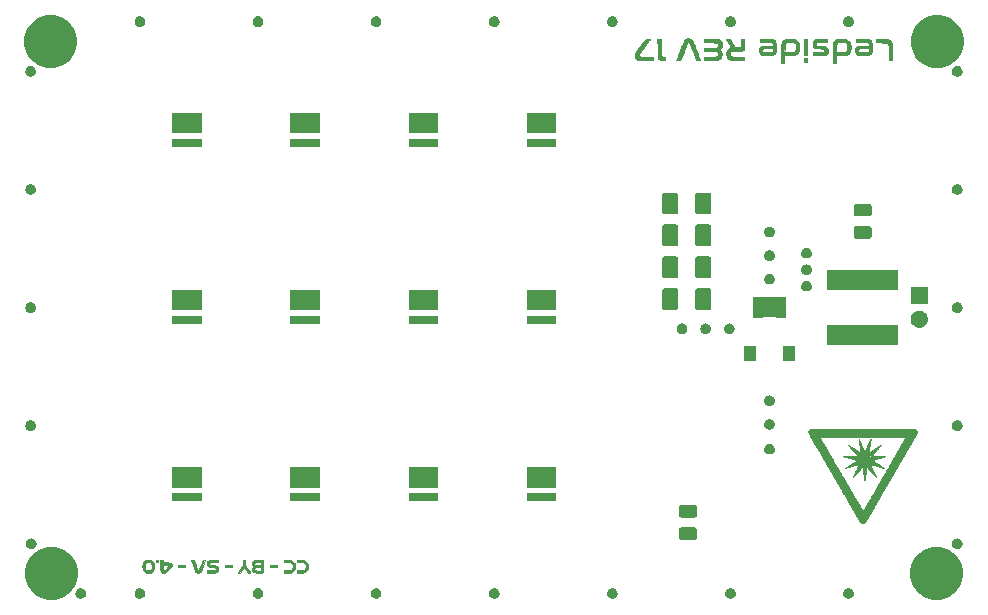
<source format=gbr>
G04 #@! TF.GenerationSoftware,KiCad,Pcbnew,5.1.2*
G04 #@! TF.CreationDate,2019-07-04T05:20:16+02:00*
G04 #@! TF.ProjectId,ledside_rev17,6c656473-6964-4655-9f72-657631372e6b,rev?*
G04 #@! TF.SameCoordinates,Original*
G04 #@! TF.FileFunction,Soldermask,Top*
G04 #@! TF.FilePolarity,Negative*
%FSLAX46Y46*%
G04 Gerber Fmt 4.6, Leading zero omitted, Abs format (unit mm)*
G04 Created by KiCad (PCBNEW 5.1.2) date 2019-07-04 05:20:16*
%MOMM*%
%LPD*%
G04 APERTURE LIST*
%ADD10C,0.010000*%
%ADD11C,0.100000*%
G04 APERTURE END LIST*
D10*
G36*
X100750166Y-29098500D02*
G01*
X101025333Y-29098500D01*
X101025333Y-29416000D01*
X100750166Y-29416000D01*
X100750166Y-29098500D01*
X100750166Y-29098500D01*
G37*
X100750166Y-29098500D02*
X101025333Y-29098500D01*
X101025333Y-29416000D01*
X100750166Y-29416000D01*
X100750166Y-29098500D01*
G36*
X87304041Y-29263656D02*
G01*
X87118288Y-29261719D01*
X86969983Y-29259677D01*
X86854241Y-29257200D01*
X86766177Y-29253957D01*
X86700907Y-29249616D01*
X86653546Y-29243846D01*
X86619208Y-29236315D01*
X86593010Y-29226692D01*
X86570066Y-29214646D01*
X86568572Y-29213772D01*
X86477589Y-29141225D01*
X86422235Y-29049246D01*
X86399906Y-28933070D01*
X86399166Y-28903538D01*
X86401026Y-28851376D01*
X86408138Y-28801097D01*
X86422802Y-28748706D01*
X86447319Y-28690207D01*
X86483988Y-28621604D01*
X86535110Y-28538902D01*
X86602984Y-28438105D01*
X86689910Y-28315218D01*
X86798190Y-28166244D01*
X86914426Y-28008417D01*
X87321164Y-27458083D01*
X87518358Y-27451971D01*
X87715552Y-27445858D01*
X87672868Y-27504887D01*
X87650513Y-27535405D01*
X87606168Y-27595603D01*
X87543037Y-27681142D01*
X87464325Y-27787683D01*
X87373238Y-27910887D01*
X87272982Y-28046417D01*
X87183614Y-28167167D01*
X87064606Y-28328295D01*
X86968676Y-28459277D01*
X86893432Y-28563785D01*
X86836484Y-28645487D01*
X86795440Y-28708054D01*
X86767911Y-28755156D01*
X86751505Y-28790464D01*
X86743832Y-28817647D01*
X86742501Y-28840377D01*
X86742730Y-28844013D01*
X86747280Y-28879541D01*
X86757792Y-28907744D01*
X86778703Y-28929469D01*
X86814454Y-28945561D01*
X86869483Y-28956868D01*
X86948230Y-28964234D01*
X87055135Y-28968507D01*
X87194635Y-28970533D01*
X87371171Y-28971158D01*
X87409875Y-28971188D01*
X87965500Y-28971500D01*
X87965500Y-29270062D01*
X87304041Y-29263656D01*
X87304041Y-29263656D01*
G37*
X87304041Y-29263656D02*
X87118288Y-29261719D01*
X86969983Y-29259677D01*
X86854241Y-29257200D01*
X86766177Y-29253957D01*
X86700907Y-29249616D01*
X86653546Y-29243846D01*
X86619208Y-29236315D01*
X86593010Y-29226692D01*
X86570066Y-29214646D01*
X86568572Y-29213772D01*
X86477589Y-29141225D01*
X86422235Y-29049246D01*
X86399906Y-28933070D01*
X86399166Y-28903538D01*
X86401026Y-28851376D01*
X86408138Y-28801097D01*
X86422802Y-28748706D01*
X86447319Y-28690207D01*
X86483988Y-28621604D01*
X86535110Y-28538902D01*
X86602984Y-28438105D01*
X86689910Y-28315218D01*
X86798190Y-28166244D01*
X86914426Y-28008417D01*
X87321164Y-27458083D01*
X87518358Y-27451971D01*
X87715552Y-27445858D01*
X87672868Y-27504887D01*
X87650513Y-27535405D01*
X87606168Y-27595603D01*
X87543037Y-27681142D01*
X87464325Y-27787683D01*
X87373238Y-27910887D01*
X87272982Y-28046417D01*
X87183614Y-28167167D01*
X87064606Y-28328295D01*
X86968676Y-28459277D01*
X86893432Y-28563785D01*
X86836484Y-28645487D01*
X86795440Y-28708054D01*
X86767911Y-28755156D01*
X86751505Y-28790464D01*
X86743832Y-28817647D01*
X86742501Y-28840377D01*
X86742730Y-28844013D01*
X86747280Y-28879541D01*
X86757792Y-28907744D01*
X86778703Y-28929469D01*
X86814454Y-28945561D01*
X86869483Y-28956868D01*
X86948230Y-28964234D01*
X87055135Y-28968507D01*
X87194635Y-28970533D01*
X87371171Y-28971158D01*
X87409875Y-28971188D01*
X87965500Y-28971500D01*
X87965500Y-29270062D01*
X87304041Y-29263656D01*
G36*
X88743375Y-29263761D02*
G01*
X88614310Y-29253044D01*
X88519469Y-29232552D01*
X88451240Y-29198993D01*
X88402010Y-29149073D01*
X88375812Y-29104724D01*
X88365406Y-29080977D01*
X88356888Y-29052806D01*
X88350020Y-29015797D01*
X88344566Y-28965533D01*
X88340288Y-28897596D01*
X88336946Y-28807571D01*
X88334305Y-28691042D01*
X88332125Y-28543591D01*
X88330170Y-28360803D01*
X88329037Y-28235958D01*
X88322158Y-27447500D01*
X88642833Y-27447500D01*
X88642833Y-28163121D01*
X88643162Y-28365591D01*
X88644247Y-28529587D01*
X88646233Y-28658963D01*
X88649266Y-28757574D01*
X88653493Y-28829273D01*
X88659059Y-28877917D01*
X88666110Y-28907359D01*
X88671411Y-28917825D01*
X88710708Y-28945975D01*
X88782522Y-28962898D01*
X88819578Y-28966825D01*
X88939166Y-28976742D01*
X88939166Y-29272883D01*
X88743375Y-29263761D01*
X88743375Y-29263761D01*
G37*
X88743375Y-29263761D02*
X88614310Y-29253044D01*
X88519469Y-29232552D01*
X88451240Y-29198993D01*
X88402010Y-29149073D01*
X88375812Y-29104724D01*
X88365406Y-29080977D01*
X88356888Y-29052806D01*
X88350020Y-29015797D01*
X88344566Y-28965533D01*
X88340288Y-28897596D01*
X88336946Y-28807571D01*
X88334305Y-28691042D01*
X88332125Y-28543591D01*
X88330170Y-28360803D01*
X88329037Y-28235958D01*
X88322158Y-27447500D01*
X88642833Y-27447500D01*
X88642833Y-28163121D01*
X88643162Y-28365591D01*
X88644247Y-28529587D01*
X88646233Y-28658963D01*
X88649266Y-28757574D01*
X88653493Y-28829273D01*
X88659059Y-28877917D01*
X88666110Y-28907359D01*
X88671411Y-28917825D01*
X88710708Y-28945975D01*
X88782522Y-28962898D01*
X88819578Y-28966825D01*
X88939166Y-28976742D01*
X88939166Y-29272883D01*
X88743375Y-29263761D01*
G36*
X92262333Y-28971500D02*
G01*
X92712125Y-28970578D01*
X92895547Y-28969311D01*
X93041555Y-28965970D01*
X93155039Y-28959996D01*
X93240890Y-28950828D01*
X93304001Y-28937906D01*
X93349262Y-28920671D01*
X93381565Y-28898562D01*
X93387122Y-28893285D01*
X93425748Y-28828737D01*
X93442501Y-28744430D01*
X93434753Y-28658313D01*
X93425566Y-28630579D01*
X93407397Y-28594250D01*
X93383188Y-28565687D01*
X93348035Y-28543973D01*
X93297034Y-28528186D01*
X93225280Y-28517407D01*
X93127869Y-28510716D01*
X92999897Y-28507193D01*
X92836459Y-28505919D01*
X92760430Y-28505833D01*
X92262333Y-28505833D01*
X92262333Y-28230667D01*
X92735937Y-28230667D01*
X92909036Y-28230301D01*
X93045189Y-28228793D01*
X93149780Y-28225522D01*
X93228193Y-28219872D01*
X93285812Y-28211222D01*
X93328023Y-28198955D01*
X93360207Y-28182451D01*
X93387751Y-28161093D01*
X93394449Y-28155009D01*
X93430411Y-28110480D01*
X93445659Y-28054509D01*
X93447666Y-28008036D01*
X93445547Y-27940777D01*
X93436324Y-27887184D01*
X93415703Y-27845713D01*
X93379390Y-27814821D01*
X93323089Y-27792964D01*
X93242507Y-27778599D01*
X93133347Y-27770183D01*
X92991316Y-27766172D01*
X92812119Y-27765022D01*
X92771384Y-27765000D01*
X92262333Y-27765000D01*
X92262333Y-27447500D01*
X92765041Y-27449819D01*
X92912551Y-27451242D01*
X93051041Y-27453963D01*
X93173183Y-27457730D01*
X93271647Y-27462289D01*
X93339105Y-27467390D01*
X93360211Y-27470310D01*
X93507072Y-27514316D01*
X93620431Y-27583128D01*
X93702507Y-27678829D01*
X93755517Y-27803503D01*
X93767301Y-27852797D01*
X93777263Y-27995462D01*
X93747626Y-28124189D01*
X93678920Y-28237322D01*
X93626893Y-28290353D01*
X93531136Y-28374641D01*
X93604316Y-28419869D01*
X93687310Y-28495288D01*
X93739995Y-28600034D01*
X93762214Y-28733718D01*
X93761908Y-28810163D01*
X93743324Y-28945371D01*
X93700057Y-29050378D01*
X93627710Y-29132139D01*
X93521888Y-29197609D01*
X93514916Y-29200919D01*
X93478047Y-29217777D01*
X93444153Y-29230947D01*
X93407495Y-29240955D01*
X93362333Y-29248326D01*
X93302927Y-29253587D01*
X93223537Y-29257263D01*
X93118424Y-29259880D01*
X92981848Y-29261964D01*
X92828541Y-29263804D01*
X92262333Y-29270358D01*
X92262333Y-28971500D01*
X92262333Y-28971500D01*
G37*
X92262333Y-28971500D02*
X92712125Y-28970578D01*
X92895547Y-28969311D01*
X93041555Y-28965970D01*
X93155039Y-28959996D01*
X93240890Y-28950828D01*
X93304001Y-28937906D01*
X93349262Y-28920671D01*
X93381565Y-28898562D01*
X93387122Y-28893285D01*
X93425748Y-28828737D01*
X93442501Y-28744430D01*
X93434753Y-28658313D01*
X93425566Y-28630579D01*
X93407397Y-28594250D01*
X93383188Y-28565687D01*
X93348035Y-28543973D01*
X93297034Y-28528186D01*
X93225280Y-28517407D01*
X93127869Y-28510716D01*
X92999897Y-28507193D01*
X92836459Y-28505919D01*
X92760430Y-28505833D01*
X92262333Y-28505833D01*
X92262333Y-28230667D01*
X92735937Y-28230667D01*
X92909036Y-28230301D01*
X93045189Y-28228793D01*
X93149780Y-28225522D01*
X93228193Y-28219872D01*
X93285812Y-28211222D01*
X93328023Y-28198955D01*
X93360207Y-28182451D01*
X93387751Y-28161093D01*
X93394449Y-28155009D01*
X93430411Y-28110480D01*
X93445659Y-28054509D01*
X93447666Y-28008036D01*
X93445547Y-27940777D01*
X93436324Y-27887184D01*
X93415703Y-27845713D01*
X93379390Y-27814821D01*
X93323089Y-27792964D01*
X93242507Y-27778599D01*
X93133347Y-27770183D01*
X92991316Y-27766172D01*
X92812119Y-27765022D01*
X92771384Y-27765000D01*
X92262333Y-27765000D01*
X92262333Y-27447500D01*
X92765041Y-27449819D01*
X92912551Y-27451242D01*
X93051041Y-27453963D01*
X93173183Y-27457730D01*
X93271647Y-27462289D01*
X93339105Y-27467390D01*
X93360211Y-27470310D01*
X93507072Y-27514316D01*
X93620431Y-27583128D01*
X93702507Y-27678829D01*
X93755517Y-27803503D01*
X93767301Y-27852797D01*
X93777263Y-27995462D01*
X93747626Y-28124189D01*
X93678920Y-28237322D01*
X93626893Y-28290353D01*
X93531136Y-28374641D01*
X93604316Y-28419869D01*
X93687310Y-28495288D01*
X93739995Y-28600034D01*
X93762214Y-28733718D01*
X93761908Y-28810163D01*
X93743324Y-28945371D01*
X93700057Y-29050378D01*
X93627710Y-29132139D01*
X93521888Y-29197609D01*
X93514916Y-29200919D01*
X93478047Y-29217777D01*
X93444153Y-29230947D01*
X93407495Y-29240955D01*
X93362333Y-29248326D01*
X93302927Y-29253587D01*
X93223537Y-29257263D01*
X93118424Y-29259880D01*
X92981848Y-29261964D01*
X92828541Y-29263804D01*
X92262333Y-29270358D01*
X92262333Y-28971500D01*
G36*
X94952439Y-29267133D02*
G01*
X94796966Y-29264487D01*
X94673035Y-29259078D01*
X94575259Y-29250088D01*
X94498248Y-29236700D01*
X94436615Y-29218095D01*
X94384971Y-29193457D01*
X94337929Y-29161967D01*
X94312109Y-29141467D01*
X94226912Y-29045059D01*
X94170287Y-28926339D01*
X94141945Y-28793967D01*
X94141597Y-28656601D01*
X94168954Y-28522900D01*
X94223728Y-28401523D01*
X94305628Y-28301128D01*
X94341125Y-28272204D01*
X94399464Y-28233188D01*
X94449872Y-28204882D01*
X94465814Y-28198235D01*
X94498840Y-28180230D01*
X94506000Y-28168065D01*
X94495804Y-28144718D01*
X94467652Y-28091586D01*
X94425201Y-28015288D01*
X94372106Y-27922442D01*
X94336793Y-27861768D01*
X94276021Y-27757555D01*
X94220547Y-27661582D01*
X94174983Y-27581888D01*
X94143940Y-27526514D01*
X94135166Y-27510194D01*
X94102746Y-27447500D01*
X94438155Y-27447500D01*
X94647891Y-27802042D01*
X94857628Y-28156583D01*
X95096826Y-28162590D01*
X95225403Y-28163326D01*
X95313744Y-28158115D01*
X95361077Y-28147011D01*
X95365512Y-28144123D01*
X95377244Y-28124824D01*
X95385606Y-28085760D01*
X95391050Y-28021394D01*
X95394029Y-27926193D01*
X95394996Y-27794620D01*
X95395000Y-27783575D01*
X95395000Y-27447500D01*
X95691333Y-27447500D01*
X95691333Y-27880237D01*
X95691157Y-28026277D01*
X95690227Y-28136119D01*
X95687936Y-28215898D01*
X95683678Y-28271747D01*
X95676850Y-28309803D01*
X95666845Y-28336198D01*
X95653057Y-28357069D01*
X95643092Y-28369057D01*
X95612765Y-28397652D01*
X95573373Y-28419876D01*
X95519631Y-28436499D01*
X95446249Y-28448292D01*
X95347943Y-28456023D01*
X95219423Y-28460464D01*
X95055404Y-28462384D01*
X95000979Y-28462578D01*
X94859195Y-28463210D01*
X94753363Y-28464772D01*
X94677101Y-28467869D01*
X94624029Y-28473109D01*
X94587767Y-28481096D01*
X94561934Y-28492438D01*
X94542137Y-28506164D01*
X94484497Y-28574973D01*
X94453878Y-28661497D01*
X94451242Y-28753025D01*
X94477552Y-28836848D01*
X94513518Y-28883954D01*
X94546123Y-28910250D01*
X94584913Y-28930794D01*
X94635226Y-28946269D01*
X94702402Y-28957357D01*
X94791780Y-28964739D01*
X94908701Y-28969098D01*
X95058504Y-28971114D01*
X95199068Y-28971500D01*
X95691333Y-28971500D01*
X95691333Y-29267833D01*
X95144842Y-29267834D01*
X94952439Y-29267133D01*
X94952439Y-29267133D01*
G37*
X94952439Y-29267133D02*
X94796966Y-29264487D01*
X94673035Y-29259078D01*
X94575259Y-29250088D01*
X94498248Y-29236700D01*
X94436615Y-29218095D01*
X94384971Y-29193457D01*
X94337929Y-29161967D01*
X94312109Y-29141467D01*
X94226912Y-29045059D01*
X94170287Y-28926339D01*
X94141945Y-28793967D01*
X94141597Y-28656601D01*
X94168954Y-28522900D01*
X94223728Y-28401523D01*
X94305628Y-28301128D01*
X94341125Y-28272204D01*
X94399464Y-28233188D01*
X94449872Y-28204882D01*
X94465814Y-28198235D01*
X94498840Y-28180230D01*
X94506000Y-28168065D01*
X94495804Y-28144718D01*
X94467652Y-28091586D01*
X94425201Y-28015288D01*
X94372106Y-27922442D01*
X94336793Y-27861768D01*
X94276021Y-27757555D01*
X94220547Y-27661582D01*
X94174983Y-27581888D01*
X94143940Y-27526514D01*
X94135166Y-27510194D01*
X94102746Y-27447500D01*
X94438155Y-27447500D01*
X94647891Y-27802042D01*
X94857628Y-28156583D01*
X95096826Y-28162590D01*
X95225403Y-28163326D01*
X95313744Y-28158115D01*
X95361077Y-28147011D01*
X95365512Y-28144123D01*
X95377244Y-28124824D01*
X95385606Y-28085760D01*
X95391050Y-28021394D01*
X95394029Y-27926193D01*
X95394996Y-27794620D01*
X95395000Y-27783575D01*
X95395000Y-27447500D01*
X95691333Y-27447500D01*
X95691333Y-27880237D01*
X95691157Y-28026277D01*
X95690227Y-28136119D01*
X95687936Y-28215898D01*
X95683678Y-28271747D01*
X95676850Y-28309803D01*
X95666845Y-28336198D01*
X95653057Y-28357069D01*
X95643092Y-28369057D01*
X95612765Y-28397652D01*
X95573373Y-28419876D01*
X95519631Y-28436499D01*
X95446249Y-28448292D01*
X95347943Y-28456023D01*
X95219423Y-28460464D01*
X95055404Y-28462384D01*
X95000979Y-28462578D01*
X94859195Y-28463210D01*
X94753363Y-28464772D01*
X94677101Y-28467869D01*
X94624029Y-28473109D01*
X94587767Y-28481096D01*
X94561934Y-28492438D01*
X94542137Y-28506164D01*
X94484497Y-28574973D01*
X94453878Y-28661497D01*
X94451242Y-28753025D01*
X94477552Y-28836848D01*
X94513518Y-28883954D01*
X94546123Y-28910250D01*
X94584913Y-28930794D01*
X94635226Y-28946269D01*
X94702402Y-28957357D01*
X94791780Y-28964739D01*
X94908701Y-28969098D01*
X95058504Y-28971114D01*
X95199068Y-28971500D01*
X95691333Y-28971500D01*
X95691333Y-29267833D01*
X95144842Y-29267834D01*
X94952439Y-29267133D01*
G36*
X97469070Y-28864629D02*
G01*
X97345110Y-28860755D01*
X97250439Y-28852907D01*
X97178553Y-28839945D01*
X97122946Y-28820731D01*
X97077114Y-28794127D01*
X97038101Y-28762245D01*
X96972106Y-28682706D01*
X96933673Y-28585311D01*
X96919563Y-28461209D01*
X96919348Y-28437722D01*
X96935925Y-28301914D01*
X96984310Y-28192184D01*
X97063652Y-28110265D01*
X97088345Y-28094263D01*
X97116664Y-28079640D01*
X97149497Y-28068390D01*
X97193027Y-28059883D01*
X97253438Y-28053485D01*
X97336914Y-28048565D01*
X97449637Y-28044490D01*
X97597791Y-28040629D01*
X97617500Y-28040167D01*
X98072583Y-28029583D01*
X98071056Y-27925895D01*
X98065389Y-27855478D01*
X98046372Y-27808995D01*
X98011667Y-27772437D01*
X97992015Y-27756510D01*
X97971124Y-27744404D01*
X97943273Y-27735595D01*
X97902739Y-27729559D01*
X97843799Y-27725773D01*
X97760730Y-27723711D01*
X97647811Y-27722851D01*
X97499318Y-27722668D01*
X97468153Y-27722667D01*
X96982500Y-27722667D01*
X96982500Y-27447500D01*
X97453458Y-27449934D01*
X97595143Y-27451312D01*
X97726647Y-27453798D01*
X97840635Y-27457159D01*
X97929774Y-27461159D01*
X97986729Y-27465566D01*
X97998500Y-27467317D01*
X98101105Y-27499942D01*
X98191380Y-27550200D01*
X98235868Y-27588983D01*
X98269892Y-27632005D01*
X98295521Y-27680101D01*
X98313878Y-27739767D01*
X98326090Y-27817496D01*
X98333280Y-27919785D01*
X98336575Y-28053128D01*
X98337166Y-28173741D01*
X98336864Y-28312492D01*
X98336384Y-28348135D01*
X98083166Y-28348135D01*
X98083166Y-28251833D01*
X97684991Y-28251833D01*
X97544960Y-28252115D01*
X97440938Y-28253370D01*
X97366605Y-28256211D01*
X97315638Y-28261252D01*
X97281715Y-28269107D01*
X97258515Y-28280391D01*
X97240491Y-28294991D01*
X97204272Y-28354788D01*
X97193981Y-28431635D01*
X97210002Y-28508827D01*
X97234581Y-28551114D01*
X97253004Y-28571105D01*
X97275463Y-28585166D01*
X97309486Y-28594582D01*
X97362600Y-28600642D01*
X97442335Y-28604633D01*
X97556216Y-28607842D01*
X97567956Y-28608126D01*
X97700963Y-28609269D01*
X97813912Y-28606186D01*
X97898815Y-28599235D01*
X97940168Y-28591439D01*
X98015783Y-28549791D01*
X98063010Y-28477998D01*
X98082525Y-28374909D01*
X98083166Y-28348135D01*
X98336384Y-28348135D01*
X98335467Y-28416100D01*
X98332243Y-28491758D01*
X98326457Y-28546654D01*
X98317376Y-28587979D01*
X98304267Y-28622924D01*
X98287992Y-28655665D01*
X98239122Y-28726844D01*
X98171115Y-28781976D01*
X98126825Y-28807161D01*
X98085913Y-28827868D01*
X98049278Y-28843003D01*
X98009488Y-28853440D01*
X97959116Y-28860052D01*
X97890732Y-28863710D01*
X97796907Y-28865289D01*
X97670211Y-28865660D01*
X97628825Y-28865667D01*
X97469070Y-28864629D01*
X97469070Y-28864629D01*
G37*
X97469070Y-28864629D02*
X97345110Y-28860755D01*
X97250439Y-28852907D01*
X97178553Y-28839945D01*
X97122946Y-28820731D01*
X97077114Y-28794127D01*
X97038101Y-28762245D01*
X96972106Y-28682706D01*
X96933673Y-28585311D01*
X96919563Y-28461209D01*
X96919348Y-28437722D01*
X96935925Y-28301914D01*
X96984310Y-28192184D01*
X97063652Y-28110265D01*
X97088345Y-28094263D01*
X97116664Y-28079640D01*
X97149497Y-28068390D01*
X97193027Y-28059883D01*
X97253438Y-28053485D01*
X97336914Y-28048565D01*
X97449637Y-28044490D01*
X97597791Y-28040629D01*
X97617500Y-28040167D01*
X98072583Y-28029583D01*
X98071056Y-27925895D01*
X98065389Y-27855478D01*
X98046372Y-27808995D01*
X98011667Y-27772437D01*
X97992015Y-27756510D01*
X97971124Y-27744404D01*
X97943273Y-27735595D01*
X97902739Y-27729559D01*
X97843799Y-27725773D01*
X97760730Y-27723711D01*
X97647811Y-27722851D01*
X97499318Y-27722668D01*
X97468153Y-27722667D01*
X96982500Y-27722667D01*
X96982500Y-27447500D01*
X97453458Y-27449934D01*
X97595143Y-27451312D01*
X97726647Y-27453798D01*
X97840635Y-27457159D01*
X97929774Y-27461159D01*
X97986729Y-27465566D01*
X97998500Y-27467317D01*
X98101105Y-27499942D01*
X98191380Y-27550200D01*
X98235868Y-27588983D01*
X98269892Y-27632005D01*
X98295521Y-27680101D01*
X98313878Y-27739767D01*
X98326090Y-27817496D01*
X98333280Y-27919785D01*
X98336575Y-28053128D01*
X98337166Y-28173741D01*
X98336864Y-28312492D01*
X98336384Y-28348135D01*
X98083166Y-28348135D01*
X98083166Y-28251833D01*
X97684991Y-28251833D01*
X97544960Y-28252115D01*
X97440938Y-28253370D01*
X97366605Y-28256211D01*
X97315638Y-28261252D01*
X97281715Y-28269107D01*
X97258515Y-28280391D01*
X97240491Y-28294991D01*
X97204272Y-28354788D01*
X97193981Y-28431635D01*
X97210002Y-28508827D01*
X97234581Y-28551114D01*
X97253004Y-28571105D01*
X97275463Y-28585166D01*
X97309486Y-28594582D01*
X97362600Y-28600642D01*
X97442335Y-28604633D01*
X97556216Y-28607842D01*
X97567956Y-28608126D01*
X97700963Y-28609269D01*
X97813912Y-28606186D01*
X97898815Y-28599235D01*
X97940168Y-28591439D01*
X98015783Y-28549791D01*
X98063010Y-28477998D01*
X98082525Y-28374909D01*
X98083166Y-28348135D01*
X98336384Y-28348135D01*
X98335467Y-28416100D01*
X98332243Y-28491758D01*
X98326457Y-28546654D01*
X98317376Y-28587979D01*
X98304267Y-28622924D01*
X98287992Y-28655665D01*
X98239122Y-28726844D01*
X98171115Y-28781976D01*
X98126825Y-28807161D01*
X98085913Y-28827868D01*
X98049278Y-28843003D01*
X98009488Y-28853440D01*
X97959116Y-28860052D01*
X97890732Y-28863710D01*
X97796907Y-28865289D01*
X97670211Y-28865660D01*
X97628825Y-28865667D01*
X97469070Y-28864629D01*
G36*
X98807006Y-28659292D02*
G01*
X98808704Y-28447742D01*
X98810421Y-28274189D01*
X98812394Y-28134296D01*
X98814860Y-28023728D01*
X98818055Y-27938148D01*
X98822217Y-27873221D01*
X98827582Y-27824610D01*
X98834387Y-27787979D01*
X98842869Y-27758992D01*
X98853264Y-27733313D01*
X98858166Y-27722667D01*
X98905786Y-27636393D01*
X98961277Y-27570510D01*
X99030792Y-27522370D01*
X99120485Y-27489330D01*
X99236513Y-27468743D01*
X99385028Y-27457964D01*
X99480166Y-27455303D01*
X99598161Y-27454629D01*
X99708547Y-27456514D01*
X99800749Y-27460603D01*
X99864195Y-27466543D01*
X99875424Y-27468503D01*
X100016245Y-27517815D01*
X100133432Y-27601882D01*
X100227713Y-27721313D01*
X100267541Y-27796750D01*
X100288550Y-27847429D01*
X100302567Y-27897895D01*
X100310949Y-27958470D01*
X100315054Y-28039474D01*
X100316239Y-28151231D01*
X100316242Y-28156583D01*
X100041083Y-28156583D01*
X100035567Y-28019068D01*
X100016069Y-27912984D01*
X99978171Y-27834702D01*
X99917449Y-27780590D01*
X99829485Y-27747019D01*
X99709856Y-27730357D01*
X99554142Y-27726974D01*
X99518675Y-27727563D01*
X99403819Y-27730793D01*
X99322757Y-27735647D01*
X99266954Y-27743426D01*
X99227871Y-27755431D01*
X99196971Y-27772963D01*
X99190592Y-27777566D01*
X99151956Y-27812735D01*
X99123196Y-27857065D01*
X99102936Y-27916888D01*
X99089802Y-27998536D01*
X99082418Y-28108340D01*
X99079409Y-28252632D01*
X99079195Y-28290589D01*
X99078000Y-28615095D01*
X99457508Y-28608089D01*
X99594709Y-28605187D01*
X99696320Y-28601758D01*
X99769084Y-28597011D01*
X99819744Y-28590154D01*
X99855043Y-28580396D01*
X99881723Y-28566945D01*
X99896717Y-28556538D01*
X99959157Y-28500876D01*
X100001466Y-28437623D01*
X100026959Y-28357593D01*
X100038949Y-28251606D01*
X100041083Y-28156583D01*
X100316242Y-28156583D01*
X100316250Y-28167167D01*
X100315606Y-28279996D01*
X100312592Y-28361037D01*
X100305579Y-28420830D01*
X100292943Y-28469914D01*
X100273055Y-28518828D01*
X100256696Y-28553026D01*
X100211179Y-28630255D01*
X100156670Y-28701405D01*
X100120298Y-28737644D01*
X100064025Y-28779771D01*
X100006283Y-28811714D01*
X99940209Y-28834815D01*
X99858935Y-28850417D01*
X99755595Y-28859864D01*
X99623324Y-28864498D01*
X99465813Y-28865667D01*
X99078000Y-28865667D01*
X99078000Y-29500667D01*
X98800595Y-29500667D01*
X98807006Y-28659292D01*
X98807006Y-28659292D01*
G37*
X98807006Y-28659292D02*
X98808704Y-28447742D01*
X98810421Y-28274189D01*
X98812394Y-28134296D01*
X98814860Y-28023728D01*
X98818055Y-27938148D01*
X98822217Y-27873221D01*
X98827582Y-27824610D01*
X98834387Y-27787979D01*
X98842869Y-27758992D01*
X98853264Y-27733313D01*
X98858166Y-27722667D01*
X98905786Y-27636393D01*
X98961277Y-27570510D01*
X99030792Y-27522370D01*
X99120485Y-27489330D01*
X99236513Y-27468743D01*
X99385028Y-27457964D01*
X99480166Y-27455303D01*
X99598161Y-27454629D01*
X99708547Y-27456514D01*
X99800749Y-27460603D01*
X99864195Y-27466543D01*
X99875424Y-27468503D01*
X100016245Y-27517815D01*
X100133432Y-27601882D01*
X100227713Y-27721313D01*
X100267541Y-27796750D01*
X100288550Y-27847429D01*
X100302567Y-27897895D01*
X100310949Y-27958470D01*
X100315054Y-28039474D01*
X100316239Y-28151231D01*
X100316242Y-28156583D01*
X100041083Y-28156583D01*
X100035567Y-28019068D01*
X100016069Y-27912984D01*
X99978171Y-27834702D01*
X99917449Y-27780590D01*
X99829485Y-27747019D01*
X99709856Y-27730357D01*
X99554142Y-27726974D01*
X99518675Y-27727563D01*
X99403819Y-27730793D01*
X99322757Y-27735647D01*
X99266954Y-27743426D01*
X99227871Y-27755431D01*
X99196971Y-27772963D01*
X99190592Y-27777566D01*
X99151956Y-27812735D01*
X99123196Y-27857065D01*
X99102936Y-27916888D01*
X99089802Y-27998536D01*
X99082418Y-28108340D01*
X99079409Y-28252632D01*
X99079195Y-28290589D01*
X99078000Y-28615095D01*
X99457508Y-28608089D01*
X99594709Y-28605187D01*
X99696320Y-28601758D01*
X99769084Y-28597011D01*
X99819744Y-28590154D01*
X99855043Y-28580396D01*
X99881723Y-28566945D01*
X99896717Y-28556538D01*
X99959157Y-28500876D01*
X100001466Y-28437623D01*
X100026959Y-28357593D01*
X100038949Y-28251606D01*
X100041083Y-28156583D01*
X100316242Y-28156583D01*
X100316250Y-28167167D01*
X100315606Y-28279996D01*
X100312592Y-28361037D01*
X100305579Y-28420830D01*
X100292943Y-28469914D01*
X100273055Y-28518828D01*
X100256696Y-28553026D01*
X100211179Y-28630255D01*
X100156670Y-28701405D01*
X100120298Y-28737644D01*
X100064025Y-28779771D01*
X100006283Y-28811714D01*
X99940209Y-28834815D01*
X99858935Y-28850417D01*
X99755595Y-28859864D01*
X99623324Y-28864498D01*
X99465813Y-28865667D01*
X99078000Y-28865667D01*
X99078000Y-29500667D01*
X98800595Y-29500667D01*
X98807006Y-28659292D01*
G36*
X100750166Y-27447500D02*
G01*
X101025333Y-27447500D01*
X101025333Y-28865667D01*
X100750166Y-28865667D01*
X100750166Y-27447500D01*
X100750166Y-27447500D01*
G37*
X100750166Y-27447500D02*
X101025333Y-27447500D01*
X101025333Y-28865667D01*
X100750166Y-28865667D01*
X100750166Y-27447500D01*
G36*
X101491000Y-28611667D02*
G01*
X101915725Y-28611667D01*
X102082314Y-28610920D01*
X102211353Y-28607674D01*
X102307612Y-28600424D01*
X102375863Y-28587666D01*
X102420876Y-28567892D01*
X102447423Y-28539599D01*
X102460274Y-28501279D01*
X102464201Y-28451429D01*
X102464342Y-28438554D01*
X102447171Y-28354764D01*
X102394363Y-28291201D01*
X102373064Y-28289435D01*
X102316643Y-28286469D01*
X102232283Y-28282634D01*
X102127168Y-28278265D01*
X102051916Y-28275326D01*
X101894856Y-28267395D01*
X101773553Y-28255762D01*
X101681462Y-28238409D01*
X101612041Y-28213322D01*
X101558746Y-28178482D01*
X101515034Y-28131876D01*
X101494819Y-28103667D01*
X101469491Y-28060510D01*
X101455396Y-28016842D01*
X101450213Y-27959399D01*
X101451619Y-27874919D01*
X101452207Y-27860250D01*
X101465108Y-27736452D01*
X101495343Y-27643888D01*
X101547987Y-27573272D01*
X101628116Y-27515318D01*
X101646241Y-27505306D01*
X101676934Y-27490182D01*
X101709131Y-27478550D01*
X101748882Y-27469848D01*
X101802237Y-27463509D01*
X101875244Y-27458970D01*
X101973954Y-27455667D01*
X102104416Y-27453034D01*
X102226541Y-27451164D01*
X102718666Y-27444090D01*
X102718666Y-27722667D01*
X102262621Y-27722667D01*
X102112635Y-27722767D01*
X101999118Y-27723468D01*
X101916202Y-27725370D01*
X101858023Y-27729072D01*
X101818715Y-27735174D01*
X101792412Y-27744276D01*
X101773250Y-27756979D01*
X101755361Y-27773882D01*
X101754621Y-27774621D01*
X101710942Y-27842322D01*
X101709116Y-27914334D01*
X101744122Y-27981327D01*
X101761523Y-28001340D01*
X101781911Y-28015807D01*
X101812290Y-28025931D01*
X101859660Y-28032915D01*
X101931021Y-28037964D01*
X102033375Y-28042280D01*
X102115086Y-28045104D01*
X102244332Y-28050053D01*
X102339634Y-28055689D01*
X102409376Y-28063221D01*
X102461945Y-28073854D01*
X102505724Y-28088798D01*
X102544588Y-28106953D01*
X102624792Y-28159633D01*
X102679925Y-28228923D01*
X102692208Y-28251599D01*
X102730856Y-28365346D01*
X102739448Y-28485629D01*
X102720120Y-28602611D01*
X102675007Y-28706457D01*
X102606244Y-28787328D01*
X102570500Y-28812266D01*
X102543783Y-28825955D01*
X102513081Y-28836539D01*
X102472595Y-28844515D01*
X102416526Y-28850383D01*
X102339075Y-28854638D01*
X102234443Y-28857779D01*
X102096830Y-28860304D01*
X101993708Y-28861760D01*
X101491000Y-28868436D01*
X101491000Y-28611667D01*
X101491000Y-28611667D01*
G37*
X101491000Y-28611667D02*
X101915725Y-28611667D01*
X102082314Y-28610920D01*
X102211353Y-28607674D01*
X102307612Y-28600424D01*
X102375863Y-28587666D01*
X102420876Y-28567892D01*
X102447423Y-28539599D01*
X102460274Y-28501279D01*
X102464201Y-28451429D01*
X102464342Y-28438554D01*
X102447171Y-28354764D01*
X102394363Y-28291201D01*
X102373064Y-28289435D01*
X102316643Y-28286469D01*
X102232283Y-28282634D01*
X102127168Y-28278265D01*
X102051916Y-28275326D01*
X101894856Y-28267395D01*
X101773553Y-28255762D01*
X101681462Y-28238409D01*
X101612041Y-28213322D01*
X101558746Y-28178482D01*
X101515034Y-28131876D01*
X101494819Y-28103667D01*
X101469491Y-28060510D01*
X101455396Y-28016842D01*
X101450213Y-27959399D01*
X101451619Y-27874919D01*
X101452207Y-27860250D01*
X101465108Y-27736452D01*
X101495343Y-27643888D01*
X101547987Y-27573272D01*
X101628116Y-27515318D01*
X101646241Y-27505306D01*
X101676934Y-27490182D01*
X101709131Y-27478550D01*
X101748882Y-27469848D01*
X101802237Y-27463509D01*
X101875244Y-27458970D01*
X101973954Y-27455667D01*
X102104416Y-27453034D01*
X102226541Y-27451164D01*
X102718666Y-27444090D01*
X102718666Y-27722667D01*
X102262621Y-27722667D01*
X102112635Y-27722767D01*
X101999118Y-27723468D01*
X101916202Y-27725370D01*
X101858023Y-27729072D01*
X101818715Y-27735174D01*
X101792412Y-27744276D01*
X101773250Y-27756979D01*
X101755361Y-27773882D01*
X101754621Y-27774621D01*
X101710942Y-27842322D01*
X101709116Y-27914334D01*
X101744122Y-27981327D01*
X101761523Y-28001340D01*
X101781911Y-28015807D01*
X101812290Y-28025931D01*
X101859660Y-28032915D01*
X101931021Y-28037964D01*
X102033375Y-28042280D01*
X102115086Y-28045104D01*
X102244332Y-28050053D01*
X102339634Y-28055689D01*
X102409376Y-28063221D01*
X102461945Y-28073854D01*
X102505724Y-28088798D01*
X102544588Y-28106953D01*
X102624792Y-28159633D01*
X102679925Y-28228923D01*
X102692208Y-28251599D01*
X102730856Y-28365346D01*
X102739448Y-28485629D01*
X102720120Y-28602611D01*
X102675007Y-28706457D01*
X102606244Y-28787328D01*
X102570500Y-28812266D01*
X102543783Y-28825955D01*
X102513081Y-28836539D01*
X102472595Y-28844515D01*
X102416526Y-28850383D01*
X102339075Y-28854638D01*
X102234443Y-28857779D01*
X102096830Y-28860304D01*
X101993708Y-28861760D01*
X101491000Y-28868436D01*
X101491000Y-28611667D01*
G36*
X103167339Y-28659292D02*
G01*
X103169037Y-28447742D01*
X103170755Y-28274189D01*
X103172728Y-28134296D01*
X103175193Y-28023728D01*
X103178389Y-27938148D01*
X103182550Y-27873221D01*
X103187915Y-27824610D01*
X103194720Y-27787979D01*
X103203202Y-27758992D01*
X103213598Y-27733313D01*
X103218500Y-27722667D01*
X103266120Y-27636393D01*
X103321610Y-27570510D01*
X103391125Y-27522370D01*
X103480819Y-27489330D01*
X103596846Y-27468743D01*
X103745362Y-27457964D01*
X103840500Y-27455303D01*
X103958494Y-27454629D01*
X104068880Y-27456514D01*
X104161083Y-27460603D01*
X104224528Y-27466543D01*
X104235758Y-27468503D01*
X104376578Y-27517815D01*
X104493765Y-27601882D01*
X104588046Y-27721313D01*
X104627874Y-27796750D01*
X104648883Y-27847429D01*
X104662900Y-27897895D01*
X104671283Y-27958470D01*
X104675388Y-28039474D01*
X104676573Y-28151231D01*
X104676576Y-28156583D01*
X104401416Y-28156583D01*
X104395900Y-28019068D01*
X104376403Y-27912984D01*
X104338504Y-27834702D01*
X104277783Y-27780590D01*
X104189818Y-27747019D01*
X104070189Y-27730357D01*
X103914476Y-27726974D01*
X103879008Y-27727563D01*
X103764152Y-27730793D01*
X103683091Y-27735647D01*
X103627287Y-27743426D01*
X103588204Y-27755431D01*
X103557304Y-27772963D01*
X103550925Y-27777566D01*
X103512290Y-27812735D01*
X103483530Y-27857065D01*
X103463270Y-27916888D01*
X103450135Y-27998536D01*
X103442751Y-28108340D01*
X103439743Y-28252632D01*
X103439528Y-28290589D01*
X103438333Y-28615095D01*
X103817842Y-28608089D01*
X103955042Y-28605187D01*
X104056653Y-28601758D01*
X104129417Y-28597011D01*
X104180077Y-28590154D01*
X104215376Y-28580396D01*
X104242057Y-28566945D01*
X104257050Y-28556538D01*
X104319490Y-28500876D01*
X104361800Y-28437623D01*
X104387292Y-28357593D01*
X104399282Y-28251606D01*
X104401416Y-28156583D01*
X104676576Y-28156583D01*
X104676583Y-28167167D01*
X104675940Y-28279996D01*
X104672925Y-28361037D01*
X104665913Y-28420830D01*
X104653276Y-28469914D01*
X104633388Y-28518828D01*
X104617029Y-28553026D01*
X104571512Y-28630255D01*
X104517004Y-28701405D01*
X104480632Y-28737644D01*
X104424358Y-28779771D01*
X104366617Y-28811714D01*
X104300542Y-28834815D01*
X104219268Y-28850417D01*
X104115929Y-28859864D01*
X103983658Y-28864498D01*
X103826146Y-28865667D01*
X103438333Y-28865667D01*
X103438333Y-29500667D01*
X103160928Y-29500667D01*
X103167339Y-28659292D01*
X103167339Y-28659292D01*
G37*
X103167339Y-28659292D02*
X103169037Y-28447742D01*
X103170755Y-28274189D01*
X103172728Y-28134296D01*
X103175193Y-28023728D01*
X103178389Y-27938148D01*
X103182550Y-27873221D01*
X103187915Y-27824610D01*
X103194720Y-27787979D01*
X103203202Y-27758992D01*
X103213598Y-27733313D01*
X103218500Y-27722667D01*
X103266120Y-27636393D01*
X103321610Y-27570510D01*
X103391125Y-27522370D01*
X103480819Y-27489330D01*
X103596846Y-27468743D01*
X103745362Y-27457964D01*
X103840500Y-27455303D01*
X103958494Y-27454629D01*
X104068880Y-27456514D01*
X104161083Y-27460603D01*
X104224528Y-27466543D01*
X104235758Y-27468503D01*
X104376578Y-27517815D01*
X104493765Y-27601882D01*
X104588046Y-27721313D01*
X104627874Y-27796750D01*
X104648883Y-27847429D01*
X104662900Y-27897895D01*
X104671283Y-27958470D01*
X104675388Y-28039474D01*
X104676573Y-28151231D01*
X104676576Y-28156583D01*
X104401416Y-28156583D01*
X104395900Y-28019068D01*
X104376403Y-27912984D01*
X104338504Y-27834702D01*
X104277783Y-27780590D01*
X104189818Y-27747019D01*
X104070189Y-27730357D01*
X103914476Y-27726974D01*
X103879008Y-27727563D01*
X103764152Y-27730793D01*
X103683091Y-27735647D01*
X103627287Y-27743426D01*
X103588204Y-27755431D01*
X103557304Y-27772963D01*
X103550925Y-27777566D01*
X103512290Y-27812735D01*
X103483530Y-27857065D01*
X103463270Y-27916888D01*
X103450135Y-27998536D01*
X103442751Y-28108340D01*
X103439743Y-28252632D01*
X103439528Y-28290589D01*
X103438333Y-28615095D01*
X103817842Y-28608089D01*
X103955042Y-28605187D01*
X104056653Y-28601758D01*
X104129417Y-28597011D01*
X104180077Y-28590154D01*
X104215376Y-28580396D01*
X104242057Y-28566945D01*
X104257050Y-28556538D01*
X104319490Y-28500876D01*
X104361800Y-28437623D01*
X104387292Y-28357593D01*
X104399282Y-28251606D01*
X104401416Y-28156583D01*
X104676576Y-28156583D01*
X104676583Y-28167167D01*
X104675940Y-28279996D01*
X104672925Y-28361037D01*
X104665913Y-28420830D01*
X104653276Y-28469914D01*
X104633388Y-28518828D01*
X104617029Y-28553026D01*
X104571512Y-28630255D01*
X104517004Y-28701405D01*
X104480632Y-28737644D01*
X104424358Y-28779771D01*
X104366617Y-28811714D01*
X104300542Y-28834815D01*
X104219268Y-28850417D01*
X104115929Y-28859864D01*
X103983658Y-28864498D01*
X103826146Y-28865667D01*
X103438333Y-28865667D01*
X103438333Y-29500667D01*
X103160928Y-29500667D01*
X103167339Y-28659292D01*
G36*
X105597070Y-28864629D02*
G01*
X105473110Y-28860755D01*
X105378439Y-28852907D01*
X105306553Y-28839945D01*
X105250946Y-28820731D01*
X105205114Y-28794127D01*
X105166101Y-28762245D01*
X105100106Y-28682706D01*
X105061673Y-28585311D01*
X105047563Y-28461209D01*
X105047348Y-28437722D01*
X105063925Y-28301914D01*
X105112310Y-28192184D01*
X105191652Y-28110265D01*
X105216345Y-28094263D01*
X105244664Y-28079640D01*
X105277497Y-28068390D01*
X105321027Y-28059883D01*
X105381438Y-28053485D01*
X105464914Y-28048565D01*
X105577637Y-28044490D01*
X105725791Y-28040629D01*
X105745500Y-28040167D01*
X106200583Y-28029583D01*
X106199056Y-27925895D01*
X106193389Y-27855478D01*
X106174372Y-27808995D01*
X106139667Y-27772437D01*
X106120015Y-27756510D01*
X106099124Y-27744404D01*
X106071273Y-27735595D01*
X106030739Y-27729559D01*
X105971799Y-27725773D01*
X105888730Y-27723711D01*
X105775811Y-27722851D01*
X105627318Y-27722668D01*
X105596153Y-27722667D01*
X105110500Y-27722667D01*
X105110500Y-27447500D01*
X105581458Y-27449934D01*
X105723143Y-27451312D01*
X105854647Y-27453798D01*
X105968635Y-27457159D01*
X106057774Y-27461159D01*
X106114729Y-27465566D01*
X106126500Y-27467317D01*
X106229105Y-27499942D01*
X106319380Y-27550200D01*
X106363868Y-27588983D01*
X106397892Y-27632005D01*
X106423521Y-27680101D01*
X106441878Y-27739767D01*
X106454090Y-27817496D01*
X106461280Y-27919785D01*
X106464575Y-28053128D01*
X106465166Y-28173741D01*
X106464864Y-28312492D01*
X106464384Y-28348135D01*
X106211166Y-28348135D01*
X106211166Y-28251833D01*
X105812991Y-28251833D01*
X105672960Y-28252115D01*
X105568938Y-28253370D01*
X105494605Y-28256211D01*
X105443638Y-28261252D01*
X105409715Y-28269107D01*
X105386515Y-28280391D01*
X105368491Y-28294991D01*
X105332272Y-28354788D01*
X105321981Y-28431635D01*
X105338002Y-28508827D01*
X105362581Y-28551114D01*
X105381004Y-28571105D01*
X105403463Y-28585166D01*
X105437486Y-28594582D01*
X105490600Y-28600642D01*
X105570335Y-28604633D01*
X105684216Y-28607842D01*
X105695956Y-28608126D01*
X105828963Y-28609269D01*
X105941912Y-28606186D01*
X106026815Y-28599235D01*
X106068168Y-28591439D01*
X106143783Y-28549791D01*
X106191010Y-28477998D01*
X106210525Y-28374909D01*
X106211166Y-28348135D01*
X106464384Y-28348135D01*
X106463467Y-28416100D01*
X106460243Y-28491758D01*
X106454457Y-28546654D01*
X106445376Y-28587979D01*
X106432267Y-28622924D01*
X106415992Y-28655665D01*
X106367122Y-28726844D01*
X106299115Y-28781976D01*
X106254825Y-28807161D01*
X106213913Y-28827868D01*
X106177278Y-28843003D01*
X106137488Y-28853440D01*
X106087116Y-28860052D01*
X106018732Y-28863710D01*
X105924907Y-28865289D01*
X105798211Y-28865660D01*
X105756825Y-28865667D01*
X105597070Y-28864629D01*
X105597070Y-28864629D01*
G37*
X105597070Y-28864629D02*
X105473110Y-28860755D01*
X105378439Y-28852907D01*
X105306553Y-28839945D01*
X105250946Y-28820731D01*
X105205114Y-28794127D01*
X105166101Y-28762245D01*
X105100106Y-28682706D01*
X105061673Y-28585311D01*
X105047563Y-28461209D01*
X105047348Y-28437722D01*
X105063925Y-28301914D01*
X105112310Y-28192184D01*
X105191652Y-28110265D01*
X105216345Y-28094263D01*
X105244664Y-28079640D01*
X105277497Y-28068390D01*
X105321027Y-28059883D01*
X105381438Y-28053485D01*
X105464914Y-28048565D01*
X105577637Y-28044490D01*
X105725791Y-28040629D01*
X105745500Y-28040167D01*
X106200583Y-28029583D01*
X106199056Y-27925895D01*
X106193389Y-27855478D01*
X106174372Y-27808995D01*
X106139667Y-27772437D01*
X106120015Y-27756510D01*
X106099124Y-27744404D01*
X106071273Y-27735595D01*
X106030739Y-27729559D01*
X105971799Y-27725773D01*
X105888730Y-27723711D01*
X105775811Y-27722851D01*
X105627318Y-27722668D01*
X105596153Y-27722667D01*
X105110500Y-27722667D01*
X105110500Y-27447500D01*
X105581458Y-27449934D01*
X105723143Y-27451312D01*
X105854647Y-27453798D01*
X105968635Y-27457159D01*
X106057774Y-27461159D01*
X106114729Y-27465566D01*
X106126500Y-27467317D01*
X106229105Y-27499942D01*
X106319380Y-27550200D01*
X106363868Y-27588983D01*
X106397892Y-27632005D01*
X106423521Y-27680101D01*
X106441878Y-27739767D01*
X106454090Y-27817496D01*
X106461280Y-27919785D01*
X106464575Y-28053128D01*
X106465166Y-28173741D01*
X106464864Y-28312492D01*
X106464384Y-28348135D01*
X106211166Y-28348135D01*
X106211166Y-28251833D01*
X105812991Y-28251833D01*
X105672960Y-28252115D01*
X105568938Y-28253370D01*
X105494605Y-28256211D01*
X105443638Y-28261252D01*
X105409715Y-28269107D01*
X105386515Y-28280391D01*
X105368491Y-28294991D01*
X105332272Y-28354788D01*
X105321981Y-28431635D01*
X105338002Y-28508827D01*
X105362581Y-28551114D01*
X105381004Y-28571105D01*
X105403463Y-28585166D01*
X105437486Y-28594582D01*
X105490600Y-28600642D01*
X105570335Y-28604633D01*
X105684216Y-28607842D01*
X105695956Y-28608126D01*
X105828963Y-28609269D01*
X105941912Y-28606186D01*
X106026815Y-28599235D01*
X106068168Y-28591439D01*
X106143783Y-28549791D01*
X106191010Y-28477998D01*
X106210525Y-28374909D01*
X106211166Y-28348135D01*
X106464384Y-28348135D01*
X106463467Y-28416100D01*
X106460243Y-28491758D01*
X106454457Y-28546654D01*
X106445376Y-28587979D01*
X106432267Y-28622924D01*
X106415992Y-28655665D01*
X106367122Y-28726844D01*
X106299115Y-28781976D01*
X106254825Y-28807161D01*
X106213913Y-28827868D01*
X106177278Y-28843003D01*
X106137488Y-28853440D01*
X106087116Y-28860052D01*
X106018732Y-28863710D01*
X105924907Y-28865289D01*
X105798211Y-28865660D01*
X105756825Y-28865667D01*
X105597070Y-28864629D01*
G36*
X107900823Y-28616958D02*
G01*
X107898667Y-28425600D01*
X107896181Y-28271822D01*
X107892592Y-28150873D01*
X107887130Y-28058003D01*
X107879024Y-27988461D01*
X107867502Y-27937496D01*
X107851795Y-27900357D01*
X107831130Y-27872294D01*
X107804738Y-27848556D01*
X107772251Y-27824680D01*
X107747538Y-27808353D01*
X107721249Y-27795985D01*
X107687226Y-27786913D01*
X107639309Y-27780474D01*
X107571340Y-27776003D01*
X107477161Y-27772838D01*
X107350611Y-27770314D01*
X107253625Y-27768786D01*
X106803833Y-27761989D01*
X106803833Y-27447500D01*
X107211291Y-27449990D01*
X107345708Y-27451633D01*
X107472152Y-27454690D01*
X107581948Y-27458837D01*
X107666423Y-27463748D01*
X107715684Y-27468886D01*
X107811042Y-27494397D01*
X107912642Y-27536201D01*
X108001654Y-27585847D01*
X108039079Y-27614008D01*
X108071052Y-27652047D01*
X108110437Y-27712132D01*
X108134329Y-27754417D01*
X108190250Y-27860250D01*
X108196837Y-28564042D01*
X108203424Y-29267833D01*
X107907729Y-29267833D01*
X107900823Y-28616958D01*
X107900823Y-28616958D01*
G37*
X107900823Y-28616958D02*
X107898667Y-28425600D01*
X107896181Y-28271822D01*
X107892592Y-28150873D01*
X107887130Y-28058003D01*
X107879024Y-27988461D01*
X107867502Y-27937496D01*
X107851795Y-27900357D01*
X107831130Y-27872294D01*
X107804738Y-27848556D01*
X107772251Y-27824680D01*
X107747538Y-27808353D01*
X107721249Y-27795985D01*
X107687226Y-27786913D01*
X107639309Y-27780474D01*
X107571340Y-27776003D01*
X107477161Y-27772838D01*
X107350611Y-27770314D01*
X107253625Y-27768786D01*
X106803833Y-27761989D01*
X106803833Y-27447500D01*
X107211291Y-27449990D01*
X107345708Y-27451633D01*
X107472152Y-27454690D01*
X107581948Y-27458837D01*
X107666423Y-27463748D01*
X107715684Y-27468886D01*
X107811042Y-27494397D01*
X107912642Y-27536201D01*
X108001654Y-27585847D01*
X108039079Y-27614008D01*
X108071052Y-27652047D01*
X108110437Y-27712132D01*
X108134329Y-27754417D01*
X108190250Y-27860250D01*
X108196837Y-28564042D01*
X108203424Y-29267833D01*
X107907729Y-29267833D01*
X107900823Y-28616958D01*
G36*
X90021578Y-29266016D02*
G01*
X89963570Y-29261196D01*
X89935252Y-29254318D01*
X89934000Y-29252422D01*
X89941560Y-29230069D01*
X89963160Y-29172546D01*
X89997180Y-29084015D01*
X90042001Y-28968635D01*
X90096003Y-28830568D01*
X90157567Y-28673975D01*
X90225072Y-28503016D01*
X90261994Y-28409801D01*
X90346818Y-28196485D01*
X90418200Y-28019070D01*
X90478008Y-27873990D01*
X90528115Y-27757680D01*
X90570390Y-27666573D01*
X90606706Y-27597104D01*
X90638931Y-27545708D01*
X90668938Y-27508819D01*
X90698597Y-27482871D01*
X90729778Y-27464298D01*
X90764353Y-27449536D01*
X90766169Y-27448847D01*
X90853782Y-27430302D01*
X90960986Y-27428052D01*
X91068694Y-27441184D01*
X91154971Y-27467468D01*
X91232948Y-27518322D01*
X91278488Y-27575283D01*
X91293629Y-27609810D01*
X91321789Y-27679226D01*
X91361120Y-27778780D01*
X91409776Y-27903725D01*
X91465908Y-28049310D01*
X91527671Y-28210787D01*
X91593216Y-28383407D01*
X91606416Y-28418321D01*
X91671679Y-28591033D01*
X91732633Y-28752289D01*
X91787569Y-28897572D01*
X91834779Y-29022366D01*
X91872553Y-29122153D01*
X91899182Y-29192416D01*
X91912959Y-29228638D01*
X91914134Y-29231690D01*
X91917980Y-29250209D01*
X91906636Y-29260944D01*
X91872508Y-29265412D01*
X91808002Y-29265129D01*
X91755184Y-29263440D01*
X91581482Y-29257250D01*
X91306498Y-28527269D01*
X91243236Y-28360180D01*
X91183909Y-28205106D01*
X91130323Y-28066639D01*
X91084279Y-27949372D01*
X91047582Y-27857898D01*
X91022035Y-27796809D01*
X91009441Y-27770698D01*
X91009332Y-27770561D01*
X90965001Y-27745859D01*
X90910706Y-27750516D01*
X90864393Y-27782058D01*
X90857615Y-27791458D01*
X90843138Y-27821695D01*
X90815204Y-27886576D01*
X90775770Y-27981321D01*
X90726791Y-28101145D01*
X90670222Y-28241267D01*
X90608021Y-28396904D01*
X90546011Y-28553458D01*
X90264268Y-29267833D01*
X90099134Y-29267833D01*
X90021578Y-29266016D01*
X90021578Y-29266016D01*
G37*
X90021578Y-29266016D02*
X89963570Y-29261196D01*
X89935252Y-29254318D01*
X89934000Y-29252422D01*
X89941560Y-29230069D01*
X89963160Y-29172546D01*
X89997180Y-29084015D01*
X90042001Y-28968635D01*
X90096003Y-28830568D01*
X90157567Y-28673975D01*
X90225072Y-28503016D01*
X90261994Y-28409801D01*
X90346818Y-28196485D01*
X90418200Y-28019070D01*
X90478008Y-27873990D01*
X90528115Y-27757680D01*
X90570390Y-27666573D01*
X90606706Y-27597104D01*
X90638931Y-27545708D01*
X90668938Y-27508819D01*
X90698597Y-27482871D01*
X90729778Y-27464298D01*
X90764353Y-27449536D01*
X90766169Y-27448847D01*
X90853782Y-27430302D01*
X90960986Y-27428052D01*
X91068694Y-27441184D01*
X91154971Y-27467468D01*
X91232948Y-27518322D01*
X91278488Y-27575283D01*
X91293629Y-27609810D01*
X91321789Y-27679226D01*
X91361120Y-27778780D01*
X91409776Y-27903725D01*
X91465908Y-28049310D01*
X91527671Y-28210787D01*
X91593216Y-28383407D01*
X91606416Y-28418321D01*
X91671679Y-28591033D01*
X91732633Y-28752289D01*
X91787569Y-28897572D01*
X91834779Y-29022366D01*
X91872553Y-29122153D01*
X91899182Y-29192416D01*
X91912959Y-29228638D01*
X91914134Y-29231690D01*
X91917980Y-29250209D01*
X91906636Y-29260944D01*
X91872508Y-29265412D01*
X91808002Y-29265129D01*
X91755184Y-29263440D01*
X91581482Y-29257250D01*
X91306498Y-28527269D01*
X91243236Y-28360180D01*
X91183909Y-28205106D01*
X91130323Y-28066639D01*
X91084279Y-27949372D01*
X91047582Y-27857898D01*
X91022035Y-27796809D01*
X91009441Y-27770698D01*
X91009332Y-27770561D01*
X90965001Y-27745859D01*
X90910706Y-27750516D01*
X90864393Y-27782058D01*
X90857615Y-27791458D01*
X90843138Y-27821695D01*
X90815204Y-27886576D01*
X90775770Y-27981321D01*
X90726791Y-28101145D01*
X90670222Y-28241267D01*
X90608021Y-28396904D01*
X90546011Y-28553458D01*
X90264268Y-29267833D01*
X90099134Y-29267833D01*
X90021578Y-29266016D01*
G36*
X45113856Y-72677719D02*
G01*
X44973866Y-72630583D01*
X44867343Y-72554835D01*
X44782582Y-72438632D01*
X44730866Y-72290883D01*
X44714211Y-72120328D01*
X44729977Y-71959286D01*
X44776133Y-71800091D01*
X44849906Y-71682490D01*
X44954654Y-71603388D01*
X45093730Y-71559690D01*
X45173240Y-71550412D01*
X45289616Y-71549522D01*
X45380840Y-71567707D01*
X45430931Y-71588121D01*
X45544376Y-71659410D01*
X45623958Y-71752879D01*
X45673109Y-71875377D01*
X45695265Y-72033755D01*
X45697340Y-72119529D01*
X45695988Y-72138267D01*
X45517605Y-72138267D01*
X45509279Y-72001927D01*
X45469946Y-71887659D01*
X45401738Y-71805211D01*
X45384876Y-71793433D01*
X45281103Y-71754585D01*
X45165645Y-71752104D01*
X45057156Y-71784198D01*
X44990079Y-71831372D01*
X44956761Y-71868728D01*
X44936622Y-71907921D01*
X44926384Y-71962638D01*
X44922772Y-72046565D01*
X44922422Y-72113989D01*
X44923693Y-72221118D01*
X44929690Y-72291102D01*
X44943690Y-72337629D01*
X44968968Y-72374382D01*
X44990079Y-72396605D01*
X45061461Y-72447650D01*
X45155350Y-72472198D01*
X45180769Y-72474875D01*
X45309357Y-72466896D01*
X45408466Y-72419742D01*
X45474809Y-72335393D01*
X45492792Y-72286933D01*
X45517605Y-72138267D01*
X45695988Y-72138267D01*
X45684571Y-72296435D01*
X45645167Y-72434289D01*
X45575803Y-72539234D01*
X45473153Y-72617411D01*
X45411748Y-72646953D01*
X45264170Y-72683912D01*
X45113856Y-72677719D01*
X45113856Y-72677719D01*
G37*
X45113856Y-72677719D02*
X44973866Y-72630583D01*
X44867343Y-72554835D01*
X44782582Y-72438632D01*
X44730866Y-72290883D01*
X44714211Y-72120328D01*
X44729977Y-71959286D01*
X44776133Y-71800091D01*
X44849906Y-71682490D01*
X44954654Y-71603388D01*
X45093730Y-71559690D01*
X45173240Y-71550412D01*
X45289616Y-71549522D01*
X45380840Y-71567707D01*
X45430931Y-71588121D01*
X45544376Y-71659410D01*
X45623958Y-71752879D01*
X45673109Y-71875377D01*
X45695265Y-72033755D01*
X45697340Y-72119529D01*
X45695988Y-72138267D01*
X45517605Y-72138267D01*
X45509279Y-72001927D01*
X45469946Y-71887659D01*
X45401738Y-71805211D01*
X45384876Y-71793433D01*
X45281103Y-71754585D01*
X45165645Y-71752104D01*
X45057156Y-71784198D01*
X44990079Y-71831372D01*
X44956761Y-71868728D01*
X44936622Y-71907921D01*
X44926384Y-71962638D01*
X44922772Y-72046565D01*
X44922422Y-72113989D01*
X44923693Y-72221118D01*
X44929690Y-72291102D01*
X44943690Y-72337629D01*
X44968968Y-72374382D01*
X44990079Y-72396605D01*
X45061461Y-72447650D01*
X45155350Y-72472198D01*
X45180769Y-72474875D01*
X45309357Y-72466896D01*
X45408466Y-72419742D01*
X45474809Y-72335393D01*
X45492792Y-72286933D01*
X45517605Y-72138267D01*
X45695988Y-72138267D01*
X45684571Y-72296435D01*
X45645167Y-72434289D01*
X45575803Y-72539234D01*
X45473153Y-72617411D01*
X45411748Y-72646953D01*
X45264170Y-72683912D01*
X45113856Y-72677719D01*
G36*
X57800400Y-72461608D02*
G01*
X58095050Y-72453064D01*
X58221922Y-72448837D01*
X58308418Y-72443353D01*
X58365000Y-72434309D01*
X58402130Y-72419401D01*
X58430273Y-72396327D01*
X58449376Y-72375076D01*
X58503548Y-72278972D01*
X58529079Y-72161081D01*
X58526433Y-72037393D01*
X58496073Y-71923899D01*
X58438462Y-71836590D01*
X58433664Y-71832092D01*
X58401616Y-71810038D01*
X58356168Y-71794843D01*
X58287142Y-71784812D01*
X58184357Y-71778252D01*
X58090201Y-71774914D01*
X57800400Y-71766370D01*
X57800400Y-71567342D01*
X58073724Y-71569528D01*
X58194718Y-71572475D01*
X58303844Y-71578688D01*
X58386629Y-71587155D01*
X58420941Y-71593817D01*
X58510660Y-71640871D01*
X58597674Y-71719295D01*
X58665042Y-71811641D01*
X58690397Y-71871319D01*
X58708225Y-71976993D01*
X58714509Y-72107967D01*
X58709250Y-72240016D01*
X58692448Y-72348918D01*
X58690397Y-72356658D01*
X58641857Y-72454249D01*
X58560280Y-72545604D01*
X58462411Y-72614113D01*
X58409130Y-72635635D01*
X58346194Y-72646380D01*
X58248337Y-72654811D01*
X58131476Y-72659785D01*
X58061179Y-72660635D01*
X57800400Y-72660635D01*
X57800400Y-72461608D01*
X57800400Y-72461608D01*
G37*
X57800400Y-72461608D02*
X58095050Y-72453064D01*
X58221922Y-72448837D01*
X58308418Y-72443353D01*
X58365000Y-72434309D01*
X58402130Y-72419401D01*
X58430273Y-72396327D01*
X58449376Y-72375076D01*
X58503548Y-72278972D01*
X58529079Y-72161081D01*
X58526433Y-72037393D01*
X58496073Y-71923899D01*
X58438462Y-71836590D01*
X58433664Y-71832092D01*
X58401616Y-71810038D01*
X58356168Y-71794843D01*
X58287142Y-71784812D01*
X58184357Y-71778252D01*
X58090201Y-71774914D01*
X57800400Y-71766370D01*
X57800400Y-71567342D01*
X58073724Y-71569528D01*
X58194718Y-71572475D01*
X58303844Y-71578688D01*
X58386629Y-71587155D01*
X58420941Y-71593817D01*
X58510660Y-71640871D01*
X58597674Y-71719295D01*
X58665042Y-71811641D01*
X58690397Y-71871319D01*
X58708225Y-71976993D01*
X58714509Y-72107967D01*
X58709250Y-72240016D01*
X58692448Y-72348918D01*
X58690397Y-72356658D01*
X58641857Y-72454249D01*
X58560280Y-72545604D01*
X58462411Y-72614113D01*
X58409130Y-72635635D01*
X58346194Y-72646380D01*
X58248337Y-72654811D01*
X58131476Y-72659785D01*
X58061179Y-72660635D01*
X57800400Y-72660635D01*
X57800400Y-72461608D01*
G36*
X56707107Y-72461608D02*
G01*
X57001756Y-72453064D01*
X57128629Y-72448837D01*
X57215125Y-72443353D01*
X57271706Y-72434309D01*
X57308837Y-72419401D01*
X57336980Y-72396327D01*
X57356083Y-72375076D01*
X57410254Y-72278972D01*
X57435786Y-72161081D01*
X57433140Y-72037393D01*
X57402780Y-71923899D01*
X57345169Y-71836590D01*
X57340370Y-71832092D01*
X57308322Y-71810038D01*
X57262875Y-71794843D01*
X57193849Y-71784812D01*
X57091064Y-71778252D01*
X56996908Y-71774914D01*
X56707107Y-71766370D01*
X56707107Y-71567342D01*
X56980430Y-71569528D01*
X57101425Y-71572475D01*
X57210551Y-71578688D01*
X57293336Y-71587155D01*
X57327647Y-71593817D01*
X57417367Y-71640871D01*
X57504381Y-71719295D01*
X57571749Y-71811641D01*
X57597104Y-71871319D01*
X57614932Y-71976993D01*
X57621216Y-72107967D01*
X57615957Y-72240016D01*
X57599155Y-72348918D01*
X57597104Y-72356658D01*
X57548564Y-72454249D01*
X57466987Y-72545604D01*
X57369118Y-72614113D01*
X57315837Y-72635635D01*
X57252901Y-72646380D01*
X57155044Y-72654811D01*
X57038183Y-72659785D01*
X56967886Y-72660635D01*
X56707107Y-72660635D01*
X56707107Y-72461608D01*
X56707107Y-72461608D01*
G37*
X56707107Y-72461608D02*
X57001756Y-72453064D01*
X57128629Y-72448837D01*
X57215125Y-72443353D01*
X57271706Y-72434309D01*
X57308837Y-72419401D01*
X57336980Y-72396327D01*
X57356083Y-72375076D01*
X57410254Y-72278972D01*
X57435786Y-72161081D01*
X57433140Y-72037393D01*
X57402780Y-71923899D01*
X57345169Y-71836590D01*
X57340370Y-71832092D01*
X57308322Y-71810038D01*
X57262875Y-71794843D01*
X57193849Y-71784812D01*
X57091064Y-71778252D01*
X56996908Y-71774914D01*
X56707107Y-71766370D01*
X56707107Y-71567342D01*
X56980430Y-71569528D01*
X57101425Y-71572475D01*
X57210551Y-71578688D01*
X57293336Y-71587155D01*
X57327647Y-71593817D01*
X57417367Y-71640871D01*
X57504381Y-71719295D01*
X57571749Y-71811641D01*
X57597104Y-71871319D01*
X57614932Y-71976993D01*
X57621216Y-72107967D01*
X57615957Y-72240016D01*
X57599155Y-72348918D01*
X57597104Y-72356658D01*
X57548564Y-72454249D01*
X57466987Y-72545604D01*
X57369118Y-72614113D01*
X57315837Y-72635635D01*
X57252901Y-72646380D01*
X57155044Y-72654811D01*
X57038183Y-72659785D01*
X56967886Y-72660635D01*
X56707107Y-72660635D01*
X56707107Y-72461608D01*
G36*
X54427073Y-72658858D02*
G01*
X54311830Y-72651790D01*
X54217201Y-72640636D01*
X54155063Y-72625474D01*
X54154358Y-72625183D01*
X54057325Y-72562181D01*
X54001945Y-72470636D01*
X53986587Y-72364537D01*
X54002724Y-72260697D01*
X54049330Y-72183164D01*
X54112073Y-72108598D01*
X54049330Y-72049654D01*
X54006578Y-71995248D01*
X53988691Y-71925884D01*
X53986587Y-71873673D01*
X54004094Y-71752449D01*
X54058730Y-71663959D01*
X54153661Y-71603086D01*
X54154358Y-71602795D01*
X54215843Y-71587565D01*
X54310021Y-71576342D01*
X54425013Y-71569205D01*
X54548945Y-71566232D01*
X54669938Y-71567503D01*
X54776117Y-71573097D01*
X54855605Y-71583092D01*
X54896524Y-71597568D01*
X54896817Y-71597853D01*
X54908110Y-71634114D01*
X54916982Y-71711333D01*
X54920519Y-71770746D01*
X54723924Y-71770746D01*
X54486323Y-71770746D01*
X54371236Y-71772111D01*
X54295367Y-71777609D01*
X54247127Y-71789346D01*
X54214921Y-71809425D01*
X54202006Y-71822366D01*
X54170340Y-71874497D01*
X54176552Y-71934206D01*
X54179554Y-71943137D01*
X54192261Y-71974293D01*
X54210785Y-71994633D01*
X54245172Y-72006854D01*
X54305465Y-72013657D01*
X54401709Y-72017740D01*
X54463871Y-72019533D01*
X54723924Y-72026779D01*
X54723924Y-71770746D01*
X54920519Y-71770746D01*
X54923433Y-71819675D01*
X54927463Y-71949303D01*
X54929071Y-72090384D01*
X54928259Y-72233081D01*
X54925025Y-72367560D01*
X54919435Y-72482657D01*
X54723924Y-72482657D01*
X54723924Y-72202978D01*
X54495095Y-72202978D01*
X54381149Y-72204590D01*
X54305918Y-72210890D01*
X54257330Y-72224074D01*
X54223311Y-72246335D01*
X54215415Y-72253829D01*
X54177702Y-72304166D01*
X54164565Y-72342818D01*
X54181396Y-72387934D01*
X54215415Y-72431807D01*
X54247634Y-72456770D01*
X54291302Y-72472088D01*
X54358495Y-72479955D01*
X54461286Y-72482568D01*
X54495095Y-72482657D01*
X54723924Y-72482657D01*
X54919435Y-72482657D01*
X54919370Y-72483984D01*
X54911294Y-72572519D01*
X54900796Y-72623329D01*
X54896817Y-72630125D01*
X54856653Y-72644678D01*
X54777720Y-72654748D01*
X54671895Y-72660416D01*
X54551054Y-72661759D01*
X54427073Y-72658858D01*
X54427073Y-72658858D01*
G37*
X54427073Y-72658858D02*
X54311830Y-72651790D01*
X54217201Y-72640636D01*
X54155063Y-72625474D01*
X54154358Y-72625183D01*
X54057325Y-72562181D01*
X54001945Y-72470636D01*
X53986587Y-72364537D01*
X54002724Y-72260697D01*
X54049330Y-72183164D01*
X54112073Y-72108598D01*
X54049330Y-72049654D01*
X54006578Y-71995248D01*
X53988691Y-71925884D01*
X53986587Y-71873673D01*
X54004094Y-71752449D01*
X54058730Y-71663959D01*
X54153661Y-71603086D01*
X54154358Y-71602795D01*
X54215843Y-71587565D01*
X54310021Y-71576342D01*
X54425013Y-71569205D01*
X54548945Y-71566232D01*
X54669938Y-71567503D01*
X54776117Y-71573097D01*
X54855605Y-71583092D01*
X54896524Y-71597568D01*
X54896817Y-71597853D01*
X54908110Y-71634114D01*
X54916982Y-71711333D01*
X54920519Y-71770746D01*
X54723924Y-71770746D01*
X54486323Y-71770746D01*
X54371236Y-71772111D01*
X54295367Y-71777609D01*
X54247127Y-71789346D01*
X54214921Y-71809425D01*
X54202006Y-71822366D01*
X54170340Y-71874497D01*
X54176552Y-71934206D01*
X54179554Y-71943137D01*
X54192261Y-71974293D01*
X54210785Y-71994633D01*
X54245172Y-72006854D01*
X54305465Y-72013657D01*
X54401709Y-72017740D01*
X54463871Y-72019533D01*
X54723924Y-72026779D01*
X54723924Y-71770746D01*
X54920519Y-71770746D01*
X54923433Y-71819675D01*
X54927463Y-71949303D01*
X54929071Y-72090384D01*
X54928259Y-72233081D01*
X54925025Y-72367560D01*
X54919435Y-72482657D01*
X54723924Y-72482657D01*
X54723924Y-72202978D01*
X54495095Y-72202978D01*
X54381149Y-72204590D01*
X54305918Y-72210890D01*
X54257330Y-72224074D01*
X54223311Y-72246335D01*
X54215415Y-72253829D01*
X54177702Y-72304166D01*
X54164565Y-72342818D01*
X54181396Y-72387934D01*
X54215415Y-72431807D01*
X54247634Y-72456770D01*
X54291302Y-72472088D01*
X54358495Y-72479955D01*
X54461286Y-72482568D01*
X54495095Y-72482657D01*
X54723924Y-72482657D01*
X54919435Y-72482657D01*
X54919370Y-72483984D01*
X54911294Y-72572519D01*
X54900796Y-72623329D01*
X54896817Y-72630125D01*
X54856653Y-72644678D01*
X54777720Y-72654748D01*
X54671895Y-72660416D01*
X54551054Y-72661759D01*
X54427073Y-72658858D01*
G36*
X53483354Y-72432121D02*
G01*
X53422890Y-72338675D01*
X53372248Y-72263715D01*
X53337563Y-72216115D01*
X53325526Y-72203691D01*
X53307301Y-72223661D01*
X53267830Y-72277652D01*
X53213335Y-72356892D01*
X53163345Y-72432206D01*
X53013877Y-72660635D01*
X52789149Y-72660635D01*
X52871877Y-72539865D01*
X52926537Y-72461055D01*
X52997618Y-72359905D01*
X53071811Y-72255330D01*
X53089215Y-72230966D01*
X53223824Y-72042839D01*
X53223824Y-71567342D01*
X53427227Y-71567342D01*
X53427227Y-72043844D01*
X53595654Y-72282320D01*
X53668391Y-72385304D01*
X53735071Y-72479702D01*
X53787399Y-72553775D01*
X53813501Y-72590716D01*
X53862922Y-72660635D01*
X53628470Y-72660635D01*
X53483354Y-72432121D01*
X53483354Y-72432121D01*
G37*
X53483354Y-72432121D02*
X53422890Y-72338675D01*
X53372248Y-72263715D01*
X53337563Y-72216115D01*
X53325526Y-72203691D01*
X53307301Y-72223661D01*
X53267830Y-72277652D01*
X53213335Y-72356892D01*
X53163345Y-72432206D01*
X53013877Y-72660635D01*
X52789149Y-72660635D01*
X52871877Y-72539865D01*
X52926537Y-72461055D01*
X52997618Y-72359905D01*
X53071811Y-72255330D01*
X53089215Y-72230966D01*
X53223824Y-72042839D01*
X53223824Y-71567342D01*
X53427227Y-71567342D01*
X53427227Y-72043844D01*
X53595654Y-72282320D01*
X53668391Y-72385304D01*
X53735071Y-72479702D01*
X53787399Y-72553775D01*
X53813501Y-72590716D01*
X53862922Y-72660635D01*
X53628470Y-72660635D01*
X53483354Y-72432121D01*
G36*
X50223624Y-72457232D02*
G01*
X50530400Y-72457232D01*
X50684756Y-72455170D01*
X50795226Y-72447597D01*
X50868659Y-72432435D01*
X50911902Y-72407606D01*
X50931805Y-72371033D01*
X50935536Y-72334295D01*
X50927149Y-72271954D01*
X50896346Y-72232363D01*
X50834659Y-72210874D01*
X50733620Y-72202837D01*
X50695265Y-72202356D01*
X50512008Y-72192264D01*
X50365461Y-72164119D01*
X50260517Y-72119041D01*
X50231020Y-72096271D01*
X50179352Y-72016487D01*
X50155981Y-71911905D01*
X50163343Y-71801510D01*
X50184970Y-71737285D01*
X50220636Y-71676660D01*
X50266908Y-71632012D01*
X50331459Y-71601054D01*
X50421961Y-71581499D01*
X50546089Y-71571059D01*
X50711514Y-71567448D01*
X50755044Y-71567342D01*
X51113514Y-71567342D01*
X51113514Y-71770746D01*
X50781311Y-71770746D01*
X50652453Y-71772697D01*
X50538859Y-71778030D01*
X50451894Y-71785960D01*
X50402923Y-71795701D01*
X50399930Y-71797066D01*
X50364533Y-71839545D01*
X50350552Y-71902736D01*
X50360087Y-71963177D01*
X50382533Y-71991717D01*
X50419889Y-72001320D01*
X50496017Y-72011186D01*
X50598863Y-72019993D01*
X50687305Y-72025156D01*
X50808766Y-72031514D01*
X50891155Y-72039001D01*
X50946216Y-72050734D01*
X50985688Y-72069827D01*
X51021314Y-72099396D01*
X51041374Y-72119104D01*
X51093607Y-72180625D01*
X51117860Y-72242892D01*
X51124339Y-72324786D01*
X51118210Y-72435204D01*
X51092442Y-72519454D01*
X51041630Y-72580736D01*
X50960365Y-72622249D01*
X50843239Y-72647193D01*
X50684845Y-72658767D01*
X50556668Y-72660635D01*
X50223624Y-72660635D01*
X50223624Y-72457232D01*
X50223624Y-72457232D01*
G37*
X50223624Y-72457232D02*
X50530400Y-72457232D01*
X50684756Y-72455170D01*
X50795226Y-72447597D01*
X50868659Y-72432435D01*
X50911902Y-72407606D01*
X50931805Y-72371033D01*
X50935536Y-72334295D01*
X50927149Y-72271954D01*
X50896346Y-72232363D01*
X50834659Y-72210874D01*
X50733620Y-72202837D01*
X50695265Y-72202356D01*
X50512008Y-72192264D01*
X50365461Y-72164119D01*
X50260517Y-72119041D01*
X50231020Y-72096271D01*
X50179352Y-72016487D01*
X50155981Y-71911905D01*
X50163343Y-71801510D01*
X50184970Y-71737285D01*
X50220636Y-71676660D01*
X50266908Y-71632012D01*
X50331459Y-71601054D01*
X50421961Y-71581499D01*
X50546089Y-71571059D01*
X50711514Y-71567448D01*
X50755044Y-71567342D01*
X51113514Y-71567342D01*
X51113514Y-71770746D01*
X50781311Y-71770746D01*
X50652453Y-71772697D01*
X50538859Y-71778030D01*
X50451894Y-71785960D01*
X50402923Y-71795701D01*
X50399930Y-71797066D01*
X50364533Y-71839545D01*
X50350552Y-71902736D01*
X50360087Y-71963177D01*
X50382533Y-71991717D01*
X50419889Y-72001320D01*
X50496017Y-72011186D01*
X50598863Y-72019993D01*
X50687305Y-72025156D01*
X50808766Y-72031514D01*
X50891155Y-72039001D01*
X50946216Y-72050734D01*
X50985688Y-72069827D01*
X51021314Y-72099396D01*
X51041374Y-72119104D01*
X51093607Y-72180625D01*
X51117860Y-72242892D01*
X51124339Y-72324786D01*
X51118210Y-72435204D01*
X51092442Y-72519454D01*
X51041630Y-72580736D01*
X50960365Y-72622249D01*
X50843239Y-72647193D01*
X50684845Y-72658767D01*
X50556668Y-72660635D01*
X50223624Y-72660635D01*
X50223624Y-72457232D01*
G36*
X49367135Y-72676374D02*
G01*
X49312026Y-72662176D01*
X49248455Y-72618398D01*
X49208119Y-72564813D01*
X49189371Y-72519760D01*
X49156542Y-72437039D01*
X49113446Y-72326580D01*
X49063896Y-72198312D01*
X49011704Y-72062165D01*
X48960683Y-71928071D01*
X48914647Y-71805958D01*
X48877407Y-71705757D01*
X48861734Y-71662687D01*
X48827481Y-71567342D01*
X48934411Y-71567712D01*
X49041341Y-71568081D01*
X49210468Y-72019013D01*
X49272759Y-72182557D01*
X49321325Y-72303421D01*
X49358783Y-72387075D01*
X49387753Y-72438993D01*
X49410851Y-72464647D01*
X49426234Y-72469945D01*
X49446914Y-72460369D01*
X49472096Y-72428081D01*
X49504426Y-72367742D01*
X49546548Y-72274015D01*
X49601106Y-72141559D01*
X49649796Y-72018643D01*
X49826720Y-71567342D01*
X50039724Y-71567342D01*
X49837665Y-72082207D01*
X49776753Y-72235250D01*
X49720221Y-72373235D01*
X49671237Y-72488749D01*
X49632968Y-72574382D01*
X49608583Y-72622723D01*
X49603680Y-72629706D01*
X49544139Y-72662124D01*
X49457864Y-72678507D01*
X49367135Y-72676374D01*
X49367135Y-72676374D01*
G37*
X49367135Y-72676374D02*
X49312026Y-72662176D01*
X49248455Y-72618398D01*
X49208119Y-72564813D01*
X49189371Y-72519760D01*
X49156542Y-72437039D01*
X49113446Y-72326580D01*
X49063896Y-72198312D01*
X49011704Y-72062165D01*
X48960683Y-71928071D01*
X48914647Y-71805958D01*
X48877407Y-71705757D01*
X48861734Y-71662687D01*
X48827481Y-71567342D01*
X48934411Y-71567712D01*
X49041341Y-71568081D01*
X49210468Y-72019013D01*
X49272759Y-72182557D01*
X49321325Y-72303421D01*
X49358783Y-72387075D01*
X49387753Y-72438993D01*
X49410851Y-72464647D01*
X49426234Y-72469945D01*
X49446914Y-72460369D01*
X49472096Y-72428081D01*
X49504426Y-72367742D01*
X49546548Y-72274015D01*
X49601106Y-72141559D01*
X49649796Y-72018643D01*
X49826720Y-71567342D01*
X50039724Y-71567342D01*
X49837665Y-72082207D01*
X49776753Y-72235250D01*
X49720221Y-72373235D01*
X49671237Y-72488749D01*
X49632968Y-72574382D01*
X49608583Y-72622723D01*
X49603680Y-72629706D01*
X49544139Y-72662124D01*
X49457864Y-72678507D01*
X49367135Y-72676374D01*
G36*
X46412947Y-72658219D02*
G01*
X46350068Y-72648661D01*
X46303721Y-72625629D01*
X46271390Y-72583184D01*
X46250556Y-72515383D01*
X46238704Y-72416285D01*
X46233314Y-72279948D01*
X46231872Y-72100431D01*
X46231832Y-72039384D01*
X46231832Y-71567342D01*
X46435235Y-71567342D01*
X46435235Y-71796171D01*
X46754209Y-71796171D01*
X46887078Y-71796636D01*
X46979176Y-71799176D01*
X47040578Y-71805506D01*
X47081364Y-71817341D01*
X47111610Y-71836396D01*
X47138614Y-71861602D01*
X47180787Y-71917075D01*
X47195380Y-71977207D01*
X47187155Y-72015903D01*
X46964616Y-72015903D01*
X46935596Y-71989411D01*
X46862554Y-71977407D01*
X46743167Y-71974228D01*
X46702202Y-71974149D01*
X46435235Y-71974149D01*
X46435235Y-72457232D01*
X46517868Y-72456843D01*
X46562442Y-72455690D01*
X46597719Y-72448371D01*
X46632477Y-72428354D01*
X46675492Y-72389108D01*
X46735540Y-72324104D01*
X46810747Y-72238925D01*
X46899870Y-72134998D01*
X46951933Y-72062545D01*
X46964616Y-72015903D01*
X47187155Y-72015903D01*
X47180261Y-72048330D01*
X47133298Y-72136771D01*
X47052358Y-72248862D01*
X46976853Y-72341786D01*
X46873430Y-72462655D01*
X46791875Y-72548701D01*
X46723441Y-72605701D01*
X46659382Y-72639435D01*
X46590952Y-72655682D01*
X46509404Y-72660220D01*
X46494876Y-72660246D01*
X46412947Y-72658219D01*
X46412947Y-72658219D01*
G37*
X46412947Y-72658219D02*
X46350068Y-72648661D01*
X46303721Y-72625629D01*
X46271390Y-72583184D01*
X46250556Y-72515383D01*
X46238704Y-72416285D01*
X46233314Y-72279948D01*
X46231872Y-72100431D01*
X46231832Y-72039384D01*
X46231832Y-71567342D01*
X46435235Y-71567342D01*
X46435235Y-71796171D01*
X46754209Y-71796171D01*
X46887078Y-71796636D01*
X46979176Y-71799176D01*
X47040578Y-71805506D01*
X47081364Y-71817341D01*
X47111610Y-71836396D01*
X47138614Y-71861602D01*
X47180787Y-71917075D01*
X47195380Y-71977207D01*
X47187155Y-72015903D01*
X46964616Y-72015903D01*
X46935596Y-71989411D01*
X46862554Y-71977407D01*
X46743167Y-71974228D01*
X46702202Y-71974149D01*
X46435235Y-71974149D01*
X46435235Y-72457232D01*
X46517868Y-72456843D01*
X46562442Y-72455690D01*
X46597719Y-72448371D01*
X46632477Y-72428354D01*
X46675492Y-72389108D01*
X46735540Y-72324104D01*
X46810747Y-72238925D01*
X46899870Y-72134998D01*
X46951933Y-72062545D01*
X46964616Y-72015903D01*
X47187155Y-72015903D01*
X47180261Y-72048330D01*
X47133298Y-72136771D01*
X47052358Y-72248862D01*
X46976853Y-72341786D01*
X46873430Y-72462655D01*
X46791875Y-72548701D01*
X46723441Y-72605701D01*
X46659382Y-72639435D01*
X46590952Y-72655682D01*
X46509404Y-72660220D01*
X46494876Y-72660246D01*
X46412947Y-72658219D01*
G36*
X45859335Y-71793729D02*
G01*
X45833443Y-71777175D01*
X45825574Y-71732671D01*
X45825025Y-71681757D01*
X45826925Y-71611455D01*
X45839800Y-71578165D01*
X45874414Y-71568048D01*
X45914014Y-71567342D01*
X45968693Y-71569785D01*
X45994585Y-71586338D01*
X46002454Y-71630842D01*
X46003003Y-71681757D01*
X46001103Y-71752058D01*
X45988228Y-71785348D01*
X45953614Y-71795465D01*
X45914014Y-71796171D01*
X45859335Y-71793729D01*
X45859335Y-71793729D01*
G37*
X45859335Y-71793729D02*
X45833443Y-71777175D01*
X45825574Y-71732671D01*
X45825025Y-71681757D01*
X45826925Y-71611455D01*
X45839800Y-71578165D01*
X45874414Y-71568048D01*
X45914014Y-71567342D01*
X45968693Y-71569785D01*
X45994585Y-71586338D01*
X46002454Y-71630842D01*
X46003003Y-71681757D01*
X46001103Y-71752058D01*
X45988228Y-71785348D01*
X45953614Y-71795465D01*
X45914014Y-71796171D01*
X45859335Y-71793729D01*
G36*
X55550250Y-72164840D02*
G01*
X55534316Y-71999574D01*
X56122322Y-71999574D01*
X56122322Y-72179218D01*
X55550250Y-72164840D01*
X55550250Y-72164840D01*
G37*
X55550250Y-72164840D02*
X55534316Y-71999574D01*
X56122322Y-71999574D01*
X56122322Y-72179218D01*
X55550250Y-72164840D01*
G36*
X51711011Y-72164840D02*
G01*
X51703044Y-72082207D01*
X51695076Y-71999574D01*
X52283083Y-71999574D01*
X52283083Y-72179218D01*
X51711011Y-72164840D01*
X51711011Y-72164840D01*
G37*
X51711011Y-72164840D02*
X51703044Y-72082207D01*
X51695076Y-71999574D01*
X52283083Y-71999574D01*
X52283083Y-72179218D01*
X51711011Y-72164840D01*
G36*
X47744645Y-72164840D02*
G01*
X47736677Y-72082207D01*
X47728710Y-71999574D01*
X48316717Y-71999574D01*
X48316717Y-72179218D01*
X47744645Y-72164840D01*
X47744645Y-72164840D01*
G37*
X47744645Y-72164840D02*
X47736677Y-72082207D01*
X47728710Y-71999574D01*
X48316717Y-71999574D01*
X48316717Y-72179218D01*
X47744645Y-72164840D01*
G36*
X105785528Y-63526676D02*
G01*
X105687400Y-63499441D01*
X105591115Y-63449654D01*
X105557975Y-63424683D01*
X105520946Y-63390571D01*
X105485065Y-63352832D01*
X105455371Y-63316982D01*
X105436903Y-63288534D01*
X105433300Y-63276945D01*
X105428386Y-63259406D01*
X105415845Y-63227632D01*
X105406476Y-63206323D01*
X105385179Y-63142729D01*
X105373544Y-63072004D01*
X105372706Y-63004650D01*
X105380099Y-62961800D01*
X105414986Y-62863272D01*
X105455934Y-62784579D01*
X105505944Y-62720345D01*
X105525746Y-62700654D01*
X105578042Y-62654587D01*
X105624101Y-62622704D01*
X105671026Y-62602312D01*
X105725918Y-62590721D01*
X105795879Y-62585237D01*
X105833350Y-62584064D01*
X105918792Y-62584217D01*
X105981458Y-62589285D01*
X106021336Y-62598603D01*
X106111166Y-62643718D01*
X106190277Y-62707015D01*
X106255206Y-62784178D01*
X106302494Y-62870891D01*
X106328678Y-62962838D01*
X106331448Y-62985316D01*
X106330311Y-63092454D01*
X106308599Y-63195015D01*
X106268270Y-63289040D01*
X106211282Y-63370568D01*
X106139592Y-63435640D01*
X106095530Y-63462505D01*
X105987377Y-63508152D01*
X105884782Y-63529561D01*
X105785528Y-63526676D01*
X105785528Y-63526676D01*
G37*
X105785528Y-63526676D02*
X105687400Y-63499441D01*
X105591115Y-63449654D01*
X105557975Y-63424683D01*
X105520946Y-63390571D01*
X105485065Y-63352832D01*
X105455371Y-63316982D01*
X105436903Y-63288534D01*
X105433300Y-63276945D01*
X105428386Y-63259406D01*
X105415845Y-63227632D01*
X105406476Y-63206323D01*
X105385179Y-63142729D01*
X105373544Y-63072004D01*
X105372706Y-63004650D01*
X105380099Y-62961800D01*
X105414986Y-62863272D01*
X105455934Y-62784579D01*
X105505944Y-62720345D01*
X105525746Y-62700654D01*
X105578042Y-62654587D01*
X105624101Y-62622704D01*
X105671026Y-62602312D01*
X105725918Y-62590721D01*
X105795879Y-62585237D01*
X105833350Y-62584064D01*
X105918792Y-62584217D01*
X105981458Y-62589285D01*
X106021336Y-62598603D01*
X106111166Y-62643718D01*
X106190277Y-62707015D01*
X106255206Y-62784178D01*
X106302494Y-62870891D01*
X106328678Y-62962838D01*
X106331448Y-62985316D01*
X106330311Y-63092454D01*
X106308599Y-63195015D01*
X106268270Y-63289040D01*
X106211282Y-63370568D01*
X106139592Y-63435640D01*
X106095530Y-63462505D01*
X105987377Y-63508152D01*
X105884782Y-63529561D01*
X105785528Y-63526676D01*
G36*
X105838246Y-64829011D02*
G01*
X105834673Y-64809650D01*
X105825358Y-64760945D01*
X105814863Y-64711304D01*
X105814127Y-64708050D01*
X105808840Y-64677848D01*
X105801900Y-64628108D01*
X105794036Y-64564582D01*
X105785978Y-64493020D01*
X105781903Y-64454050D01*
X105774092Y-64381223D01*
X105766135Y-64314033D01*
X105758746Y-64258028D01*
X105752635Y-64218752D01*
X105750105Y-64206400D01*
X105744513Y-64177172D01*
X105737179Y-64129000D01*
X105728995Y-64068200D01*
X105720852Y-64001093D01*
X105719647Y-63990500D01*
X105711151Y-63918716D01*
X105702081Y-63848113D01*
X105693493Y-63786569D01*
X105686442Y-63741967D01*
X105686114Y-63740131D01*
X105671896Y-63661212D01*
X105611728Y-63727431D01*
X105560414Y-63784596D01*
X105498003Y-63855197D01*
X105429251Y-63933753D01*
X105358918Y-64014784D01*
X105291761Y-64092812D01*
X105232539Y-64162356D01*
X105189957Y-64213162D01*
X105147307Y-64263813D01*
X105099959Y-64318640D01*
X105050921Y-64374320D01*
X105003203Y-64427532D01*
X104959814Y-64474955D01*
X104923762Y-64513266D01*
X104898056Y-64539144D01*
X104885707Y-64549267D01*
X104885458Y-64549300D01*
X104878050Y-64547722D01*
X104876326Y-64540293D01*
X104881601Y-64522970D01*
X104895191Y-64491713D01*
X104918412Y-64442479D01*
X104924105Y-64430585D01*
X104957538Y-64360270D01*
X104993162Y-64284216D01*
X105032649Y-64198791D01*
X105077669Y-64100361D01*
X105129895Y-63985296D01*
X105179169Y-63876200D01*
X105229566Y-63764902D01*
X105274297Y-63667060D01*
X105311870Y-63585922D01*
X105340788Y-63524738D01*
X105341288Y-63523700D01*
X105352239Y-63494360D01*
X105353590Y-63475357D01*
X105352583Y-63473749D01*
X105338636Y-63474528D01*
X105304934Y-63481081D01*
X105256141Y-63492191D01*
X105196921Y-63506641D01*
X105131937Y-63523213D01*
X105065853Y-63540688D01*
X105003333Y-63557849D01*
X104949041Y-63573479D01*
X104907639Y-63586359D01*
X104883792Y-63595273D01*
X104880850Y-63596924D01*
X104863017Y-63604129D01*
X104827545Y-63614811D01*
X104781573Y-63626850D01*
X104773829Y-63628734D01*
X104723112Y-63642141D01*
X104678204Y-63656107D01*
X104648259Y-63667767D01*
X104646829Y-63668491D01*
X104615680Y-63681193D01*
X104593547Y-63685622D01*
X104572284Y-63689444D01*
X104534283Y-63699515D01*
X104486836Y-63713860D01*
X104474378Y-63717875D01*
X104395464Y-63742912D01*
X104325754Y-63763638D01*
X104268531Y-63779188D01*
X104227083Y-63788697D01*
X104204693Y-63791300D01*
X104201672Y-63789666D01*
X104211216Y-63778365D01*
X104234307Y-63759090D01*
X104263139Y-63737621D01*
X104289903Y-63719738D01*
X104306793Y-63711219D01*
X104307809Y-63711100D01*
X104313265Y-63709163D01*
X104325635Y-63702430D01*
X104347114Y-63689522D01*
X104379899Y-63669060D01*
X104426187Y-63639664D01*
X104488175Y-63599955D01*
X104568060Y-63548554D01*
X104620500Y-63514748D01*
X104673718Y-63480552D01*
X104723216Y-63448972D01*
X104762619Y-63424062D01*
X104781880Y-63412093D01*
X104807164Y-63396381D01*
X104848766Y-63370210D01*
X104901599Y-63336791D01*
X104960576Y-63299338D01*
X104982075Y-63285650D01*
X105042743Y-63247123D01*
X105099804Y-63211114D01*
X105147925Y-63180974D01*
X105181773Y-63160051D01*
X105188995Y-63155684D01*
X105215035Y-63137724D01*
X105219527Y-63128258D01*
X105214053Y-63127109D01*
X105183676Y-63120780D01*
X105169603Y-63114586D01*
X105148407Y-63106258D01*
X105108972Y-63093692D01*
X105057691Y-63078852D01*
X105020550Y-63068790D01*
X104951301Y-63050422D01*
X104879742Y-63031196D01*
X104802432Y-63010164D01*
X104715926Y-62986376D01*
X104616780Y-62958884D01*
X104501550Y-62926738D01*
X104366793Y-62888990D01*
X104303000Y-62871085D01*
X104240864Y-62853933D01*
X104180900Y-62837893D01*
X104131528Y-62825194D01*
X104109325Y-62819836D01*
X104074400Y-62809798D01*
X104052621Y-62799596D01*
X104049000Y-62795018D01*
X104061290Y-62792799D01*
X104096518Y-62790730D01*
X104152222Y-62788857D01*
X104225941Y-62787224D01*
X104315214Y-62785877D01*
X104417578Y-62784861D01*
X104530571Y-62784220D01*
X104650134Y-62784000D01*
X104771312Y-62783839D01*
X104884648Y-62783378D01*
X104987626Y-62782648D01*
X105077733Y-62781682D01*
X105152454Y-62780513D01*
X105209274Y-62779173D01*
X105245678Y-62777695D01*
X105259127Y-62776140D01*
X105253394Y-62764777D01*
X105233038Y-62737172D01*
X105200290Y-62696086D01*
X105157381Y-62644281D01*
X105106541Y-62584518D01*
X105073919Y-62546861D01*
X104981082Y-62440081D01*
X104891970Y-62336984D01*
X104808013Y-62239270D01*
X104730644Y-62148636D01*
X104661294Y-62066781D01*
X104601396Y-61995404D01*
X104552381Y-61936203D01*
X104515682Y-61890875D01*
X104492730Y-61861120D01*
X104484958Y-61848635D01*
X104485041Y-61848427D01*
X104496607Y-61853706D01*
X104526437Y-61871318D01*
X104571688Y-61899471D01*
X104629515Y-61936370D01*
X104697073Y-61980224D01*
X104764560Y-62024629D01*
X104849687Y-62080856D01*
X104937865Y-62138871D01*
X105023751Y-62195176D01*
X105102001Y-62246271D01*
X105167272Y-62288656D01*
X105194755Y-62306379D01*
X105258019Y-62347238D01*
X105320751Y-62388121D01*
X105376414Y-62424746D01*
X105418474Y-62452831D01*
X105424543Y-62456954D01*
X105461746Y-62480921D01*
X105490312Y-62496688D01*
X105504451Y-62501083D01*
X105504770Y-62500865D01*
X105506021Y-62485765D01*
X105503360Y-62450463D01*
X105497362Y-62399756D01*
X105488603Y-62338443D01*
X105477660Y-62271321D01*
X105476261Y-62263300D01*
X105470780Y-62229495D01*
X105462762Y-62176559D01*
X105452694Y-62107992D01*
X105441062Y-62027293D01*
X105428354Y-61937963D01*
X105415056Y-61843501D01*
X105401654Y-61747406D01*
X105388635Y-61653177D01*
X105376486Y-61564315D01*
X105365694Y-61484320D01*
X105356744Y-61416689D01*
X105350123Y-61364924D01*
X105346319Y-61332523D01*
X105345586Y-61323500D01*
X105350379Y-61323835D01*
X105364139Y-61346003D01*
X105386039Y-61388400D01*
X105415250Y-61449425D01*
X105450596Y-61526700D01*
X105466530Y-61562170D01*
X105490131Y-61614736D01*
X105519149Y-61679386D01*
X105551336Y-61751108D01*
X105584443Y-61824888D01*
X105616219Y-61895715D01*
X105644417Y-61958575D01*
X105666787Y-62008458D01*
X105681079Y-62040349D01*
X105681393Y-62041050D01*
X105693147Y-62067356D01*
X105712544Y-62110827D01*
X105736894Y-62165427D01*
X105763502Y-62225119D01*
X105763538Y-62225200D01*
X105789129Y-62281652D01*
X105811737Y-62329732D01*
X105829032Y-62364604D01*
X105838682Y-62381435D01*
X105839066Y-62381868D01*
X105846013Y-62379124D01*
X105858791Y-62361506D01*
X105877987Y-62327835D01*
X105904185Y-62276932D01*
X105937973Y-62207617D01*
X105979936Y-62118711D01*
X106030659Y-62009034D01*
X106090729Y-61877407D01*
X106102124Y-61852296D01*
X106137129Y-61775257D01*
X106169100Y-61705189D01*
X106196390Y-61645677D01*
X106217353Y-61600308D01*
X106230342Y-61572667D01*
X106233368Y-61566546D01*
X106243177Y-61546367D01*
X106260431Y-61509209D01*
X106282254Y-61461303D01*
X106295622Y-61431604D01*
X106322730Y-61374613D01*
X106345322Y-61333969D01*
X106362018Y-61311674D01*
X106371440Y-61309730D01*
X106373027Y-61319267D01*
X106371027Y-61336619D01*
X106365913Y-61370896D01*
X106360216Y-61406050D01*
X106354584Y-61441763D01*
X106346202Y-61497545D01*
X106335816Y-61568305D01*
X106324170Y-61648956D01*
X106312011Y-61734407D01*
X106309066Y-61755300D01*
X106296230Y-61846134D01*
X106283131Y-61938087D01*
X106270688Y-62024768D01*
X106259820Y-62099787D01*
X106251443Y-62156753D01*
X106250704Y-62161700D01*
X106240782Y-62228015D01*
X106230734Y-62295157D01*
X106222100Y-62352839D01*
X106218669Y-62375758D01*
X106210623Y-62434547D01*
X106209361Y-62470548D01*
X106217329Y-62486000D01*
X106236976Y-62483143D01*
X106270749Y-62464216D01*
X106296900Y-62447330D01*
X106335709Y-62421907D01*
X106390160Y-62386235D01*
X106454650Y-62343983D01*
X106523575Y-62298822D01*
X106569950Y-62268436D01*
X106633121Y-62227186D01*
X106690374Y-62190065D01*
X106737738Y-62159627D01*
X106771239Y-62138429D01*
X106785850Y-62129581D01*
X106817832Y-62110638D01*
X106857096Y-62085622D01*
X106897690Y-62058569D01*
X106933664Y-62033514D01*
X106959066Y-62014495D01*
X106967884Y-62006125D01*
X106982406Y-61996698D01*
X106984167Y-61996600D01*
X106999271Y-61989776D01*
X107029799Y-61971468D01*
X107070484Y-61944925D01*
X107094233Y-61928719D01*
X107138872Y-61898002D01*
X107176625Y-61872383D01*
X107201910Y-61855635D01*
X107208125Y-61851770D01*
X107222756Y-61847538D01*
X107221518Y-61859297D01*
X107205708Y-61884322D01*
X107176626Y-61919884D01*
X107174628Y-61922136D01*
X107149906Y-61950131D01*
X107113369Y-61991826D01*
X107067895Y-62043910D01*
X107016360Y-62103067D01*
X106961643Y-62165983D01*
X106906621Y-62229346D01*
X106854172Y-62289842D01*
X106807174Y-62344156D01*
X106768505Y-62388975D01*
X106741042Y-62420985D01*
X106728218Y-62436186D01*
X106713330Y-62453887D01*
X106685226Y-62486810D01*
X106647320Y-62530974D01*
X106603023Y-62582399D01*
X106578993Y-62610229D01*
X106534495Y-62662444D01*
X106496581Y-62708312D01*
X106468106Y-62744267D01*
X106451926Y-62766744D01*
X106449300Y-62772154D01*
X106461730Y-62774905D01*
X106497943Y-62777355D01*
X106556322Y-62779471D01*
X106635252Y-62781222D01*
X106733117Y-62782574D01*
X106848300Y-62783496D01*
X106979186Y-62783954D01*
X107039850Y-62784000D01*
X107191773Y-62784231D01*
X107319300Y-62784961D01*
X107423431Y-62786248D01*
X107505169Y-62788152D01*
X107565513Y-62790728D01*
X107605464Y-62794037D01*
X107626023Y-62798135D01*
X107628191Y-62803080D01*
X107612967Y-62808932D01*
X107582775Y-62815482D01*
X107542801Y-62824778D01*
X107493164Y-62838708D01*
X107465300Y-62847469D01*
X107431683Y-62857907D01*
X107378510Y-62873605D01*
X107310731Y-62893141D01*
X107233295Y-62915090D01*
X107151150Y-62938029D01*
X107135100Y-62942470D01*
X107007107Y-62977990D01*
X106897406Y-63008828D01*
X106871731Y-63016177D01*
X106420941Y-63016177D01*
X106405378Y-62905992D01*
X106368320Y-62800668D01*
X106361676Y-62787135D01*
X106304322Y-62700908D01*
X106227161Y-62624733D01*
X106134863Y-62561891D01*
X106032102Y-62515660D01*
X105941300Y-62492094D01*
X105896250Y-62484962D01*
X105860742Y-62482161D01*
X105826281Y-62484205D01*
X105784368Y-62491608D01*
X105726507Y-62504883D01*
X105725400Y-62505147D01*
X105609511Y-62545001D01*
X105508432Y-62605405D01*
X105422962Y-62685731D01*
X105353898Y-62785351D01*
X105342347Y-62807096D01*
X105322288Y-62849320D01*
X105309411Y-62886034D01*
X105301763Y-62925926D01*
X105297391Y-62977684D01*
X105295655Y-63014909D01*
X105295240Y-63105153D01*
X105303230Y-63178330D01*
X105321277Y-63241863D01*
X105351035Y-63303172D01*
X105364980Y-63326202D01*
X105426147Y-63412629D01*
X105489365Y-63478454D01*
X105560449Y-63528198D01*
X105645212Y-63566379D01*
X105695020Y-63582688D01*
X105812832Y-63605210D01*
X105928479Y-63602850D01*
X106040145Y-63576121D01*
X106146014Y-63525538D01*
X106244272Y-63451615D01*
X106279759Y-63416966D01*
X106344417Y-63331619D01*
X106389884Y-63233420D01*
X106415584Y-63126796D01*
X106420941Y-63016177D01*
X106871731Y-63016177D01*
X106799732Y-63036785D01*
X106707820Y-63063662D01*
X106615404Y-63091261D01*
X106573758Y-63103857D01*
X106488666Y-63129679D01*
X106561058Y-63177492D01*
X106606154Y-63207153D01*
X106663472Y-63244668D01*
X106729032Y-63287452D01*
X106798855Y-63332917D01*
X106868960Y-63378480D01*
X106935368Y-63421555D01*
X106994098Y-63459555D01*
X107041172Y-63489895D01*
X107072608Y-63509989D01*
X107080092Y-63514690D01*
X107135365Y-63549314D01*
X107196917Y-63588428D01*
X107261077Y-63629638D01*
X107324177Y-63670546D01*
X107382548Y-63708756D01*
X107432520Y-63741872D01*
X107470424Y-63767497D01*
X107492592Y-63783236D01*
X107496757Y-63786825D01*
X107489092Y-63789178D01*
X107463537Y-63785989D01*
X107426631Y-63778682D01*
X107384909Y-63768679D01*
X107344910Y-63757400D01*
X107316479Y-63747610D01*
X107286973Y-63737306D01*
X107237778Y-63721641D01*
X107173679Y-63702054D01*
X107099460Y-63679987D01*
X107019904Y-63656880D01*
X106939797Y-63634173D01*
X106938250Y-63633741D01*
X106890396Y-63619748D01*
X106849536Y-63606697D01*
X106824327Y-63597358D01*
X106823950Y-63597186D01*
X106799270Y-63587997D01*
X106758704Y-63575047D01*
X106710915Y-63561097D01*
X106709650Y-63560745D01*
X106658589Y-63546351D01*
X106593229Y-63527655D01*
X106523632Y-63507543D01*
X106482978Y-63495692D01*
X106427738Y-63480075D01*
X106382103Y-63468220D01*
X106351150Y-63461374D01*
X106340049Y-63460519D01*
X106343884Y-63472897D01*
X106357241Y-63505473D01*
X106378856Y-63555447D01*
X106407463Y-63620021D01*
X106441801Y-63696395D01*
X106480603Y-63781772D01*
X106522607Y-63873351D01*
X106566548Y-63968333D01*
X106611162Y-64063921D01*
X106645356Y-64136550D01*
X106685372Y-64221283D01*
X106715731Y-64285830D01*
X106737695Y-64332943D01*
X106752522Y-64365372D01*
X106761472Y-64385867D01*
X106765806Y-64397178D01*
X106766800Y-64401689D01*
X106771944Y-64416130D01*
X106785403Y-64446618D01*
X106803475Y-64484907D01*
X106821230Y-64524100D01*
X106832252Y-64553511D01*
X106834175Y-64566592D01*
X106823944Y-64560303D01*
X106801666Y-64538414D01*
X106771358Y-64505002D01*
X106756688Y-64487909D01*
X106721665Y-64446898D01*
X106671262Y-64388543D01*
X106606937Y-64314516D01*
X106530150Y-64226489D01*
X106442358Y-64126135D01*
X106345020Y-64015125D01*
X106239596Y-63895132D01*
X106234368Y-63889187D01*
X106190045Y-63839212D01*
X106143902Y-63787871D01*
X106103722Y-63743804D01*
X106091749Y-63730884D01*
X106032648Y-63667545D01*
X106019400Y-63717898D01*
X106012910Y-63748435D01*
X106004075Y-63798152D01*
X105993889Y-63861050D01*
X105983350Y-63931130D01*
X105979410Y-63958750D01*
X105958237Y-64108721D01*
X105938004Y-64250347D01*
X105919094Y-64381047D01*
X105901886Y-64498236D01*
X105886763Y-64599332D01*
X105874105Y-64681751D01*
X105864292Y-64742910D01*
X105860485Y-64765200D01*
X105851900Y-64812655D01*
X105846266Y-64837498D01*
X105842182Y-64842146D01*
X105838246Y-64829011D01*
X105838246Y-64829011D01*
G37*
X105838246Y-64829011D02*
X105834673Y-64809650D01*
X105825358Y-64760945D01*
X105814863Y-64711304D01*
X105814127Y-64708050D01*
X105808840Y-64677848D01*
X105801900Y-64628108D01*
X105794036Y-64564582D01*
X105785978Y-64493020D01*
X105781903Y-64454050D01*
X105774092Y-64381223D01*
X105766135Y-64314033D01*
X105758746Y-64258028D01*
X105752635Y-64218752D01*
X105750105Y-64206400D01*
X105744513Y-64177172D01*
X105737179Y-64129000D01*
X105728995Y-64068200D01*
X105720852Y-64001093D01*
X105719647Y-63990500D01*
X105711151Y-63918716D01*
X105702081Y-63848113D01*
X105693493Y-63786569D01*
X105686442Y-63741967D01*
X105686114Y-63740131D01*
X105671896Y-63661212D01*
X105611728Y-63727431D01*
X105560414Y-63784596D01*
X105498003Y-63855197D01*
X105429251Y-63933753D01*
X105358918Y-64014784D01*
X105291761Y-64092812D01*
X105232539Y-64162356D01*
X105189957Y-64213162D01*
X105147307Y-64263813D01*
X105099959Y-64318640D01*
X105050921Y-64374320D01*
X105003203Y-64427532D01*
X104959814Y-64474955D01*
X104923762Y-64513266D01*
X104898056Y-64539144D01*
X104885707Y-64549267D01*
X104885458Y-64549300D01*
X104878050Y-64547722D01*
X104876326Y-64540293D01*
X104881601Y-64522970D01*
X104895191Y-64491713D01*
X104918412Y-64442479D01*
X104924105Y-64430585D01*
X104957538Y-64360270D01*
X104993162Y-64284216D01*
X105032649Y-64198791D01*
X105077669Y-64100361D01*
X105129895Y-63985296D01*
X105179169Y-63876200D01*
X105229566Y-63764902D01*
X105274297Y-63667060D01*
X105311870Y-63585922D01*
X105340788Y-63524738D01*
X105341288Y-63523700D01*
X105352239Y-63494360D01*
X105353590Y-63475357D01*
X105352583Y-63473749D01*
X105338636Y-63474528D01*
X105304934Y-63481081D01*
X105256141Y-63492191D01*
X105196921Y-63506641D01*
X105131937Y-63523213D01*
X105065853Y-63540688D01*
X105003333Y-63557849D01*
X104949041Y-63573479D01*
X104907639Y-63586359D01*
X104883792Y-63595273D01*
X104880850Y-63596924D01*
X104863017Y-63604129D01*
X104827545Y-63614811D01*
X104781573Y-63626850D01*
X104773829Y-63628734D01*
X104723112Y-63642141D01*
X104678204Y-63656107D01*
X104648259Y-63667767D01*
X104646829Y-63668491D01*
X104615680Y-63681193D01*
X104593547Y-63685622D01*
X104572284Y-63689444D01*
X104534283Y-63699515D01*
X104486836Y-63713860D01*
X104474378Y-63717875D01*
X104395464Y-63742912D01*
X104325754Y-63763638D01*
X104268531Y-63779188D01*
X104227083Y-63788697D01*
X104204693Y-63791300D01*
X104201672Y-63789666D01*
X104211216Y-63778365D01*
X104234307Y-63759090D01*
X104263139Y-63737621D01*
X104289903Y-63719738D01*
X104306793Y-63711219D01*
X104307809Y-63711100D01*
X104313265Y-63709163D01*
X104325635Y-63702430D01*
X104347114Y-63689522D01*
X104379899Y-63669060D01*
X104426187Y-63639664D01*
X104488175Y-63599955D01*
X104568060Y-63548554D01*
X104620500Y-63514748D01*
X104673718Y-63480552D01*
X104723216Y-63448972D01*
X104762619Y-63424062D01*
X104781880Y-63412093D01*
X104807164Y-63396381D01*
X104848766Y-63370210D01*
X104901599Y-63336791D01*
X104960576Y-63299338D01*
X104982075Y-63285650D01*
X105042743Y-63247123D01*
X105099804Y-63211114D01*
X105147925Y-63180974D01*
X105181773Y-63160051D01*
X105188995Y-63155684D01*
X105215035Y-63137724D01*
X105219527Y-63128258D01*
X105214053Y-63127109D01*
X105183676Y-63120780D01*
X105169603Y-63114586D01*
X105148407Y-63106258D01*
X105108972Y-63093692D01*
X105057691Y-63078852D01*
X105020550Y-63068790D01*
X104951301Y-63050422D01*
X104879742Y-63031196D01*
X104802432Y-63010164D01*
X104715926Y-62986376D01*
X104616780Y-62958884D01*
X104501550Y-62926738D01*
X104366793Y-62888990D01*
X104303000Y-62871085D01*
X104240864Y-62853933D01*
X104180900Y-62837893D01*
X104131528Y-62825194D01*
X104109325Y-62819836D01*
X104074400Y-62809798D01*
X104052621Y-62799596D01*
X104049000Y-62795018D01*
X104061290Y-62792799D01*
X104096518Y-62790730D01*
X104152222Y-62788857D01*
X104225941Y-62787224D01*
X104315214Y-62785877D01*
X104417578Y-62784861D01*
X104530571Y-62784220D01*
X104650134Y-62784000D01*
X104771312Y-62783839D01*
X104884648Y-62783378D01*
X104987626Y-62782648D01*
X105077733Y-62781682D01*
X105152454Y-62780513D01*
X105209274Y-62779173D01*
X105245678Y-62777695D01*
X105259127Y-62776140D01*
X105253394Y-62764777D01*
X105233038Y-62737172D01*
X105200290Y-62696086D01*
X105157381Y-62644281D01*
X105106541Y-62584518D01*
X105073919Y-62546861D01*
X104981082Y-62440081D01*
X104891970Y-62336984D01*
X104808013Y-62239270D01*
X104730644Y-62148636D01*
X104661294Y-62066781D01*
X104601396Y-61995404D01*
X104552381Y-61936203D01*
X104515682Y-61890875D01*
X104492730Y-61861120D01*
X104484958Y-61848635D01*
X104485041Y-61848427D01*
X104496607Y-61853706D01*
X104526437Y-61871318D01*
X104571688Y-61899471D01*
X104629515Y-61936370D01*
X104697073Y-61980224D01*
X104764560Y-62024629D01*
X104849687Y-62080856D01*
X104937865Y-62138871D01*
X105023751Y-62195176D01*
X105102001Y-62246271D01*
X105167272Y-62288656D01*
X105194755Y-62306379D01*
X105258019Y-62347238D01*
X105320751Y-62388121D01*
X105376414Y-62424746D01*
X105418474Y-62452831D01*
X105424543Y-62456954D01*
X105461746Y-62480921D01*
X105490312Y-62496688D01*
X105504451Y-62501083D01*
X105504770Y-62500865D01*
X105506021Y-62485765D01*
X105503360Y-62450463D01*
X105497362Y-62399756D01*
X105488603Y-62338443D01*
X105477660Y-62271321D01*
X105476261Y-62263300D01*
X105470780Y-62229495D01*
X105462762Y-62176559D01*
X105452694Y-62107992D01*
X105441062Y-62027293D01*
X105428354Y-61937963D01*
X105415056Y-61843501D01*
X105401654Y-61747406D01*
X105388635Y-61653177D01*
X105376486Y-61564315D01*
X105365694Y-61484320D01*
X105356744Y-61416689D01*
X105350123Y-61364924D01*
X105346319Y-61332523D01*
X105345586Y-61323500D01*
X105350379Y-61323835D01*
X105364139Y-61346003D01*
X105386039Y-61388400D01*
X105415250Y-61449425D01*
X105450596Y-61526700D01*
X105466530Y-61562170D01*
X105490131Y-61614736D01*
X105519149Y-61679386D01*
X105551336Y-61751108D01*
X105584443Y-61824888D01*
X105616219Y-61895715D01*
X105644417Y-61958575D01*
X105666787Y-62008458D01*
X105681079Y-62040349D01*
X105681393Y-62041050D01*
X105693147Y-62067356D01*
X105712544Y-62110827D01*
X105736894Y-62165427D01*
X105763502Y-62225119D01*
X105763538Y-62225200D01*
X105789129Y-62281652D01*
X105811737Y-62329732D01*
X105829032Y-62364604D01*
X105838682Y-62381435D01*
X105839066Y-62381868D01*
X105846013Y-62379124D01*
X105858791Y-62361506D01*
X105877987Y-62327835D01*
X105904185Y-62276932D01*
X105937973Y-62207617D01*
X105979936Y-62118711D01*
X106030659Y-62009034D01*
X106090729Y-61877407D01*
X106102124Y-61852296D01*
X106137129Y-61775257D01*
X106169100Y-61705189D01*
X106196390Y-61645677D01*
X106217353Y-61600308D01*
X106230342Y-61572667D01*
X106233368Y-61566546D01*
X106243177Y-61546367D01*
X106260431Y-61509209D01*
X106282254Y-61461303D01*
X106295622Y-61431604D01*
X106322730Y-61374613D01*
X106345322Y-61333969D01*
X106362018Y-61311674D01*
X106371440Y-61309730D01*
X106373027Y-61319267D01*
X106371027Y-61336619D01*
X106365913Y-61370896D01*
X106360216Y-61406050D01*
X106354584Y-61441763D01*
X106346202Y-61497545D01*
X106335816Y-61568305D01*
X106324170Y-61648956D01*
X106312011Y-61734407D01*
X106309066Y-61755300D01*
X106296230Y-61846134D01*
X106283131Y-61938087D01*
X106270688Y-62024768D01*
X106259820Y-62099787D01*
X106251443Y-62156753D01*
X106250704Y-62161700D01*
X106240782Y-62228015D01*
X106230734Y-62295157D01*
X106222100Y-62352839D01*
X106218669Y-62375758D01*
X106210623Y-62434547D01*
X106209361Y-62470548D01*
X106217329Y-62486000D01*
X106236976Y-62483143D01*
X106270749Y-62464216D01*
X106296900Y-62447330D01*
X106335709Y-62421907D01*
X106390160Y-62386235D01*
X106454650Y-62343983D01*
X106523575Y-62298822D01*
X106569950Y-62268436D01*
X106633121Y-62227186D01*
X106690374Y-62190065D01*
X106737738Y-62159627D01*
X106771239Y-62138429D01*
X106785850Y-62129581D01*
X106817832Y-62110638D01*
X106857096Y-62085622D01*
X106897690Y-62058569D01*
X106933664Y-62033514D01*
X106959066Y-62014495D01*
X106967884Y-62006125D01*
X106982406Y-61996698D01*
X106984167Y-61996600D01*
X106999271Y-61989776D01*
X107029799Y-61971468D01*
X107070484Y-61944925D01*
X107094233Y-61928719D01*
X107138872Y-61898002D01*
X107176625Y-61872383D01*
X107201910Y-61855635D01*
X107208125Y-61851770D01*
X107222756Y-61847538D01*
X107221518Y-61859297D01*
X107205708Y-61884322D01*
X107176626Y-61919884D01*
X107174628Y-61922136D01*
X107149906Y-61950131D01*
X107113369Y-61991826D01*
X107067895Y-62043910D01*
X107016360Y-62103067D01*
X106961643Y-62165983D01*
X106906621Y-62229346D01*
X106854172Y-62289842D01*
X106807174Y-62344156D01*
X106768505Y-62388975D01*
X106741042Y-62420985D01*
X106728218Y-62436186D01*
X106713330Y-62453887D01*
X106685226Y-62486810D01*
X106647320Y-62530974D01*
X106603023Y-62582399D01*
X106578993Y-62610229D01*
X106534495Y-62662444D01*
X106496581Y-62708312D01*
X106468106Y-62744267D01*
X106451926Y-62766744D01*
X106449300Y-62772154D01*
X106461730Y-62774905D01*
X106497943Y-62777355D01*
X106556322Y-62779471D01*
X106635252Y-62781222D01*
X106733117Y-62782574D01*
X106848300Y-62783496D01*
X106979186Y-62783954D01*
X107039850Y-62784000D01*
X107191773Y-62784231D01*
X107319300Y-62784961D01*
X107423431Y-62786248D01*
X107505169Y-62788152D01*
X107565513Y-62790728D01*
X107605464Y-62794037D01*
X107626023Y-62798135D01*
X107628191Y-62803080D01*
X107612967Y-62808932D01*
X107582775Y-62815482D01*
X107542801Y-62824778D01*
X107493164Y-62838708D01*
X107465300Y-62847469D01*
X107431683Y-62857907D01*
X107378510Y-62873605D01*
X107310731Y-62893141D01*
X107233295Y-62915090D01*
X107151150Y-62938029D01*
X107135100Y-62942470D01*
X107007107Y-62977990D01*
X106897406Y-63008828D01*
X106871731Y-63016177D01*
X106420941Y-63016177D01*
X106405378Y-62905992D01*
X106368320Y-62800668D01*
X106361676Y-62787135D01*
X106304322Y-62700908D01*
X106227161Y-62624733D01*
X106134863Y-62561891D01*
X106032102Y-62515660D01*
X105941300Y-62492094D01*
X105896250Y-62484962D01*
X105860742Y-62482161D01*
X105826281Y-62484205D01*
X105784368Y-62491608D01*
X105726507Y-62504883D01*
X105725400Y-62505147D01*
X105609511Y-62545001D01*
X105508432Y-62605405D01*
X105422962Y-62685731D01*
X105353898Y-62785351D01*
X105342347Y-62807096D01*
X105322288Y-62849320D01*
X105309411Y-62886034D01*
X105301763Y-62925926D01*
X105297391Y-62977684D01*
X105295655Y-63014909D01*
X105295240Y-63105153D01*
X105303230Y-63178330D01*
X105321277Y-63241863D01*
X105351035Y-63303172D01*
X105364980Y-63326202D01*
X105426147Y-63412629D01*
X105489365Y-63478454D01*
X105560449Y-63528198D01*
X105645212Y-63566379D01*
X105695020Y-63582688D01*
X105812832Y-63605210D01*
X105928479Y-63602850D01*
X106040145Y-63576121D01*
X106146014Y-63525538D01*
X106244272Y-63451615D01*
X106279759Y-63416966D01*
X106344417Y-63331619D01*
X106389884Y-63233420D01*
X106415584Y-63126796D01*
X106420941Y-63016177D01*
X106871731Y-63016177D01*
X106799732Y-63036785D01*
X106707820Y-63063662D01*
X106615404Y-63091261D01*
X106573758Y-63103857D01*
X106488666Y-63129679D01*
X106561058Y-63177492D01*
X106606154Y-63207153D01*
X106663472Y-63244668D01*
X106729032Y-63287452D01*
X106798855Y-63332917D01*
X106868960Y-63378480D01*
X106935368Y-63421555D01*
X106994098Y-63459555D01*
X107041172Y-63489895D01*
X107072608Y-63509989D01*
X107080092Y-63514690D01*
X107135365Y-63549314D01*
X107196917Y-63588428D01*
X107261077Y-63629638D01*
X107324177Y-63670546D01*
X107382548Y-63708756D01*
X107432520Y-63741872D01*
X107470424Y-63767497D01*
X107492592Y-63783236D01*
X107496757Y-63786825D01*
X107489092Y-63789178D01*
X107463537Y-63785989D01*
X107426631Y-63778682D01*
X107384909Y-63768679D01*
X107344910Y-63757400D01*
X107316479Y-63747610D01*
X107286973Y-63737306D01*
X107237778Y-63721641D01*
X107173679Y-63702054D01*
X107099460Y-63679987D01*
X107019904Y-63656880D01*
X106939797Y-63634173D01*
X106938250Y-63633741D01*
X106890396Y-63619748D01*
X106849536Y-63606697D01*
X106824327Y-63597358D01*
X106823950Y-63597186D01*
X106799270Y-63587997D01*
X106758704Y-63575047D01*
X106710915Y-63561097D01*
X106709650Y-63560745D01*
X106658589Y-63546351D01*
X106593229Y-63527655D01*
X106523632Y-63507543D01*
X106482978Y-63495692D01*
X106427738Y-63480075D01*
X106382103Y-63468220D01*
X106351150Y-63461374D01*
X106340049Y-63460519D01*
X106343884Y-63472897D01*
X106357241Y-63505473D01*
X106378856Y-63555447D01*
X106407463Y-63620021D01*
X106441801Y-63696395D01*
X106480603Y-63781772D01*
X106522607Y-63873351D01*
X106566548Y-63968333D01*
X106611162Y-64063921D01*
X106645356Y-64136550D01*
X106685372Y-64221283D01*
X106715731Y-64285830D01*
X106737695Y-64332943D01*
X106752522Y-64365372D01*
X106761472Y-64385867D01*
X106765806Y-64397178D01*
X106766800Y-64401689D01*
X106771944Y-64416130D01*
X106785403Y-64446618D01*
X106803475Y-64484907D01*
X106821230Y-64524100D01*
X106832252Y-64553511D01*
X106834175Y-64566592D01*
X106823944Y-64560303D01*
X106801666Y-64538414D01*
X106771358Y-64505002D01*
X106756688Y-64487909D01*
X106721665Y-64446898D01*
X106671262Y-64388543D01*
X106606937Y-64314516D01*
X106530150Y-64226489D01*
X106442358Y-64126135D01*
X106345020Y-64015125D01*
X106239596Y-63895132D01*
X106234368Y-63889187D01*
X106190045Y-63839212D01*
X106143902Y-63787871D01*
X106103722Y-63743804D01*
X106091749Y-63730884D01*
X106032648Y-63667545D01*
X106019400Y-63717898D01*
X106012910Y-63748435D01*
X106004075Y-63798152D01*
X105993889Y-63861050D01*
X105983350Y-63931130D01*
X105979410Y-63958750D01*
X105958237Y-64108721D01*
X105938004Y-64250347D01*
X105919094Y-64381047D01*
X105901886Y-64498236D01*
X105886763Y-64599332D01*
X105874105Y-64681751D01*
X105864292Y-64742910D01*
X105860485Y-64765200D01*
X105851900Y-64812655D01*
X105846266Y-64837498D01*
X105842182Y-64842146D01*
X105838246Y-64829011D01*
G36*
X105677079Y-68483252D02*
G01*
X105631787Y-68469619D01*
X105588513Y-68449401D01*
X105537617Y-68420427D01*
X105496488Y-68388238D01*
X105459860Y-68347274D01*
X105422465Y-68291977D01*
X105394848Y-68245000D01*
X105362540Y-68188421D01*
X105328030Y-68128480D01*
X105298335Y-68077363D01*
X105296103Y-68073550D01*
X105274768Y-68036739D01*
X105243965Y-67983061D01*
X105206688Y-67917782D01*
X105165931Y-67846170D01*
X105124686Y-67773491D01*
X105085948Y-67705012D01*
X105052710Y-67645998D01*
X105030964Y-67607114D01*
X105014044Y-67578326D01*
X105001935Y-67560592D01*
X105000614Y-67559200D01*
X104991107Y-67545500D01*
X104973588Y-67516177D01*
X104954865Y-67483000D01*
X104931052Y-67440640D01*
X104899435Y-67385511D01*
X104865218Y-67326661D01*
X104848871Y-67298850D01*
X104817064Y-67244575D01*
X104786962Y-67192512D01*
X104762958Y-67150294D01*
X104753699Y-67133577D01*
X104734338Y-67098907D01*
X104706917Y-67051014D01*
X104676374Y-66998496D01*
X104666192Y-66981177D01*
X104638005Y-66933279D01*
X104613395Y-66891276D01*
X104596193Y-66861716D01*
X104591966Y-66854350D01*
X104579628Y-66832747D01*
X104558142Y-66795263D01*
X104531027Y-66748033D01*
X104513302Y-66717190D01*
X104482570Y-66663733D01*
X104453447Y-66613074D01*
X104430312Y-66572828D01*
X104422041Y-66558440D01*
X104408804Y-66535502D01*
X104384714Y-66493849D01*
X104351657Y-66436740D01*
X104311522Y-66367433D01*
X104266194Y-66289187D01*
X104217560Y-66205261D01*
X104207324Y-66187600D01*
X104158604Y-66103479D01*
X104113145Y-66024865D01*
X104072764Y-65954910D01*
X104039276Y-65896762D01*
X104014497Y-65853571D01*
X104000242Y-65828487D01*
X103998665Y-65825650D01*
X103980930Y-65794328D01*
X103956041Y-65751479D01*
X103933982Y-65714124D01*
X103905051Y-65664978D01*
X103875882Y-65614533D01*
X103858500Y-65583873D01*
X103827401Y-65528540D01*
X103789877Y-65462296D01*
X103747902Y-65388575D01*
X103703452Y-65310811D01*
X103658502Y-65232438D01*
X103615026Y-65156890D01*
X103574999Y-65087600D01*
X103540397Y-65028005D01*
X103513193Y-64981536D01*
X103495364Y-64951629D01*
X103489945Y-64943000D01*
X103472575Y-64915210D01*
X103448782Y-64874434D01*
X103426779Y-64835050D01*
X103398527Y-64785232D01*
X103368429Y-64735068D01*
X103348781Y-64704239D01*
X103328061Y-64671364D01*
X103314886Y-64647054D01*
X103312400Y-64639741D01*
X103306010Y-64624272D01*
X103289634Y-64595359D01*
X103276097Y-64573703D01*
X103259337Y-64546485D01*
X103232377Y-64501160D01*
X103197547Y-64441714D01*
X103157178Y-64372134D01*
X103113597Y-64296407D01*
X103091169Y-64257200D01*
X102999200Y-64096171D01*
X102919167Y-63956201D01*
X102850472Y-63836257D01*
X102792519Y-63735304D01*
X102744712Y-63652308D01*
X102706455Y-63586234D01*
X102677153Y-63536049D01*
X102656209Y-63500717D01*
X102643026Y-63479205D01*
X102641060Y-63476150D01*
X102623855Y-63448108D01*
X102598745Y-63405102D01*
X102569986Y-63354469D01*
X102556404Y-63330100D01*
X102515802Y-63256808D01*
X102484577Y-63200648D01*
X102459831Y-63156518D01*
X102438664Y-63119313D01*
X102418177Y-63083932D01*
X102395470Y-63045270D01*
X102372396Y-63006250D01*
X102345006Y-62959682D01*
X102308939Y-62897900D01*
X102266602Y-62825076D01*
X102220406Y-62745379D01*
X102172758Y-62662980D01*
X102126069Y-62582049D01*
X102082746Y-62506757D01*
X102045199Y-62441274D01*
X102015837Y-62389769D01*
X101998254Y-62358550D01*
X101987701Y-62339655D01*
X101976477Y-62319842D01*
X101962717Y-62295905D01*
X101944554Y-62264637D01*
X101920120Y-62222830D01*
X101887550Y-62167279D01*
X101844976Y-62094775D01*
X101817143Y-62047400D01*
X101781562Y-61986550D01*
X101740241Y-61915437D01*
X101700027Y-61845858D01*
X101684465Y-61818800D01*
X101590882Y-61655883D01*
X101509577Y-61514609D01*
X101440617Y-61395096D01*
X101384068Y-61297457D01*
X101345362Y-61230983D01*
X101279234Y-61117442D01*
X101225216Y-61023286D01*
X101182394Y-60946094D01*
X101149858Y-60883443D01*
X101126695Y-60832909D01*
X101111995Y-60792071D01*
X101104845Y-60758504D01*
X101104334Y-60729787D01*
X101109550Y-60703496D01*
X101119581Y-60677208D01*
X101129328Y-60656816D01*
X101170027Y-60594019D01*
X101219843Y-60546719D01*
X101273853Y-60519314D01*
X101286619Y-60516237D01*
X101318272Y-60507755D01*
X101337313Y-60497942D01*
X101338440Y-60496561D01*
X101351593Y-60495640D01*
X101389380Y-60494755D01*
X101451038Y-60493909D01*
X101535802Y-60493101D01*
X101642905Y-60492335D01*
X101771585Y-60491612D01*
X101921075Y-60490934D01*
X102090612Y-60490302D01*
X102279429Y-60489717D01*
X102486763Y-60489182D01*
X102711848Y-60488699D01*
X102953920Y-60488268D01*
X103212213Y-60487892D01*
X103485963Y-60487573D01*
X103774406Y-60487311D01*
X104076775Y-60487108D01*
X104392307Y-60486967D01*
X104720236Y-60486889D01*
X105059797Y-60486876D01*
X105410227Y-60486928D01*
X105710275Y-60487024D01*
X110075150Y-60488748D01*
X110130139Y-60516600D01*
X110186589Y-60558307D01*
X110225389Y-60606401D01*
X110246430Y-60641401D01*
X110258550Y-60671807D01*
X110264151Y-60707141D01*
X110265635Y-60756924D01*
X110265650Y-60765998D01*
X110263883Y-60823469D01*
X110257954Y-60861171D01*
X110246928Y-60884527D01*
X110244714Y-60887199D01*
X110232039Y-60905059D01*
X110209143Y-60940728D01*
X110178537Y-60990037D01*
X110142733Y-61048819D01*
X110104245Y-61112904D01*
X110092334Y-61133000D01*
X109355583Y-61133000D01*
X102027644Y-61133000D01*
X102088022Y-61244125D01*
X102116426Y-61295542D01*
X102142771Y-61341719D01*
X102163162Y-61375899D01*
X102170336Y-61387000D01*
X102182608Y-61406666D01*
X102205384Y-61444978D01*
X102236654Y-61498480D01*
X102274404Y-61563718D01*
X102316624Y-61637235D01*
X102347776Y-61691800D01*
X102413054Y-61806338D01*
X102467493Y-61901662D01*
X102512756Y-61980666D01*
X102550506Y-62046247D01*
X102582405Y-62101299D01*
X102610118Y-62148720D01*
X102614015Y-62155350D01*
X102629446Y-62181799D01*
X102653933Y-62224003D01*
X102683853Y-62275711D01*
X102709688Y-62320450D01*
X102748295Y-62387226D01*
X102791159Y-62461133D01*
X102831590Y-62530647D01*
X102849735Y-62561750D01*
X102887339Y-62626215D01*
X102929198Y-62698136D01*
X102967994Y-62764936D01*
X102979045Y-62784000D01*
X103013328Y-62843064D01*
X103049704Y-62905537D01*
X103081785Y-62960452D01*
X103090020Y-62974500D01*
X103118229Y-63022760D01*
X103145316Y-63069423D01*
X103165108Y-63103845D01*
X103185289Y-63139051D01*
X103216125Y-63192539D01*
X103255491Y-63260643D01*
X103301259Y-63339696D01*
X103351304Y-63426029D01*
X103403499Y-63515977D01*
X103455719Y-63605871D01*
X103505836Y-63692046D01*
X103551725Y-63770833D01*
X103572442Y-63806350D01*
X103615646Y-63880519D01*
X103667478Y-63969735D01*
X103723898Y-64067031D01*
X103780869Y-64165440D01*
X103834349Y-64257995D01*
X103844882Y-64276250D01*
X103893831Y-64360957D01*
X103944104Y-64447684D01*
X103992506Y-64530938D01*
X104035839Y-64605224D01*
X104070907Y-64665048D01*
X104081286Y-64682650D01*
X104116198Y-64741957D01*
X104149596Y-64799110D01*
X104177614Y-64847463D01*
X104195892Y-64879500D01*
X104218008Y-64918231D01*
X104247514Y-64968963D01*
X104278719Y-65021924D01*
X104284648Y-65031900D01*
X104315291Y-65083723D01*
X104353078Y-65148158D01*
X104392502Y-65215791D01*
X104418414Y-65260500D01*
X104453865Y-65321759D01*
X104489787Y-65383668D01*
X104521447Y-65438077D01*
X104540127Y-65470050D01*
X104568261Y-65518381D01*
X104595975Y-65566524D01*
X104613715Y-65597756D01*
X104634249Y-65633510D01*
X104662540Y-65681743D01*
X104693166Y-65733222D01*
X104699522Y-65743806D01*
X104727009Y-65789985D01*
X104762991Y-65851144D01*
X104803336Y-65920221D01*
X104843910Y-65990159D01*
X104855248Y-66009800D01*
X104887419Y-66065581D01*
X104916964Y-66116745D01*
X104945161Y-66165480D01*
X104973290Y-66213974D01*
X105002629Y-66264412D01*
X105034458Y-66318982D01*
X105070054Y-66379872D01*
X105110696Y-66449268D01*
X105157664Y-66529357D01*
X105212236Y-66622327D01*
X105275690Y-66730365D01*
X105349306Y-66855657D01*
X105434362Y-67000391D01*
X105445563Y-67019450D01*
X105509964Y-67128914D01*
X105562719Y-67218288D01*
X105604955Y-67289437D01*
X105637803Y-67344225D01*
X105662392Y-67384516D01*
X105679849Y-67412174D01*
X105691306Y-67429063D01*
X105697890Y-67437046D01*
X105699076Y-67437979D01*
X105709133Y-67430221D01*
X105728882Y-67404278D01*
X105755564Y-67364106D01*
X105786419Y-67313659D01*
X105789622Y-67308210D01*
X105828490Y-67241833D01*
X105870364Y-67170274D01*
X105909418Y-67103488D01*
X105932550Y-67063900D01*
X105963639Y-67011085D01*
X105993617Y-66960877D01*
X106017762Y-66921157D01*
X106025597Y-66908598D01*
X106043830Y-66878322D01*
X106054473Y-66857747D01*
X106055600Y-66854006D01*
X106061666Y-66840690D01*
X106078022Y-66810574D01*
X106101902Y-66768645D01*
X106120837Y-66736258D01*
X106155611Y-66677120D01*
X106192047Y-66614780D01*
X106223987Y-66559785D01*
X106233552Y-66543200D01*
X106256429Y-66503683D01*
X106288782Y-66448141D01*
X106327191Y-66382431D01*
X106368234Y-66312409D01*
X106393061Y-66270150D01*
X106443485Y-66183893D01*
X106499231Y-66087663D01*
X106557113Y-65987029D01*
X106613945Y-65887560D01*
X106666544Y-65794828D01*
X106711722Y-65714400D01*
X106737856Y-65667262D01*
X106761631Y-65626062D01*
X106785187Y-65588375D01*
X106793256Y-65576518D01*
X106813548Y-65545002D01*
X106827152Y-65519007D01*
X106838492Y-65496273D01*
X106858574Y-65460012D01*
X106881210Y-65421188D01*
X106908939Y-65374480D01*
X106935715Y-65328942D01*
X106952215Y-65300538D01*
X106966353Y-65276030D01*
X106990960Y-65233468D01*
X107023766Y-65176774D01*
X107062502Y-65109867D01*
X107104898Y-65036670D01*
X107122378Y-65006500D01*
X107165999Y-64931064D01*
X107207184Y-64859551D01*
X107243571Y-64796085D01*
X107272800Y-64744789D01*
X107292508Y-64709783D01*
X107296961Y-64701700D01*
X107316848Y-64666280D01*
X107332922Y-64639638D01*
X107338300Y-64631850D01*
X107349990Y-64613887D01*
X107368357Y-64582253D01*
X107379539Y-64562000D01*
X107399684Y-64525838D01*
X107428190Y-64475931D01*
X107460420Y-64420359D01*
X107477911Y-64390550D01*
X107509728Y-64336191D01*
X107549479Y-64267697D01*
X107592561Y-64193026D01*
X107634375Y-64120134D01*
X107643133Y-64104800D01*
X107708554Y-63990402D01*
X107772708Y-63878691D01*
X107832779Y-63774544D01*
X107885954Y-63682842D01*
X107928808Y-63609500D01*
X107954909Y-63564793D01*
X107989026Y-63505929D01*
X108028682Y-63437223D01*
X108071403Y-63362992D01*
X108114711Y-63287550D01*
X108156131Y-63215212D01*
X108193187Y-63150293D01*
X108223403Y-63097109D01*
X108244303Y-63059975D01*
X108249236Y-63051062D01*
X108272457Y-63010430D01*
X108294924Y-62973785D01*
X108302632Y-62962162D01*
X108325166Y-62926407D01*
X108344297Y-62891950D01*
X108356429Y-62869658D01*
X108379400Y-62828830D01*
X108411250Y-62772871D01*
X108450018Y-62705184D01*
X108493744Y-62629172D01*
X108540466Y-62548239D01*
X108588225Y-62465789D01*
X108635058Y-62385225D01*
X108679007Y-62309951D01*
X108710109Y-62256950D01*
X108741914Y-62202657D01*
X108772146Y-62150612D01*
X108796379Y-62108457D01*
X108805771Y-62091850D01*
X108826636Y-62054801D01*
X108854243Y-62006147D01*
X108882678Y-61956310D01*
X108883157Y-61955473D01*
X108909421Y-61909527D01*
X108943603Y-61849630D01*
X108981065Y-61783913D01*
X109013546Y-61726873D01*
X109046811Y-61668615D01*
X109088980Y-61595049D01*
X109136225Y-61512842D01*
X109184712Y-61428662D01*
X109225262Y-61358425D01*
X109355583Y-61133000D01*
X110092334Y-61133000D01*
X110065585Y-61178125D01*
X110029264Y-61240313D01*
X109997796Y-61295299D01*
X109985573Y-61317150D01*
X109961258Y-61360426D01*
X109927025Y-61420487D01*
X109885821Y-61492220D01*
X109840591Y-61570510D01*
X109794284Y-61650241D01*
X109751457Y-61723550D01*
X109692184Y-61824782D01*
X109634504Y-61923521D01*
X109581251Y-62014900D01*
X109535262Y-62094055D01*
X109499815Y-62155350D01*
X109478943Y-62191601D01*
X109460010Y-62224554D01*
X109440336Y-62258897D01*
X109417242Y-62299318D01*
X109388045Y-62350506D01*
X109350067Y-62417150D01*
X109331252Y-62450175D01*
X109293035Y-62516893D01*
X109250227Y-62591053D01*
X109209735Y-62660713D01*
X109193321Y-62688750D01*
X109160989Y-62743974D01*
X109129636Y-62797820D01*
X109103951Y-62842227D01*
X109094036Y-62859533D01*
X109068036Y-62904613D01*
X109038022Y-62955821D01*
X109023561Y-62980183D01*
X109003438Y-63014415D01*
X108974188Y-63064868D01*
X108939203Y-63125663D01*
X108901871Y-63190920D01*
X108887698Y-63215800D01*
X108849179Y-63283317D01*
X108810573Y-63350657D01*
X108775673Y-63411227D01*
X108748270Y-63458434D01*
X108741610Y-63469800D01*
X108714596Y-63516194D01*
X108689969Y-63559271D01*
X108672953Y-63589892D01*
X108672653Y-63590450D01*
X108655782Y-63620409D01*
X108630819Y-63662975D01*
X108603039Y-63709160D01*
X108601855Y-63711100D01*
X108574332Y-63756717D01*
X108549619Y-63798584D01*
X108532844Y-63828009D01*
X108532260Y-63829083D01*
X108513564Y-63862727D01*
X108484488Y-63914019D01*
X108447493Y-63978696D01*
X108405043Y-64052491D01*
X108359601Y-64131139D01*
X108313628Y-64210377D01*
X108269587Y-64285938D01*
X108229941Y-64353559D01*
X108207016Y-64392378D01*
X108173163Y-64450327D01*
X108143702Y-64502362D01*
X108121287Y-64543675D01*
X108108575Y-64569456D01*
X108107078Y-64573353D01*
X108095682Y-64594580D01*
X108086745Y-64600100D01*
X108075115Y-64608880D01*
X108074900Y-64610933D01*
X108068816Y-64625895D01*
X108052453Y-64657309D01*
X108028647Y-64699873D01*
X108012059Y-64728408D01*
X107976645Y-64789060D01*
X107935737Y-64859961D01*
X107896209Y-64929174D01*
X107881884Y-64954493D01*
X107851994Y-65007372D01*
X107824821Y-65055187D01*
X107803973Y-65091607D01*
X107795094Y-65106893D01*
X107781351Y-65130499D01*
X107758202Y-65170601D01*
X107728849Y-65221641D01*
X107696491Y-65278063D01*
X107695639Y-65279550D01*
X107660795Y-65340046D01*
X107626398Y-65399156D01*
X107596594Y-65449789D01*
X107576820Y-65482750D01*
X107559437Y-65511300D01*
X107543535Y-65537806D01*
X107526708Y-65566429D01*
X107506550Y-65601328D01*
X107480655Y-65646664D01*
X107446615Y-65706595D01*
X107411532Y-65768500D01*
X107372367Y-65837361D01*
X107327021Y-65916662D01*
X107282086Y-65994890D01*
X107255157Y-66041550D01*
X107217089Y-66107391D01*
X107176785Y-66177187D01*
X107139603Y-66241654D01*
X107115880Y-66282850D01*
X107083554Y-66338628D01*
X107044218Y-66405880D01*
X107003917Y-66474295D01*
X106981883Y-66511450D01*
X106942352Y-66578598D01*
X106898818Y-66653656D01*
X106858045Y-66724923D01*
X106839738Y-66757386D01*
X106808840Y-66812187D01*
X106779358Y-66863801D01*
X106755434Y-66905011D01*
X106745016Y-66922486D01*
X106720185Y-66964980D01*
X106696461Y-67008192D01*
X106693900Y-67013100D01*
X106671875Y-67052900D01*
X106645411Y-67097109D01*
X106638312Y-67108350D01*
X106614285Y-67147493D01*
X106585449Y-67196850D01*
X106563804Y-67235350D01*
X106538821Y-67279710D01*
X106515427Y-67319457D01*
X106500436Y-67343300D01*
X106488217Y-67363077D01*
X106465886Y-67400809D01*
X106435832Y-67452342D01*
X106400449Y-67513522D01*
X106362126Y-67580196D01*
X106323257Y-67648211D01*
X106286231Y-67713411D01*
X106253440Y-67771644D01*
X106240880Y-67794150D01*
X106220510Y-67829743D01*
X106195792Y-67871597D01*
X106188888Y-67883050D01*
X106163869Y-67925879D01*
X106140111Y-67968958D01*
X106135221Y-67978300D01*
X106115685Y-68013512D01*
X106088832Y-68058547D01*
X106067513Y-68092600D01*
X106037889Y-68140650D01*
X106008988Y-68190585D01*
X105993323Y-68219600D01*
X105944423Y-68302983D01*
X105890580Y-68374168D01*
X105835168Y-68429430D01*
X105781562Y-68465045D01*
X105764780Y-68471872D01*
X105718351Y-68483613D01*
X105677079Y-68483252D01*
X105677079Y-68483252D01*
G37*
X105677079Y-68483252D02*
X105631787Y-68469619D01*
X105588513Y-68449401D01*
X105537617Y-68420427D01*
X105496488Y-68388238D01*
X105459860Y-68347274D01*
X105422465Y-68291977D01*
X105394848Y-68245000D01*
X105362540Y-68188421D01*
X105328030Y-68128480D01*
X105298335Y-68077363D01*
X105296103Y-68073550D01*
X105274768Y-68036739D01*
X105243965Y-67983061D01*
X105206688Y-67917782D01*
X105165931Y-67846170D01*
X105124686Y-67773491D01*
X105085948Y-67705012D01*
X105052710Y-67645998D01*
X105030964Y-67607114D01*
X105014044Y-67578326D01*
X105001935Y-67560592D01*
X105000614Y-67559200D01*
X104991107Y-67545500D01*
X104973588Y-67516177D01*
X104954865Y-67483000D01*
X104931052Y-67440640D01*
X104899435Y-67385511D01*
X104865218Y-67326661D01*
X104848871Y-67298850D01*
X104817064Y-67244575D01*
X104786962Y-67192512D01*
X104762958Y-67150294D01*
X104753699Y-67133577D01*
X104734338Y-67098907D01*
X104706917Y-67051014D01*
X104676374Y-66998496D01*
X104666192Y-66981177D01*
X104638005Y-66933279D01*
X104613395Y-66891276D01*
X104596193Y-66861716D01*
X104591966Y-66854350D01*
X104579628Y-66832747D01*
X104558142Y-66795263D01*
X104531027Y-66748033D01*
X104513302Y-66717190D01*
X104482570Y-66663733D01*
X104453447Y-66613074D01*
X104430312Y-66572828D01*
X104422041Y-66558440D01*
X104408804Y-66535502D01*
X104384714Y-66493849D01*
X104351657Y-66436740D01*
X104311522Y-66367433D01*
X104266194Y-66289187D01*
X104217560Y-66205261D01*
X104207324Y-66187600D01*
X104158604Y-66103479D01*
X104113145Y-66024865D01*
X104072764Y-65954910D01*
X104039276Y-65896762D01*
X104014497Y-65853571D01*
X104000242Y-65828487D01*
X103998665Y-65825650D01*
X103980930Y-65794328D01*
X103956041Y-65751479D01*
X103933982Y-65714124D01*
X103905051Y-65664978D01*
X103875882Y-65614533D01*
X103858500Y-65583873D01*
X103827401Y-65528540D01*
X103789877Y-65462296D01*
X103747902Y-65388575D01*
X103703452Y-65310811D01*
X103658502Y-65232438D01*
X103615026Y-65156890D01*
X103574999Y-65087600D01*
X103540397Y-65028005D01*
X103513193Y-64981536D01*
X103495364Y-64951629D01*
X103489945Y-64943000D01*
X103472575Y-64915210D01*
X103448782Y-64874434D01*
X103426779Y-64835050D01*
X103398527Y-64785232D01*
X103368429Y-64735068D01*
X103348781Y-64704239D01*
X103328061Y-64671364D01*
X103314886Y-64647054D01*
X103312400Y-64639741D01*
X103306010Y-64624272D01*
X103289634Y-64595359D01*
X103276097Y-64573703D01*
X103259337Y-64546485D01*
X103232377Y-64501160D01*
X103197547Y-64441714D01*
X103157178Y-64372134D01*
X103113597Y-64296407D01*
X103091169Y-64257200D01*
X102999200Y-64096171D01*
X102919167Y-63956201D01*
X102850472Y-63836257D01*
X102792519Y-63735304D01*
X102744712Y-63652308D01*
X102706455Y-63586234D01*
X102677153Y-63536049D01*
X102656209Y-63500717D01*
X102643026Y-63479205D01*
X102641060Y-63476150D01*
X102623855Y-63448108D01*
X102598745Y-63405102D01*
X102569986Y-63354469D01*
X102556404Y-63330100D01*
X102515802Y-63256808D01*
X102484577Y-63200648D01*
X102459831Y-63156518D01*
X102438664Y-63119313D01*
X102418177Y-63083932D01*
X102395470Y-63045270D01*
X102372396Y-63006250D01*
X102345006Y-62959682D01*
X102308939Y-62897900D01*
X102266602Y-62825076D01*
X102220406Y-62745379D01*
X102172758Y-62662980D01*
X102126069Y-62582049D01*
X102082746Y-62506757D01*
X102045199Y-62441274D01*
X102015837Y-62389769D01*
X101998254Y-62358550D01*
X101987701Y-62339655D01*
X101976477Y-62319842D01*
X101962717Y-62295905D01*
X101944554Y-62264637D01*
X101920120Y-62222830D01*
X101887550Y-62167279D01*
X101844976Y-62094775D01*
X101817143Y-62047400D01*
X101781562Y-61986550D01*
X101740241Y-61915437D01*
X101700027Y-61845858D01*
X101684465Y-61818800D01*
X101590882Y-61655883D01*
X101509577Y-61514609D01*
X101440617Y-61395096D01*
X101384068Y-61297457D01*
X101345362Y-61230983D01*
X101279234Y-61117442D01*
X101225216Y-61023286D01*
X101182394Y-60946094D01*
X101149858Y-60883443D01*
X101126695Y-60832909D01*
X101111995Y-60792071D01*
X101104845Y-60758504D01*
X101104334Y-60729787D01*
X101109550Y-60703496D01*
X101119581Y-60677208D01*
X101129328Y-60656816D01*
X101170027Y-60594019D01*
X101219843Y-60546719D01*
X101273853Y-60519314D01*
X101286619Y-60516237D01*
X101318272Y-60507755D01*
X101337313Y-60497942D01*
X101338440Y-60496561D01*
X101351593Y-60495640D01*
X101389380Y-60494755D01*
X101451038Y-60493909D01*
X101535802Y-60493101D01*
X101642905Y-60492335D01*
X101771585Y-60491612D01*
X101921075Y-60490934D01*
X102090612Y-60490302D01*
X102279429Y-60489717D01*
X102486763Y-60489182D01*
X102711848Y-60488699D01*
X102953920Y-60488268D01*
X103212213Y-60487892D01*
X103485963Y-60487573D01*
X103774406Y-60487311D01*
X104076775Y-60487108D01*
X104392307Y-60486967D01*
X104720236Y-60486889D01*
X105059797Y-60486876D01*
X105410227Y-60486928D01*
X105710275Y-60487024D01*
X110075150Y-60488748D01*
X110130139Y-60516600D01*
X110186589Y-60558307D01*
X110225389Y-60606401D01*
X110246430Y-60641401D01*
X110258550Y-60671807D01*
X110264151Y-60707141D01*
X110265635Y-60756924D01*
X110265650Y-60765998D01*
X110263883Y-60823469D01*
X110257954Y-60861171D01*
X110246928Y-60884527D01*
X110244714Y-60887199D01*
X110232039Y-60905059D01*
X110209143Y-60940728D01*
X110178537Y-60990037D01*
X110142733Y-61048819D01*
X110104245Y-61112904D01*
X110092334Y-61133000D01*
X109355583Y-61133000D01*
X102027644Y-61133000D01*
X102088022Y-61244125D01*
X102116426Y-61295542D01*
X102142771Y-61341719D01*
X102163162Y-61375899D01*
X102170336Y-61387000D01*
X102182608Y-61406666D01*
X102205384Y-61444978D01*
X102236654Y-61498480D01*
X102274404Y-61563718D01*
X102316624Y-61637235D01*
X102347776Y-61691800D01*
X102413054Y-61806338D01*
X102467493Y-61901662D01*
X102512756Y-61980666D01*
X102550506Y-62046247D01*
X102582405Y-62101299D01*
X102610118Y-62148720D01*
X102614015Y-62155350D01*
X102629446Y-62181799D01*
X102653933Y-62224003D01*
X102683853Y-62275711D01*
X102709688Y-62320450D01*
X102748295Y-62387226D01*
X102791159Y-62461133D01*
X102831590Y-62530647D01*
X102849735Y-62561750D01*
X102887339Y-62626215D01*
X102929198Y-62698136D01*
X102967994Y-62764936D01*
X102979045Y-62784000D01*
X103013328Y-62843064D01*
X103049704Y-62905537D01*
X103081785Y-62960452D01*
X103090020Y-62974500D01*
X103118229Y-63022760D01*
X103145316Y-63069423D01*
X103165108Y-63103845D01*
X103185289Y-63139051D01*
X103216125Y-63192539D01*
X103255491Y-63260643D01*
X103301259Y-63339696D01*
X103351304Y-63426029D01*
X103403499Y-63515977D01*
X103455719Y-63605871D01*
X103505836Y-63692046D01*
X103551725Y-63770833D01*
X103572442Y-63806350D01*
X103615646Y-63880519D01*
X103667478Y-63969735D01*
X103723898Y-64067031D01*
X103780869Y-64165440D01*
X103834349Y-64257995D01*
X103844882Y-64276250D01*
X103893831Y-64360957D01*
X103944104Y-64447684D01*
X103992506Y-64530938D01*
X104035839Y-64605224D01*
X104070907Y-64665048D01*
X104081286Y-64682650D01*
X104116198Y-64741957D01*
X104149596Y-64799110D01*
X104177614Y-64847463D01*
X104195892Y-64879500D01*
X104218008Y-64918231D01*
X104247514Y-64968963D01*
X104278719Y-65021924D01*
X104284648Y-65031900D01*
X104315291Y-65083723D01*
X104353078Y-65148158D01*
X104392502Y-65215791D01*
X104418414Y-65260500D01*
X104453865Y-65321759D01*
X104489787Y-65383668D01*
X104521447Y-65438077D01*
X104540127Y-65470050D01*
X104568261Y-65518381D01*
X104595975Y-65566524D01*
X104613715Y-65597756D01*
X104634249Y-65633510D01*
X104662540Y-65681743D01*
X104693166Y-65733222D01*
X104699522Y-65743806D01*
X104727009Y-65789985D01*
X104762991Y-65851144D01*
X104803336Y-65920221D01*
X104843910Y-65990159D01*
X104855248Y-66009800D01*
X104887419Y-66065581D01*
X104916964Y-66116745D01*
X104945161Y-66165480D01*
X104973290Y-66213974D01*
X105002629Y-66264412D01*
X105034458Y-66318982D01*
X105070054Y-66379872D01*
X105110696Y-66449268D01*
X105157664Y-66529357D01*
X105212236Y-66622327D01*
X105275690Y-66730365D01*
X105349306Y-66855657D01*
X105434362Y-67000391D01*
X105445563Y-67019450D01*
X105509964Y-67128914D01*
X105562719Y-67218288D01*
X105604955Y-67289437D01*
X105637803Y-67344225D01*
X105662392Y-67384516D01*
X105679849Y-67412174D01*
X105691306Y-67429063D01*
X105697890Y-67437046D01*
X105699076Y-67437979D01*
X105709133Y-67430221D01*
X105728882Y-67404278D01*
X105755564Y-67364106D01*
X105786419Y-67313659D01*
X105789622Y-67308210D01*
X105828490Y-67241833D01*
X105870364Y-67170274D01*
X105909418Y-67103488D01*
X105932550Y-67063900D01*
X105963639Y-67011085D01*
X105993617Y-66960877D01*
X106017762Y-66921157D01*
X106025597Y-66908598D01*
X106043830Y-66878322D01*
X106054473Y-66857747D01*
X106055600Y-66854006D01*
X106061666Y-66840690D01*
X106078022Y-66810574D01*
X106101902Y-66768645D01*
X106120837Y-66736258D01*
X106155611Y-66677120D01*
X106192047Y-66614780D01*
X106223987Y-66559785D01*
X106233552Y-66543200D01*
X106256429Y-66503683D01*
X106288782Y-66448141D01*
X106327191Y-66382431D01*
X106368234Y-66312409D01*
X106393061Y-66270150D01*
X106443485Y-66183893D01*
X106499231Y-66087663D01*
X106557113Y-65987029D01*
X106613945Y-65887560D01*
X106666544Y-65794828D01*
X106711722Y-65714400D01*
X106737856Y-65667262D01*
X106761631Y-65626062D01*
X106785187Y-65588375D01*
X106793256Y-65576518D01*
X106813548Y-65545002D01*
X106827152Y-65519007D01*
X106838492Y-65496273D01*
X106858574Y-65460012D01*
X106881210Y-65421188D01*
X106908939Y-65374480D01*
X106935715Y-65328942D01*
X106952215Y-65300538D01*
X106966353Y-65276030D01*
X106990960Y-65233468D01*
X107023766Y-65176774D01*
X107062502Y-65109867D01*
X107104898Y-65036670D01*
X107122378Y-65006500D01*
X107165999Y-64931064D01*
X107207184Y-64859551D01*
X107243571Y-64796085D01*
X107272800Y-64744789D01*
X107292508Y-64709783D01*
X107296961Y-64701700D01*
X107316848Y-64666280D01*
X107332922Y-64639638D01*
X107338300Y-64631850D01*
X107349990Y-64613887D01*
X107368357Y-64582253D01*
X107379539Y-64562000D01*
X107399684Y-64525838D01*
X107428190Y-64475931D01*
X107460420Y-64420359D01*
X107477911Y-64390550D01*
X107509728Y-64336191D01*
X107549479Y-64267697D01*
X107592561Y-64193026D01*
X107634375Y-64120134D01*
X107643133Y-64104800D01*
X107708554Y-63990402D01*
X107772708Y-63878691D01*
X107832779Y-63774544D01*
X107885954Y-63682842D01*
X107928808Y-63609500D01*
X107954909Y-63564793D01*
X107989026Y-63505929D01*
X108028682Y-63437223D01*
X108071403Y-63362992D01*
X108114711Y-63287550D01*
X108156131Y-63215212D01*
X108193187Y-63150293D01*
X108223403Y-63097109D01*
X108244303Y-63059975D01*
X108249236Y-63051062D01*
X108272457Y-63010430D01*
X108294924Y-62973785D01*
X108302632Y-62962162D01*
X108325166Y-62926407D01*
X108344297Y-62891950D01*
X108356429Y-62869658D01*
X108379400Y-62828830D01*
X108411250Y-62772871D01*
X108450018Y-62705184D01*
X108493744Y-62629172D01*
X108540466Y-62548239D01*
X108588225Y-62465789D01*
X108635058Y-62385225D01*
X108679007Y-62309951D01*
X108710109Y-62256950D01*
X108741914Y-62202657D01*
X108772146Y-62150612D01*
X108796379Y-62108457D01*
X108805771Y-62091850D01*
X108826636Y-62054801D01*
X108854243Y-62006147D01*
X108882678Y-61956310D01*
X108883157Y-61955473D01*
X108909421Y-61909527D01*
X108943603Y-61849630D01*
X108981065Y-61783913D01*
X109013546Y-61726873D01*
X109046811Y-61668615D01*
X109088980Y-61595049D01*
X109136225Y-61512842D01*
X109184712Y-61428662D01*
X109225262Y-61358425D01*
X109355583Y-61133000D01*
X110092334Y-61133000D01*
X110065585Y-61178125D01*
X110029264Y-61240313D01*
X109997796Y-61295299D01*
X109985573Y-61317150D01*
X109961258Y-61360426D01*
X109927025Y-61420487D01*
X109885821Y-61492220D01*
X109840591Y-61570510D01*
X109794284Y-61650241D01*
X109751457Y-61723550D01*
X109692184Y-61824782D01*
X109634504Y-61923521D01*
X109581251Y-62014900D01*
X109535262Y-62094055D01*
X109499815Y-62155350D01*
X109478943Y-62191601D01*
X109460010Y-62224554D01*
X109440336Y-62258897D01*
X109417242Y-62299318D01*
X109388045Y-62350506D01*
X109350067Y-62417150D01*
X109331252Y-62450175D01*
X109293035Y-62516893D01*
X109250227Y-62591053D01*
X109209735Y-62660713D01*
X109193321Y-62688750D01*
X109160989Y-62743974D01*
X109129636Y-62797820D01*
X109103951Y-62842227D01*
X109094036Y-62859533D01*
X109068036Y-62904613D01*
X109038022Y-62955821D01*
X109023561Y-62980183D01*
X109003438Y-63014415D01*
X108974188Y-63064868D01*
X108939203Y-63125663D01*
X108901871Y-63190920D01*
X108887698Y-63215800D01*
X108849179Y-63283317D01*
X108810573Y-63350657D01*
X108775673Y-63411227D01*
X108748270Y-63458434D01*
X108741610Y-63469800D01*
X108714596Y-63516194D01*
X108689969Y-63559271D01*
X108672953Y-63589892D01*
X108672653Y-63590450D01*
X108655782Y-63620409D01*
X108630819Y-63662975D01*
X108603039Y-63709160D01*
X108601855Y-63711100D01*
X108574332Y-63756717D01*
X108549619Y-63798584D01*
X108532844Y-63828009D01*
X108532260Y-63829083D01*
X108513564Y-63862727D01*
X108484488Y-63914019D01*
X108447493Y-63978696D01*
X108405043Y-64052491D01*
X108359601Y-64131139D01*
X108313628Y-64210377D01*
X108269587Y-64285938D01*
X108229941Y-64353559D01*
X108207016Y-64392378D01*
X108173163Y-64450327D01*
X108143702Y-64502362D01*
X108121287Y-64543675D01*
X108108575Y-64569456D01*
X108107078Y-64573353D01*
X108095682Y-64594580D01*
X108086745Y-64600100D01*
X108075115Y-64608880D01*
X108074900Y-64610933D01*
X108068816Y-64625895D01*
X108052453Y-64657309D01*
X108028647Y-64699873D01*
X108012059Y-64728408D01*
X107976645Y-64789060D01*
X107935737Y-64859961D01*
X107896209Y-64929174D01*
X107881884Y-64954493D01*
X107851994Y-65007372D01*
X107824821Y-65055187D01*
X107803973Y-65091607D01*
X107795094Y-65106893D01*
X107781351Y-65130499D01*
X107758202Y-65170601D01*
X107728849Y-65221641D01*
X107696491Y-65278063D01*
X107695639Y-65279550D01*
X107660795Y-65340046D01*
X107626398Y-65399156D01*
X107596594Y-65449789D01*
X107576820Y-65482750D01*
X107559437Y-65511300D01*
X107543535Y-65537806D01*
X107526708Y-65566429D01*
X107506550Y-65601328D01*
X107480655Y-65646664D01*
X107446615Y-65706595D01*
X107411532Y-65768500D01*
X107372367Y-65837361D01*
X107327021Y-65916662D01*
X107282086Y-65994890D01*
X107255157Y-66041550D01*
X107217089Y-66107391D01*
X107176785Y-66177187D01*
X107139603Y-66241654D01*
X107115880Y-66282850D01*
X107083554Y-66338628D01*
X107044218Y-66405880D01*
X107003917Y-66474295D01*
X106981883Y-66511450D01*
X106942352Y-66578598D01*
X106898818Y-66653656D01*
X106858045Y-66724923D01*
X106839738Y-66757386D01*
X106808840Y-66812187D01*
X106779358Y-66863801D01*
X106755434Y-66905011D01*
X106745016Y-66922486D01*
X106720185Y-66964980D01*
X106696461Y-67008192D01*
X106693900Y-67013100D01*
X106671875Y-67052900D01*
X106645411Y-67097109D01*
X106638312Y-67108350D01*
X106614285Y-67147493D01*
X106585449Y-67196850D01*
X106563804Y-67235350D01*
X106538821Y-67279710D01*
X106515427Y-67319457D01*
X106500436Y-67343300D01*
X106488217Y-67363077D01*
X106465886Y-67400809D01*
X106435832Y-67452342D01*
X106400449Y-67513522D01*
X106362126Y-67580196D01*
X106323257Y-67648211D01*
X106286231Y-67713411D01*
X106253440Y-67771644D01*
X106240880Y-67794150D01*
X106220510Y-67829743D01*
X106195792Y-67871597D01*
X106188888Y-67883050D01*
X106163869Y-67925879D01*
X106140111Y-67968958D01*
X106135221Y-67978300D01*
X106115685Y-68013512D01*
X106088832Y-68058547D01*
X106067513Y-68092600D01*
X106037889Y-68140650D01*
X106008988Y-68190585D01*
X105993323Y-68219600D01*
X105944423Y-68302983D01*
X105890580Y-68374168D01*
X105835168Y-68429430D01*
X105781562Y-68465045D01*
X105764780Y-68471872D01*
X105718351Y-68483613D01*
X105677079Y-68483252D01*
D11*
G36*
X112225880Y-70459776D02*
G01*
X112606593Y-70535504D01*
X113016249Y-70705189D01*
X113384929Y-70951534D01*
X113698466Y-71265071D01*
X113944811Y-71633751D01*
X114114496Y-72043407D01*
X114201000Y-72478296D01*
X114201000Y-72921704D01*
X114114496Y-73356593D01*
X113944811Y-73766249D01*
X113698466Y-74134929D01*
X113384929Y-74448466D01*
X113016249Y-74694811D01*
X112606593Y-74864496D01*
X112225880Y-74940224D01*
X112171705Y-74951000D01*
X111728295Y-74951000D01*
X111674120Y-74940224D01*
X111293407Y-74864496D01*
X110883751Y-74694811D01*
X110515071Y-74448466D01*
X110201534Y-74134929D01*
X109955189Y-73766249D01*
X109785504Y-73356593D01*
X109699000Y-72921704D01*
X109699000Y-72478296D01*
X109785504Y-72043407D01*
X109955189Y-71633751D01*
X110201534Y-71265071D01*
X110515071Y-70951534D01*
X110883751Y-70705189D01*
X111293407Y-70535504D01*
X111674120Y-70459776D01*
X111728295Y-70449000D01*
X112171705Y-70449000D01*
X112225880Y-70459776D01*
X112225880Y-70459776D01*
G37*
G36*
X37275880Y-70459776D02*
G01*
X37656593Y-70535504D01*
X38066249Y-70705189D01*
X38434929Y-70951534D01*
X38748466Y-71265071D01*
X38994811Y-71633751D01*
X39164496Y-72043407D01*
X39251000Y-72478296D01*
X39251000Y-72921704D01*
X39164496Y-73356593D01*
X38994811Y-73766249D01*
X38748466Y-74134929D01*
X38434929Y-74448466D01*
X38066249Y-74694811D01*
X37656593Y-74864496D01*
X37275880Y-74940224D01*
X37221705Y-74951000D01*
X36778295Y-74951000D01*
X36724120Y-74940224D01*
X36343407Y-74864496D01*
X35933751Y-74694811D01*
X35565071Y-74448466D01*
X35251534Y-74134929D01*
X35005189Y-73766249D01*
X34835504Y-73356593D01*
X34749000Y-72921704D01*
X34749000Y-72478296D01*
X34835504Y-72043407D01*
X35005189Y-71633751D01*
X35251534Y-71265071D01*
X35565071Y-70951534D01*
X35933751Y-70705189D01*
X36343407Y-70535504D01*
X36724120Y-70459776D01*
X36778295Y-70449000D01*
X37221705Y-70449000D01*
X37275880Y-70459776D01*
X37275880Y-70459776D01*
G37*
G36*
X39631552Y-73966331D02*
G01*
X39713627Y-74000328D01*
X39713629Y-74000329D01*
X39750813Y-74025175D01*
X39787495Y-74049685D01*
X39850315Y-74112505D01*
X39899672Y-74186373D01*
X39933669Y-74268448D01*
X39951000Y-74355579D01*
X39951000Y-74444421D01*
X39933669Y-74531552D01*
X39899672Y-74613627D01*
X39850315Y-74687495D01*
X39787495Y-74750315D01*
X39750813Y-74774825D01*
X39713629Y-74799671D01*
X39713628Y-74799672D01*
X39713627Y-74799672D01*
X39631552Y-74833669D01*
X39544421Y-74851000D01*
X39455579Y-74851000D01*
X39368448Y-74833669D01*
X39286373Y-74799672D01*
X39286372Y-74799672D01*
X39286371Y-74799671D01*
X39249187Y-74774825D01*
X39212505Y-74750315D01*
X39149685Y-74687495D01*
X39100328Y-74613627D01*
X39066331Y-74531552D01*
X39049000Y-74444421D01*
X39049000Y-74355579D01*
X39066331Y-74268448D01*
X39100328Y-74186373D01*
X39149685Y-74112505D01*
X39212505Y-74049685D01*
X39249187Y-74025175D01*
X39286371Y-74000329D01*
X39286373Y-74000328D01*
X39368448Y-73966331D01*
X39455579Y-73949000D01*
X39544421Y-73949000D01*
X39631552Y-73966331D01*
X39631552Y-73966331D01*
G37*
G36*
X64631552Y-73966331D02*
G01*
X64713627Y-74000328D01*
X64713629Y-74000329D01*
X64750813Y-74025175D01*
X64787495Y-74049685D01*
X64850315Y-74112505D01*
X64899672Y-74186373D01*
X64933669Y-74268448D01*
X64951000Y-74355579D01*
X64951000Y-74444421D01*
X64933669Y-74531552D01*
X64899672Y-74613627D01*
X64850315Y-74687495D01*
X64787495Y-74750315D01*
X64750813Y-74774825D01*
X64713629Y-74799671D01*
X64713628Y-74799672D01*
X64713627Y-74799672D01*
X64631552Y-74833669D01*
X64544421Y-74851000D01*
X64455579Y-74851000D01*
X64368448Y-74833669D01*
X64286373Y-74799672D01*
X64286372Y-74799672D01*
X64286371Y-74799671D01*
X64249187Y-74774825D01*
X64212505Y-74750315D01*
X64149685Y-74687495D01*
X64100328Y-74613627D01*
X64066331Y-74531552D01*
X64049000Y-74444421D01*
X64049000Y-74355579D01*
X64066331Y-74268448D01*
X64100328Y-74186373D01*
X64149685Y-74112505D01*
X64212505Y-74049685D01*
X64249187Y-74025175D01*
X64286371Y-74000329D01*
X64286373Y-74000328D01*
X64368448Y-73966331D01*
X64455579Y-73949000D01*
X64544421Y-73949000D01*
X64631552Y-73966331D01*
X64631552Y-73966331D01*
G37*
G36*
X54631552Y-73966331D02*
G01*
X54713627Y-74000328D01*
X54713629Y-74000329D01*
X54750813Y-74025175D01*
X54787495Y-74049685D01*
X54850315Y-74112505D01*
X54899672Y-74186373D01*
X54933669Y-74268448D01*
X54951000Y-74355579D01*
X54951000Y-74444421D01*
X54933669Y-74531552D01*
X54899672Y-74613627D01*
X54850315Y-74687495D01*
X54787495Y-74750315D01*
X54750813Y-74774825D01*
X54713629Y-74799671D01*
X54713628Y-74799672D01*
X54713627Y-74799672D01*
X54631552Y-74833669D01*
X54544421Y-74851000D01*
X54455579Y-74851000D01*
X54368448Y-74833669D01*
X54286373Y-74799672D01*
X54286372Y-74799672D01*
X54286371Y-74799671D01*
X54249187Y-74774825D01*
X54212505Y-74750315D01*
X54149685Y-74687495D01*
X54100328Y-74613627D01*
X54066331Y-74531552D01*
X54049000Y-74444421D01*
X54049000Y-74355579D01*
X54066331Y-74268448D01*
X54100328Y-74186373D01*
X54149685Y-74112505D01*
X54212505Y-74049685D01*
X54249187Y-74025175D01*
X54286371Y-74000329D01*
X54286373Y-74000328D01*
X54368448Y-73966331D01*
X54455579Y-73949000D01*
X54544421Y-73949000D01*
X54631552Y-73966331D01*
X54631552Y-73966331D01*
G37*
G36*
X44631552Y-73966331D02*
G01*
X44713627Y-74000328D01*
X44713629Y-74000329D01*
X44750813Y-74025175D01*
X44787495Y-74049685D01*
X44850315Y-74112505D01*
X44899672Y-74186373D01*
X44933669Y-74268448D01*
X44951000Y-74355579D01*
X44951000Y-74444421D01*
X44933669Y-74531552D01*
X44899672Y-74613627D01*
X44850315Y-74687495D01*
X44787495Y-74750315D01*
X44750813Y-74774825D01*
X44713629Y-74799671D01*
X44713628Y-74799672D01*
X44713627Y-74799672D01*
X44631552Y-74833669D01*
X44544421Y-74851000D01*
X44455579Y-74851000D01*
X44368448Y-74833669D01*
X44286373Y-74799672D01*
X44286372Y-74799672D01*
X44286371Y-74799671D01*
X44249187Y-74774825D01*
X44212505Y-74750315D01*
X44149685Y-74687495D01*
X44100328Y-74613627D01*
X44066331Y-74531552D01*
X44049000Y-74444421D01*
X44049000Y-74355579D01*
X44066331Y-74268448D01*
X44100328Y-74186373D01*
X44149685Y-74112505D01*
X44212505Y-74049685D01*
X44249187Y-74025175D01*
X44286371Y-74000329D01*
X44286373Y-74000328D01*
X44368448Y-73966331D01*
X44455579Y-73949000D01*
X44544421Y-73949000D01*
X44631552Y-73966331D01*
X44631552Y-73966331D01*
G37*
G36*
X84631552Y-73966331D02*
G01*
X84713627Y-74000328D01*
X84713629Y-74000329D01*
X84750813Y-74025175D01*
X84787495Y-74049685D01*
X84850315Y-74112505D01*
X84899672Y-74186373D01*
X84933669Y-74268448D01*
X84951000Y-74355579D01*
X84951000Y-74444421D01*
X84933669Y-74531552D01*
X84899672Y-74613627D01*
X84850315Y-74687495D01*
X84787495Y-74750315D01*
X84750813Y-74774825D01*
X84713629Y-74799671D01*
X84713628Y-74799672D01*
X84713627Y-74799672D01*
X84631552Y-74833669D01*
X84544421Y-74851000D01*
X84455579Y-74851000D01*
X84368448Y-74833669D01*
X84286373Y-74799672D01*
X84286372Y-74799672D01*
X84286371Y-74799671D01*
X84249187Y-74774825D01*
X84212505Y-74750315D01*
X84149685Y-74687495D01*
X84100328Y-74613627D01*
X84066331Y-74531552D01*
X84049000Y-74444421D01*
X84049000Y-74355579D01*
X84066331Y-74268448D01*
X84100328Y-74186373D01*
X84149685Y-74112505D01*
X84212505Y-74049685D01*
X84249187Y-74025175D01*
X84286371Y-74000329D01*
X84286373Y-74000328D01*
X84368448Y-73966331D01*
X84455579Y-73949000D01*
X84544421Y-73949000D01*
X84631552Y-73966331D01*
X84631552Y-73966331D01*
G37*
G36*
X94631552Y-73966331D02*
G01*
X94713627Y-74000328D01*
X94713629Y-74000329D01*
X94750813Y-74025175D01*
X94787495Y-74049685D01*
X94850315Y-74112505D01*
X94899672Y-74186373D01*
X94933669Y-74268448D01*
X94951000Y-74355579D01*
X94951000Y-74444421D01*
X94933669Y-74531552D01*
X94899672Y-74613627D01*
X94850315Y-74687495D01*
X94787495Y-74750315D01*
X94750813Y-74774825D01*
X94713629Y-74799671D01*
X94713628Y-74799672D01*
X94713627Y-74799672D01*
X94631552Y-74833669D01*
X94544421Y-74851000D01*
X94455579Y-74851000D01*
X94368448Y-74833669D01*
X94286373Y-74799672D01*
X94286372Y-74799672D01*
X94286371Y-74799671D01*
X94249187Y-74774825D01*
X94212505Y-74750315D01*
X94149685Y-74687495D01*
X94100328Y-74613627D01*
X94066331Y-74531552D01*
X94049000Y-74444421D01*
X94049000Y-74355579D01*
X94066331Y-74268448D01*
X94100328Y-74186373D01*
X94149685Y-74112505D01*
X94212505Y-74049685D01*
X94249187Y-74025175D01*
X94286371Y-74000329D01*
X94286373Y-74000328D01*
X94368448Y-73966331D01*
X94455579Y-73949000D01*
X94544421Y-73949000D01*
X94631552Y-73966331D01*
X94631552Y-73966331D01*
G37*
G36*
X104631552Y-73966331D02*
G01*
X104713627Y-74000328D01*
X104713629Y-74000329D01*
X104750813Y-74025175D01*
X104787495Y-74049685D01*
X104850315Y-74112505D01*
X104899672Y-74186373D01*
X104933669Y-74268448D01*
X104951000Y-74355579D01*
X104951000Y-74444421D01*
X104933669Y-74531552D01*
X104899672Y-74613627D01*
X104850315Y-74687495D01*
X104787495Y-74750315D01*
X104750813Y-74774825D01*
X104713629Y-74799671D01*
X104713628Y-74799672D01*
X104713627Y-74799672D01*
X104631552Y-74833669D01*
X104544421Y-74851000D01*
X104455579Y-74851000D01*
X104368448Y-74833669D01*
X104286373Y-74799672D01*
X104286372Y-74799672D01*
X104286371Y-74799671D01*
X104249187Y-74774825D01*
X104212505Y-74750315D01*
X104149685Y-74687495D01*
X104100328Y-74613627D01*
X104066331Y-74531552D01*
X104049000Y-74444421D01*
X104049000Y-74355579D01*
X104066331Y-74268448D01*
X104100328Y-74186373D01*
X104149685Y-74112505D01*
X104212505Y-74049685D01*
X104249187Y-74025175D01*
X104286371Y-74000329D01*
X104286373Y-74000328D01*
X104368448Y-73966331D01*
X104455579Y-73949000D01*
X104544421Y-73949000D01*
X104631552Y-73966331D01*
X104631552Y-73966331D01*
G37*
G36*
X74631552Y-73966331D02*
G01*
X74713627Y-74000328D01*
X74713629Y-74000329D01*
X74750813Y-74025175D01*
X74787495Y-74049685D01*
X74850315Y-74112505D01*
X74899672Y-74186373D01*
X74933669Y-74268448D01*
X74951000Y-74355579D01*
X74951000Y-74444421D01*
X74933669Y-74531552D01*
X74899672Y-74613627D01*
X74850315Y-74687495D01*
X74787495Y-74750315D01*
X74750813Y-74774825D01*
X74713629Y-74799671D01*
X74713628Y-74799672D01*
X74713627Y-74799672D01*
X74631552Y-74833669D01*
X74544421Y-74851000D01*
X74455579Y-74851000D01*
X74368448Y-74833669D01*
X74286373Y-74799672D01*
X74286372Y-74799672D01*
X74286371Y-74799671D01*
X74249187Y-74774825D01*
X74212505Y-74750315D01*
X74149685Y-74687495D01*
X74100328Y-74613627D01*
X74066331Y-74531552D01*
X74049000Y-74444421D01*
X74049000Y-74355579D01*
X74066331Y-74268448D01*
X74100328Y-74186373D01*
X74149685Y-74112505D01*
X74212505Y-74049685D01*
X74249187Y-74025175D01*
X74286371Y-74000329D01*
X74286373Y-74000328D01*
X74368448Y-73966331D01*
X74455579Y-73949000D01*
X74544421Y-73949000D01*
X74631552Y-73966331D01*
X74631552Y-73966331D01*
G37*
G36*
X35431552Y-69766331D02*
G01*
X35505928Y-69797139D01*
X35513629Y-69800329D01*
X35535611Y-69815017D01*
X35587495Y-69849685D01*
X35650315Y-69912505D01*
X35699672Y-69986373D01*
X35733669Y-70068448D01*
X35751000Y-70155579D01*
X35751000Y-70244421D01*
X35733669Y-70331552D01*
X35699672Y-70413627D01*
X35699671Y-70413629D01*
X35650314Y-70487496D01*
X35587496Y-70550314D01*
X35513629Y-70599671D01*
X35513628Y-70599672D01*
X35513627Y-70599672D01*
X35431552Y-70633669D01*
X35344421Y-70651000D01*
X35255579Y-70651000D01*
X35168448Y-70633669D01*
X35086373Y-70599672D01*
X35086372Y-70599672D01*
X35086371Y-70599671D01*
X35012504Y-70550314D01*
X34949686Y-70487496D01*
X34900329Y-70413629D01*
X34900328Y-70413627D01*
X34866331Y-70331552D01*
X34849000Y-70244421D01*
X34849000Y-70155579D01*
X34866331Y-70068448D01*
X34900328Y-69986373D01*
X34949685Y-69912505D01*
X35012505Y-69849685D01*
X35064389Y-69815017D01*
X35086371Y-69800329D01*
X35094072Y-69797139D01*
X35168448Y-69766331D01*
X35255579Y-69749000D01*
X35344421Y-69749000D01*
X35431552Y-69766331D01*
X35431552Y-69766331D01*
G37*
G36*
X113831552Y-69766331D02*
G01*
X113905928Y-69797139D01*
X113913629Y-69800329D01*
X113935611Y-69815017D01*
X113987495Y-69849685D01*
X114050315Y-69912505D01*
X114099672Y-69986373D01*
X114133669Y-70068448D01*
X114151000Y-70155579D01*
X114151000Y-70244421D01*
X114133669Y-70331552D01*
X114099672Y-70413627D01*
X114099671Y-70413629D01*
X114050314Y-70487496D01*
X113987496Y-70550314D01*
X113913629Y-70599671D01*
X113913628Y-70599672D01*
X113913627Y-70599672D01*
X113831552Y-70633669D01*
X113744421Y-70651000D01*
X113655579Y-70651000D01*
X113568448Y-70633669D01*
X113486373Y-70599672D01*
X113486372Y-70599672D01*
X113486371Y-70599671D01*
X113412504Y-70550314D01*
X113349686Y-70487496D01*
X113300329Y-70413629D01*
X113300328Y-70413627D01*
X113266331Y-70331552D01*
X113249000Y-70244421D01*
X113249000Y-70155579D01*
X113266331Y-70068448D01*
X113300328Y-69986373D01*
X113349685Y-69912505D01*
X113412505Y-69849685D01*
X113464389Y-69815017D01*
X113486371Y-69800329D01*
X113494072Y-69797139D01*
X113568448Y-69766331D01*
X113655579Y-69749000D01*
X113744421Y-69749000D01*
X113831552Y-69766331D01*
X113831552Y-69766331D01*
G37*
G36*
X91484468Y-68803565D02*
G01*
X91523138Y-68815296D01*
X91558777Y-68834346D01*
X91590017Y-68859983D01*
X91615654Y-68891223D01*
X91634704Y-68926862D01*
X91646435Y-68965532D01*
X91651000Y-69011888D01*
X91651000Y-69663112D01*
X91646435Y-69709468D01*
X91634704Y-69748138D01*
X91615654Y-69783777D01*
X91590017Y-69815017D01*
X91558777Y-69840654D01*
X91523138Y-69859704D01*
X91484468Y-69871435D01*
X91438112Y-69876000D01*
X90361888Y-69876000D01*
X90315532Y-69871435D01*
X90276862Y-69859704D01*
X90241223Y-69840654D01*
X90209983Y-69815017D01*
X90184346Y-69783777D01*
X90165296Y-69748138D01*
X90153565Y-69709468D01*
X90149000Y-69663112D01*
X90149000Y-69011888D01*
X90153565Y-68965532D01*
X90165296Y-68926862D01*
X90184346Y-68891223D01*
X90209983Y-68859983D01*
X90241223Y-68834346D01*
X90276862Y-68815296D01*
X90315532Y-68803565D01*
X90361888Y-68799000D01*
X91438112Y-68799000D01*
X91484468Y-68803565D01*
X91484468Y-68803565D01*
G37*
G36*
X91484468Y-66928565D02*
G01*
X91523138Y-66940296D01*
X91558777Y-66959346D01*
X91590017Y-66984983D01*
X91615654Y-67016223D01*
X91634704Y-67051862D01*
X91646435Y-67090532D01*
X91651000Y-67136888D01*
X91651000Y-67788112D01*
X91646435Y-67834468D01*
X91634704Y-67873138D01*
X91615654Y-67908777D01*
X91590017Y-67940017D01*
X91558777Y-67965654D01*
X91523138Y-67984704D01*
X91484468Y-67996435D01*
X91438112Y-68001000D01*
X90361888Y-68001000D01*
X90315532Y-67996435D01*
X90276862Y-67984704D01*
X90241223Y-67965654D01*
X90209983Y-67940017D01*
X90184346Y-67908777D01*
X90165296Y-67873138D01*
X90153565Y-67834468D01*
X90149000Y-67788112D01*
X90149000Y-67136888D01*
X90153565Y-67090532D01*
X90165296Y-67051862D01*
X90184346Y-67016223D01*
X90209983Y-66984983D01*
X90241223Y-66959346D01*
X90276862Y-66940296D01*
X90315532Y-66928565D01*
X90361888Y-66924000D01*
X91438112Y-66924000D01*
X91484468Y-66928565D01*
X91484468Y-66928565D01*
G37*
G36*
X49751000Y-66601000D02*
G01*
X47249000Y-66601000D01*
X47249000Y-65899000D01*
X49751000Y-65899000D01*
X49751000Y-66601000D01*
X49751000Y-66601000D01*
G37*
G36*
X69751000Y-66601000D02*
G01*
X67249000Y-66601000D01*
X67249000Y-65899000D01*
X69751000Y-65899000D01*
X69751000Y-66601000D01*
X69751000Y-66601000D01*
G37*
G36*
X79751000Y-66601000D02*
G01*
X77249000Y-66601000D01*
X77249000Y-65899000D01*
X79751000Y-65899000D01*
X79751000Y-66601000D01*
X79751000Y-66601000D01*
G37*
G36*
X59751000Y-66601000D02*
G01*
X57249000Y-66601000D01*
X57249000Y-65899000D01*
X59751000Y-65899000D01*
X59751000Y-66601000D01*
X59751000Y-66601000D01*
G37*
G36*
X49751000Y-65451000D02*
G01*
X47249000Y-65451000D01*
X47249000Y-63749000D01*
X49751000Y-63749000D01*
X49751000Y-65451000D01*
X49751000Y-65451000D01*
G37*
G36*
X79751000Y-65451000D02*
G01*
X77249000Y-65451000D01*
X77249000Y-63749000D01*
X79751000Y-63749000D01*
X79751000Y-65451000D01*
X79751000Y-65451000D01*
G37*
G36*
X69751000Y-65451000D02*
G01*
X67249000Y-65451000D01*
X67249000Y-63749000D01*
X69751000Y-63749000D01*
X69751000Y-65451000D01*
X69751000Y-65451000D01*
G37*
G36*
X59751000Y-65451000D02*
G01*
X57249000Y-65451000D01*
X57249000Y-63749000D01*
X59751000Y-63749000D01*
X59751000Y-65451000D01*
X59751000Y-65451000D01*
G37*
G36*
X97931552Y-61766331D02*
G01*
X98013627Y-61800328D01*
X98013629Y-61800329D01*
X98050813Y-61825175D01*
X98087495Y-61849685D01*
X98150315Y-61912505D01*
X98199672Y-61986373D01*
X98233669Y-62068448D01*
X98251000Y-62155579D01*
X98251000Y-62244421D01*
X98233669Y-62331552D01*
X98199672Y-62413627D01*
X98199671Y-62413629D01*
X98150314Y-62487496D01*
X98087496Y-62550314D01*
X98013629Y-62599671D01*
X98013628Y-62599672D01*
X98013627Y-62599672D01*
X97931552Y-62633669D01*
X97844421Y-62651000D01*
X97755579Y-62651000D01*
X97668448Y-62633669D01*
X97586373Y-62599672D01*
X97586372Y-62599672D01*
X97586371Y-62599671D01*
X97512504Y-62550314D01*
X97449686Y-62487496D01*
X97400329Y-62413629D01*
X97400328Y-62413627D01*
X97366331Y-62331552D01*
X97349000Y-62244421D01*
X97349000Y-62155579D01*
X97366331Y-62068448D01*
X97400328Y-61986373D01*
X97449685Y-61912505D01*
X97512505Y-61849685D01*
X97549187Y-61825175D01*
X97586371Y-61800329D01*
X97586373Y-61800328D01*
X97668448Y-61766331D01*
X97755579Y-61749000D01*
X97844421Y-61749000D01*
X97931552Y-61766331D01*
X97931552Y-61766331D01*
G37*
G36*
X113831552Y-59766331D02*
G01*
X113913627Y-59800328D01*
X113913629Y-59800329D01*
X113931850Y-59812504D01*
X113987495Y-59849685D01*
X114050315Y-59912505D01*
X114099672Y-59986373D01*
X114133669Y-60068448D01*
X114151000Y-60155579D01*
X114151000Y-60244421D01*
X114133669Y-60331552D01*
X114099672Y-60413627D01*
X114050315Y-60487495D01*
X113987495Y-60550315D01*
X113950813Y-60574825D01*
X113913629Y-60599671D01*
X113913628Y-60599672D01*
X113913627Y-60599672D01*
X113831552Y-60633669D01*
X113744421Y-60651000D01*
X113655579Y-60651000D01*
X113568448Y-60633669D01*
X113486373Y-60599672D01*
X113486372Y-60599672D01*
X113486371Y-60599671D01*
X113449187Y-60574825D01*
X113412505Y-60550315D01*
X113349685Y-60487495D01*
X113300328Y-60413627D01*
X113266331Y-60331552D01*
X113249000Y-60244421D01*
X113249000Y-60155579D01*
X113266331Y-60068448D01*
X113300328Y-59986373D01*
X113349685Y-59912505D01*
X113412505Y-59849685D01*
X113468150Y-59812504D01*
X113486371Y-59800329D01*
X113486373Y-59800328D01*
X113568448Y-59766331D01*
X113655579Y-59749000D01*
X113744421Y-59749000D01*
X113831552Y-59766331D01*
X113831552Y-59766331D01*
G37*
G36*
X35381552Y-59766331D02*
G01*
X35463627Y-59800328D01*
X35463629Y-59800329D01*
X35481850Y-59812504D01*
X35537495Y-59849685D01*
X35600315Y-59912505D01*
X35649672Y-59986373D01*
X35683669Y-60068448D01*
X35701000Y-60155579D01*
X35701000Y-60244421D01*
X35683669Y-60331552D01*
X35649672Y-60413627D01*
X35600315Y-60487495D01*
X35537495Y-60550315D01*
X35500813Y-60574825D01*
X35463629Y-60599671D01*
X35463628Y-60599672D01*
X35463627Y-60599672D01*
X35381552Y-60633669D01*
X35294421Y-60651000D01*
X35205579Y-60651000D01*
X35118448Y-60633669D01*
X35036373Y-60599672D01*
X35036372Y-60599672D01*
X35036371Y-60599671D01*
X34999187Y-60574825D01*
X34962505Y-60550315D01*
X34899685Y-60487495D01*
X34850328Y-60413627D01*
X34816331Y-60331552D01*
X34799000Y-60244421D01*
X34799000Y-60155579D01*
X34816331Y-60068448D01*
X34850328Y-59986373D01*
X34899685Y-59912505D01*
X34962505Y-59849685D01*
X35018150Y-59812504D01*
X35036371Y-59800329D01*
X35036373Y-59800328D01*
X35118448Y-59766331D01*
X35205579Y-59749000D01*
X35294421Y-59749000D01*
X35381552Y-59766331D01*
X35381552Y-59766331D01*
G37*
G36*
X97931552Y-59666331D02*
G01*
X98013627Y-59700328D01*
X98013629Y-59700329D01*
X98050813Y-59725175D01*
X98087495Y-59749685D01*
X98150315Y-59812505D01*
X98199672Y-59886373D01*
X98233669Y-59968448D01*
X98251000Y-60055579D01*
X98251000Y-60144421D01*
X98233669Y-60231552D01*
X98228338Y-60244421D01*
X98199671Y-60313629D01*
X98150314Y-60387496D01*
X98087496Y-60450314D01*
X98013629Y-60499671D01*
X98013628Y-60499672D01*
X98013627Y-60499672D01*
X97931552Y-60533669D01*
X97844421Y-60551000D01*
X97755579Y-60551000D01*
X97668448Y-60533669D01*
X97586373Y-60499672D01*
X97586372Y-60499672D01*
X97586371Y-60499671D01*
X97512504Y-60450314D01*
X97449686Y-60387496D01*
X97400329Y-60313629D01*
X97371662Y-60244421D01*
X97366331Y-60231552D01*
X97349000Y-60144421D01*
X97349000Y-60055579D01*
X97366331Y-59968448D01*
X97400328Y-59886373D01*
X97449685Y-59812505D01*
X97512505Y-59749685D01*
X97549187Y-59725175D01*
X97586371Y-59700329D01*
X97586373Y-59700328D01*
X97668448Y-59666331D01*
X97755579Y-59649000D01*
X97844421Y-59649000D01*
X97931552Y-59666331D01*
X97931552Y-59666331D01*
G37*
G36*
X97931552Y-57666331D02*
G01*
X98013627Y-57700328D01*
X98013629Y-57700329D01*
X98050813Y-57725175D01*
X98087495Y-57749685D01*
X98150315Y-57812505D01*
X98199672Y-57886373D01*
X98233669Y-57968448D01*
X98251000Y-58055579D01*
X98251000Y-58144421D01*
X98233669Y-58231552D01*
X98199672Y-58313627D01*
X98199671Y-58313629D01*
X98150314Y-58387496D01*
X98087496Y-58450314D01*
X98013629Y-58499671D01*
X98013628Y-58499672D01*
X98013627Y-58499672D01*
X97931552Y-58533669D01*
X97844421Y-58551000D01*
X97755579Y-58551000D01*
X97668448Y-58533669D01*
X97586373Y-58499672D01*
X97586372Y-58499672D01*
X97586371Y-58499671D01*
X97512504Y-58450314D01*
X97449686Y-58387496D01*
X97400329Y-58313629D01*
X97400328Y-58313627D01*
X97366331Y-58231552D01*
X97349000Y-58144421D01*
X97349000Y-58055579D01*
X97366331Y-57968448D01*
X97400328Y-57886373D01*
X97449685Y-57812505D01*
X97512505Y-57749685D01*
X97549187Y-57725175D01*
X97586371Y-57700329D01*
X97586373Y-57700328D01*
X97668448Y-57666331D01*
X97755579Y-57649000D01*
X97844421Y-57649000D01*
X97931552Y-57666331D01*
X97931552Y-57666331D01*
G37*
G36*
X99951000Y-54751000D02*
G01*
X98949000Y-54751000D01*
X98949000Y-53449000D01*
X99951000Y-53449000D01*
X99951000Y-54751000D01*
X99951000Y-54751000D01*
G37*
G36*
X96651000Y-54751000D02*
G01*
X95649000Y-54751000D01*
X95649000Y-53449000D01*
X96651000Y-53449000D01*
X96651000Y-54751000D01*
X96651000Y-54751000D01*
G37*
G36*
X108701000Y-53401000D02*
G01*
X102699000Y-53401000D01*
X102699000Y-51699000D01*
X108701000Y-51699000D01*
X108701000Y-53401000D01*
X108701000Y-53401000D01*
G37*
G36*
X94531552Y-51566331D02*
G01*
X94613627Y-51600328D01*
X94613629Y-51600329D01*
X94621061Y-51605295D01*
X94687495Y-51649685D01*
X94750315Y-51712505D01*
X94799672Y-51786373D01*
X94833669Y-51868448D01*
X94851000Y-51955579D01*
X94851000Y-52044421D01*
X94833669Y-52131552D01*
X94799672Y-52213627D01*
X94799671Y-52213629D01*
X94750314Y-52287496D01*
X94687496Y-52350314D01*
X94613629Y-52399671D01*
X94613628Y-52399672D01*
X94613627Y-52399672D01*
X94531552Y-52433669D01*
X94444421Y-52451000D01*
X94355579Y-52451000D01*
X94268448Y-52433669D01*
X94186373Y-52399672D01*
X94186372Y-52399672D01*
X94186371Y-52399671D01*
X94112504Y-52350314D01*
X94049686Y-52287496D01*
X94000329Y-52213629D01*
X94000328Y-52213627D01*
X93966331Y-52131552D01*
X93949000Y-52044421D01*
X93949000Y-51955579D01*
X93966331Y-51868448D01*
X94000328Y-51786373D01*
X94049685Y-51712505D01*
X94112505Y-51649685D01*
X94178939Y-51605295D01*
X94186371Y-51600329D01*
X94186373Y-51600328D01*
X94268448Y-51566331D01*
X94355579Y-51549000D01*
X94444421Y-51549000D01*
X94531552Y-51566331D01*
X94531552Y-51566331D01*
G37*
G36*
X92531552Y-51566331D02*
G01*
X92613627Y-51600328D01*
X92613629Y-51600329D01*
X92621061Y-51605295D01*
X92687495Y-51649685D01*
X92750315Y-51712505D01*
X92799672Y-51786373D01*
X92833669Y-51868448D01*
X92851000Y-51955579D01*
X92851000Y-52044421D01*
X92833669Y-52131552D01*
X92799672Y-52213627D01*
X92799671Y-52213629D01*
X92750314Y-52287496D01*
X92687496Y-52350314D01*
X92613629Y-52399671D01*
X92613628Y-52399672D01*
X92613627Y-52399672D01*
X92531552Y-52433669D01*
X92444421Y-52451000D01*
X92355579Y-52451000D01*
X92268448Y-52433669D01*
X92186373Y-52399672D01*
X92186372Y-52399672D01*
X92186371Y-52399671D01*
X92112504Y-52350314D01*
X92049686Y-52287496D01*
X92000329Y-52213629D01*
X92000328Y-52213627D01*
X91966331Y-52131552D01*
X91949000Y-52044421D01*
X91949000Y-51955579D01*
X91966331Y-51868448D01*
X92000328Y-51786373D01*
X92049685Y-51712505D01*
X92112505Y-51649685D01*
X92178939Y-51605295D01*
X92186371Y-51600329D01*
X92186373Y-51600328D01*
X92268448Y-51566331D01*
X92355579Y-51549000D01*
X92444421Y-51549000D01*
X92531552Y-51566331D01*
X92531552Y-51566331D01*
G37*
G36*
X90531552Y-51566331D02*
G01*
X90613627Y-51600328D01*
X90613629Y-51600329D01*
X90621061Y-51605295D01*
X90687495Y-51649685D01*
X90750315Y-51712505D01*
X90799672Y-51786373D01*
X90833669Y-51868448D01*
X90851000Y-51955579D01*
X90851000Y-52044421D01*
X90833669Y-52131552D01*
X90799672Y-52213627D01*
X90799671Y-52213629D01*
X90750314Y-52287496D01*
X90687496Y-52350314D01*
X90613629Y-52399671D01*
X90613628Y-52399672D01*
X90613627Y-52399672D01*
X90531552Y-52433669D01*
X90444421Y-52451000D01*
X90355579Y-52451000D01*
X90268448Y-52433669D01*
X90186373Y-52399672D01*
X90186372Y-52399672D01*
X90186371Y-52399671D01*
X90112504Y-52350314D01*
X90049686Y-52287496D01*
X90000329Y-52213629D01*
X90000328Y-52213627D01*
X89966331Y-52131552D01*
X89949000Y-52044421D01*
X89949000Y-51955579D01*
X89966331Y-51868448D01*
X90000328Y-51786373D01*
X90049685Y-51712505D01*
X90112505Y-51649685D01*
X90178939Y-51605295D01*
X90186371Y-51600329D01*
X90186373Y-51600328D01*
X90268448Y-51566331D01*
X90355579Y-51549000D01*
X90444421Y-51549000D01*
X90531552Y-51566331D01*
X90531552Y-51566331D01*
G37*
G36*
X110571213Y-50477502D02*
G01*
X110642321Y-50484505D01*
X110779172Y-50526019D01*
X110779175Y-50526020D01*
X110905294Y-50593432D01*
X111015843Y-50684157D01*
X111106568Y-50794706D01*
X111173980Y-50920825D01*
X111173981Y-50920828D01*
X111215495Y-51057679D01*
X111229512Y-51200000D01*
X111215495Y-51342321D01*
X111173981Y-51479172D01*
X111173980Y-51479175D01*
X111106568Y-51605294D01*
X111015843Y-51715843D01*
X110905294Y-51806568D01*
X110779175Y-51873980D01*
X110779172Y-51873981D01*
X110642321Y-51915495D01*
X110571213Y-51922498D01*
X110535660Y-51926000D01*
X110464340Y-51926000D01*
X110428787Y-51922498D01*
X110357679Y-51915495D01*
X110220828Y-51873981D01*
X110220825Y-51873980D01*
X110094706Y-51806568D01*
X109984157Y-51715843D01*
X109893432Y-51605294D01*
X109826020Y-51479175D01*
X109826019Y-51479172D01*
X109784505Y-51342321D01*
X109770488Y-51200000D01*
X109784505Y-51057679D01*
X109826019Y-50920828D01*
X109826020Y-50920825D01*
X109893432Y-50794706D01*
X109984157Y-50684157D01*
X110094706Y-50593432D01*
X110220825Y-50526020D01*
X110220828Y-50526019D01*
X110357679Y-50484505D01*
X110428787Y-50477502D01*
X110464340Y-50474000D01*
X110535660Y-50474000D01*
X110571213Y-50477502D01*
X110571213Y-50477502D01*
G37*
G36*
X49751000Y-51601000D02*
G01*
X47249000Y-51601000D01*
X47249000Y-50899000D01*
X49751000Y-50899000D01*
X49751000Y-51601000D01*
X49751000Y-51601000D01*
G37*
G36*
X79751000Y-51601000D02*
G01*
X77249000Y-51601000D01*
X77249000Y-50899000D01*
X79751000Y-50899000D01*
X79751000Y-51601000D01*
X79751000Y-51601000D01*
G37*
G36*
X69751000Y-51601000D02*
G01*
X67249000Y-51601000D01*
X67249000Y-50899000D01*
X69751000Y-50899000D01*
X69751000Y-51601000D01*
X69751000Y-51601000D01*
G37*
G36*
X59751000Y-51601000D02*
G01*
X57249000Y-51601000D01*
X57249000Y-50899000D01*
X59751000Y-50899000D01*
X59751000Y-51601000D01*
X59751000Y-51601000D01*
G37*
G36*
X97181553Y-49327934D02*
G01*
X97203164Y-49339485D01*
X97226613Y-49346598D01*
X97250999Y-49349000D01*
X98349001Y-49349000D01*
X98373387Y-49346598D01*
X98396836Y-49339485D01*
X98418447Y-49327934D01*
X98423241Y-49324000D01*
X99226000Y-49324000D01*
X99226000Y-51076000D01*
X98423241Y-51076000D01*
X98418447Y-51072066D01*
X98396836Y-51060515D01*
X98373387Y-51053402D01*
X98349001Y-51051000D01*
X97250999Y-51051000D01*
X97226613Y-51053402D01*
X97203164Y-51060515D01*
X97181553Y-51072066D01*
X97176759Y-51076000D01*
X96374000Y-51076000D01*
X96374000Y-49324000D01*
X97176759Y-49324000D01*
X97181553Y-49327934D01*
X97181553Y-49327934D01*
G37*
G36*
X35381552Y-49766331D02*
G01*
X35463627Y-49800328D01*
X35463629Y-49800329D01*
X35500813Y-49825175D01*
X35537495Y-49849685D01*
X35600315Y-49912505D01*
X35649672Y-49986373D01*
X35683669Y-50068448D01*
X35701000Y-50155579D01*
X35701000Y-50244421D01*
X35683669Y-50331552D01*
X35650939Y-50410568D01*
X35649671Y-50413629D01*
X35600314Y-50487496D01*
X35537496Y-50550314D01*
X35463629Y-50599671D01*
X35463628Y-50599672D01*
X35463627Y-50599672D01*
X35381552Y-50633669D01*
X35294421Y-50651000D01*
X35205579Y-50651000D01*
X35118448Y-50633669D01*
X35036373Y-50599672D01*
X35036372Y-50599672D01*
X35036371Y-50599671D01*
X34962504Y-50550314D01*
X34899686Y-50487496D01*
X34850329Y-50413629D01*
X34849061Y-50410568D01*
X34816331Y-50331552D01*
X34799000Y-50244421D01*
X34799000Y-50155579D01*
X34816331Y-50068448D01*
X34850328Y-49986373D01*
X34899685Y-49912505D01*
X34962505Y-49849685D01*
X34999187Y-49825175D01*
X35036371Y-49800329D01*
X35036373Y-49800328D01*
X35118448Y-49766331D01*
X35205579Y-49749000D01*
X35294421Y-49749000D01*
X35381552Y-49766331D01*
X35381552Y-49766331D01*
G37*
G36*
X113831552Y-49766331D02*
G01*
X113913627Y-49800328D01*
X113913629Y-49800329D01*
X113950813Y-49825175D01*
X113987495Y-49849685D01*
X114050315Y-49912505D01*
X114099672Y-49986373D01*
X114133669Y-50068448D01*
X114151000Y-50155579D01*
X114151000Y-50244421D01*
X114133669Y-50331552D01*
X114100939Y-50410568D01*
X114099671Y-50413629D01*
X114050314Y-50487496D01*
X113987496Y-50550314D01*
X113913629Y-50599671D01*
X113913628Y-50599672D01*
X113913627Y-50599672D01*
X113831552Y-50633669D01*
X113744421Y-50651000D01*
X113655579Y-50651000D01*
X113568448Y-50633669D01*
X113486373Y-50599672D01*
X113486372Y-50599672D01*
X113486371Y-50599671D01*
X113412504Y-50550314D01*
X113349686Y-50487496D01*
X113300329Y-50413629D01*
X113299061Y-50410568D01*
X113266331Y-50331552D01*
X113249000Y-50244421D01*
X113249000Y-50155579D01*
X113266331Y-50068448D01*
X113300328Y-49986373D01*
X113349685Y-49912505D01*
X113412505Y-49849685D01*
X113449187Y-49825175D01*
X113486371Y-49800329D01*
X113486373Y-49800328D01*
X113568448Y-49766331D01*
X113655579Y-49749000D01*
X113744421Y-49749000D01*
X113831552Y-49766331D01*
X113831552Y-49766331D01*
G37*
G36*
X79751000Y-50451000D02*
G01*
X77249000Y-50451000D01*
X77249000Y-48749000D01*
X79751000Y-48749000D01*
X79751000Y-50451000D01*
X79751000Y-50451000D01*
G37*
G36*
X59751000Y-50451000D02*
G01*
X57249000Y-50451000D01*
X57249000Y-48749000D01*
X59751000Y-48749000D01*
X59751000Y-50451000D01*
X59751000Y-50451000D01*
G37*
G36*
X69751000Y-50451000D02*
G01*
X67249000Y-50451000D01*
X67249000Y-48749000D01*
X69751000Y-48749000D01*
X69751000Y-50451000D01*
X69751000Y-50451000D01*
G37*
G36*
X49751000Y-50451000D02*
G01*
X47249000Y-50451000D01*
X47249000Y-48749000D01*
X49751000Y-48749000D01*
X49751000Y-50451000D01*
X49751000Y-50451000D01*
G37*
G36*
X92718604Y-48578347D02*
G01*
X92755144Y-48589432D01*
X92788821Y-48607433D01*
X92818341Y-48631659D01*
X92842567Y-48661179D01*
X92860568Y-48694856D01*
X92871653Y-48731396D01*
X92876000Y-48775538D01*
X92876000Y-50224462D01*
X92871653Y-50268604D01*
X92860568Y-50305144D01*
X92842567Y-50338821D01*
X92818341Y-50368341D01*
X92788821Y-50392567D01*
X92755144Y-50410568D01*
X92718604Y-50421653D01*
X92674462Y-50426000D01*
X91725538Y-50426000D01*
X91681396Y-50421653D01*
X91644856Y-50410568D01*
X91611179Y-50392567D01*
X91581659Y-50368341D01*
X91557433Y-50338821D01*
X91539432Y-50305144D01*
X91528347Y-50268604D01*
X91524000Y-50224462D01*
X91524000Y-48775538D01*
X91528347Y-48731396D01*
X91539432Y-48694856D01*
X91557433Y-48661179D01*
X91581659Y-48631659D01*
X91611179Y-48607433D01*
X91644856Y-48589432D01*
X91681396Y-48578347D01*
X91725538Y-48574000D01*
X92674462Y-48574000D01*
X92718604Y-48578347D01*
X92718604Y-48578347D01*
G37*
G36*
X89918604Y-48578347D02*
G01*
X89955144Y-48589432D01*
X89988821Y-48607433D01*
X90018341Y-48631659D01*
X90042567Y-48661179D01*
X90060568Y-48694856D01*
X90071653Y-48731396D01*
X90076000Y-48775538D01*
X90076000Y-50224462D01*
X90071653Y-50268604D01*
X90060568Y-50305144D01*
X90042567Y-50338821D01*
X90018341Y-50368341D01*
X89988821Y-50392567D01*
X89955144Y-50410568D01*
X89918604Y-50421653D01*
X89874462Y-50426000D01*
X88925538Y-50426000D01*
X88881396Y-50421653D01*
X88844856Y-50410568D01*
X88811179Y-50392567D01*
X88781659Y-50368341D01*
X88757433Y-50338821D01*
X88739432Y-50305144D01*
X88728347Y-50268604D01*
X88724000Y-50224462D01*
X88724000Y-48775538D01*
X88728347Y-48731396D01*
X88739432Y-48694856D01*
X88757433Y-48661179D01*
X88781659Y-48631659D01*
X88811179Y-48607433D01*
X88844856Y-48589432D01*
X88881396Y-48578347D01*
X88925538Y-48574000D01*
X89874462Y-48574000D01*
X89918604Y-48578347D01*
X89918604Y-48578347D01*
G37*
G36*
X111226000Y-49926000D02*
G01*
X109774000Y-49926000D01*
X109774000Y-48474000D01*
X111226000Y-48474000D01*
X111226000Y-49926000D01*
X111226000Y-49926000D01*
G37*
G36*
X101081552Y-47966331D02*
G01*
X101163627Y-48000328D01*
X101163629Y-48000329D01*
X101200813Y-48025175D01*
X101237495Y-48049685D01*
X101300315Y-48112505D01*
X101349672Y-48186373D01*
X101383669Y-48268448D01*
X101401000Y-48355579D01*
X101401000Y-48444421D01*
X101383669Y-48531552D01*
X101349672Y-48613627D01*
X101349671Y-48613629D01*
X101324825Y-48650813D01*
X101323232Y-48653198D01*
X101300314Y-48687496D01*
X101237496Y-48750314D01*
X101163629Y-48799671D01*
X101163628Y-48799672D01*
X101163627Y-48799672D01*
X101081552Y-48833669D01*
X100994421Y-48851000D01*
X100905579Y-48851000D01*
X100818448Y-48833669D01*
X100736373Y-48799672D01*
X100736372Y-48799672D01*
X100736371Y-48799671D01*
X100662504Y-48750314D01*
X100599686Y-48687496D01*
X100576769Y-48653198D01*
X100575175Y-48650813D01*
X100550329Y-48613629D01*
X100550328Y-48613627D01*
X100516331Y-48531552D01*
X100499000Y-48444421D01*
X100499000Y-48355579D01*
X100516331Y-48268448D01*
X100550328Y-48186373D01*
X100599685Y-48112505D01*
X100662505Y-48049685D01*
X100699187Y-48025175D01*
X100736371Y-48000329D01*
X100736373Y-48000328D01*
X100818448Y-47966331D01*
X100905579Y-47949000D01*
X100994421Y-47949000D01*
X101081552Y-47966331D01*
X101081552Y-47966331D01*
G37*
G36*
X108701000Y-48701000D02*
G01*
X102699000Y-48701000D01*
X102699000Y-46999000D01*
X108701000Y-46999000D01*
X108701000Y-48701000D01*
X108701000Y-48701000D01*
G37*
G36*
X97931552Y-47366331D02*
G01*
X98012043Y-47399672D01*
X98013629Y-47400329D01*
X98050813Y-47425175D01*
X98087495Y-47449685D01*
X98150315Y-47512505D01*
X98199672Y-47586373D01*
X98233669Y-47668448D01*
X98251000Y-47755579D01*
X98251000Y-47844421D01*
X98233669Y-47931552D01*
X98205180Y-48000329D01*
X98199671Y-48013629D01*
X98150314Y-48087496D01*
X98087496Y-48150314D01*
X98013629Y-48199671D01*
X98013628Y-48199672D01*
X98013627Y-48199672D01*
X97931552Y-48233669D01*
X97844421Y-48251000D01*
X97755579Y-48251000D01*
X97668448Y-48233669D01*
X97586373Y-48199672D01*
X97586372Y-48199672D01*
X97586371Y-48199671D01*
X97512504Y-48150314D01*
X97449686Y-48087496D01*
X97400329Y-48013629D01*
X97394820Y-48000329D01*
X97366331Y-47931552D01*
X97349000Y-47844421D01*
X97349000Y-47755579D01*
X97366331Y-47668448D01*
X97400328Y-47586373D01*
X97449685Y-47512505D01*
X97512505Y-47449685D01*
X97549187Y-47425175D01*
X97586371Y-47400329D01*
X97587957Y-47399672D01*
X97668448Y-47366331D01*
X97755579Y-47349000D01*
X97844421Y-47349000D01*
X97931552Y-47366331D01*
X97931552Y-47366331D01*
G37*
G36*
X92718604Y-45878347D02*
G01*
X92755144Y-45889432D01*
X92788821Y-45907433D01*
X92818341Y-45931659D01*
X92842567Y-45961179D01*
X92860568Y-45994856D01*
X92871653Y-46031396D01*
X92876000Y-46075538D01*
X92876000Y-47524462D01*
X92871653Y-47568604D01*
X92860568Y-47605144D01*
X92842567Y-47638821D01*
X92818341Y-47668341D01*
X92788821Y-47692567D01*
X92755144Y-47710568D01*
X92718604Y-47721653D01*
X92674462Y-47726000D01*
X91725538Y-47726000D01*
X91681396Y-47721653D01*
X91644856Y-47710568D01*
X91611179Y-47692567D01*
X91581659Y-47668341D01*
X91557433Y-47638821D01*
X91539432Y-47605144D01*
X91528347Y-47568604D01*
X91524000Y-47524462D01*
X91524000Y-46075538D01*
X91528347Y-46031396D01*
X91539432Y-45994856D01*
X91557433Y-45961179D01*
X91581659Y-45931659D01*
X91611179Y-45907433D01*
X91644856Y-45889432D01*
X91681396Y-45878347D01*
X91725538Y-45874000D01*
X92674462Y-45874000D01*
X92718604Y-45878347D01*
X92718604Y-45878347D01*
G37*
G36*
X89918604Y-45878347D02*
G01*
X89955144Y-45889432D01*
X89988821Y-45907433D01*
X90018341Y-45931659D01*
X90042567Y-45961179D01*
X90060568Y-45994856D01*
X90071653Y-46031396D01*
X90076000Y-46075538D01*
X90076000Y-47524462D01*
X90071653Y-47568604D01*
X90060568Y-47605144D01*
X90042567Y-47638821D01*
X90018341Y-47668341D01*
X89988821Y-47692567D01*
X89955144Y-47710568D01*
X89918604Y-47721653D01*
X89874462Y-47726000D01*
X88925538Y-47726000D01*
X88881396Y-47721653D01*
X88844856Y-47710568D01*
X88811179Y-47692567D01*
X88781659Y-47668341D01*
X88757433Y-47638821D01*
X88739432Y-47605144D01*
X88728347Y-47568604D01*
X88724000Y-47524462D01*
X88724000Y-46075538D01*
X88728347Y-46031396D01*
X88739432Y-45994856D01*
X88757433Y-45961179D01*
X88781659Y-45931659D01*
X88811179Y-45907433D01*
X88844856Y-45889432D01*
X88881396Y-45878347D01*
X88925538Y-45874000D01*
X89874462Y-45874000D01*
X89918604Y-45878347D01*
X89918604Y-45878347D01*
G37*
G36*
X101081552Y-46566331D02*
G01*
X101163627Y-46600328D01*
X101163629Y-46600329D01*
X101200813Y-46625175D01*
X101237495Y-46649685D01*
X101300315Y-46712505D01*
X101349672Y-46786373D01*
X101383669Y-46868448D01*
X101401000Y-46955579D01*
X101401000Y-47044421D01*
X101383669Y-47131552D01*
X101349672Y-47213627D01*
X101349671Y-47213629D01*
X101300314Y-47287496D01*
X101237496Y-47350314D01*
X101163629Y-47399671D01*
X101163628Y-47399672D01*
X101163627Y-47399672D01*
X101081552Y-47433669D01*
X100994421Y-47451000D01*
X100905579Y-47451000D01*
X100818448Y-47433669D01*
X100736373Y-47399672D01*
X100736372Y-47399672D01*
X100736371Y-47399671D01*
X100662504Y-47350314D01*
X100599686Y-47287496D01*
X100550329Y-47213629D01*
X100550328Y-47213627D01*
X100516331Y-47131552D01*
X100499000Y-47044421D01*
X100499000Y-46955579D01*
X100516331Y-46868448D01*
X100550328Y-46786373D01*
X100599685Y-46712505D01*
X100662505Y-46649685D01*
X100699187Y-46625175D01*
X100736371Y-46600329D01*
X100736373Y-46600328D01*
X100818448Y-46566331D01*
X100905579Y-46549000D01*
X100994421Y-46549000D01*
X101081552Y-46566331D01*
X101081552Y-46566331D01*
G37*
G36*
X97931552Y-45366331D02*
G01*
X98013627Y-45400328D01*
X98013629Y-45400329D01*
X98050813Y-45425175D01*
X98087495Y-45449685D01*
X98150315Y-45512505D01*
X98199672Y-45586373D01*
X98233669Y-45668448D01*
X98251000Y-45755579D01*
X98251000Y-45844421D01*
X98233669Y-45931552D01*
X98207447Y-45994856D01*
X98199671Y-46013629D01*
X98150314Y-46087496D01*
X98087496Y-46150314D01*
X98013629Y-46199671D01*
X98013628Y-46199672D01*
X98013627Y-46199672D01*
X97931552Y-46233669D01*
X97844421Y-46251000D01*
X97755579Y-46251000D01*
X97668448Y-46233669D01*
X97586373Y-46199672D01*
X97586372Y-46199672D01*
X97586371Y-46199671D01*
X97512504Y-46150314D01*
X97449686Y-46087496D01*
X97400329Y-46013629D01*
X97392553Y-45994856D01*
X97366331Y-45931552D01*
X97349000Y-45844421D01*
X97349000Y-45755579D01*
X97366331Y-45668448D01*
X97400328Y-45586373D01*
X97449685Y-45512505D01*
X97512505Y-45449685D01*
X97549187Y-45425175D01*
X97586371Y-45400329D01*
X97586373Y-45400328D01*
X97668448Y-45366331D01*
X97755579Y-45349000D01*
X97844421Y-45349000D01*
X97931552Y-45366331D01*
X97931552Y-45366331D01*
G37*
G36*
X101081552Y-45166331D02*
G01*
X101163627Y-45200328D01*
X101163629Y-45200329D01*
X101237496Y-45249686D01*
X101300314Y-45312504D01*
X101336281Y-45366331D01*
X101349672Y-45386373D01*
X101383669Y-45468448D01*
X101401000Y-45555579D01*
X101401000Y-45644421D01*
X101383669Y-45731552D01*
X101349672Y-45813627D01*
X101349671Y-45813629D01*
X101300314Y-45887496D01*
X101237496Y-45950314D01*
X101163629Y-45999671D01*
X101163628Y-45999672D01*
X101163627Y-45999672D01*
X101081552Y-46033669D01*
X100994421Y-46051000D01*
X100905579Y-46051000D01*
X100818448Y-46033669D01*
X100736373Y-45999672D01*
X100736372Y-45999672D01*
X100736371Y-45999671D01*
X100662504Y-45950314D01*
X100599686Y-45887496D01*
X100550329Y-45813629D01*
X100550328Y-45813627D01*
X100516331Y-45731552D01*
X100499000Y-45644421D01*
X100499000Y-45555579D01*
X100516331Y-45468448D01*
X100550328Y-45386373D01*
X100563720Y-45366331D01*
X100599686Y-45312504D01*
X100662504Y-45249686D01*
X100736371Y-45200329D01*
X100736373Y-45200328D01*
X100818448Y-45166331D01*
X100905579Y-45149000D01*
X100994421Y-45149000D01*
X101081552Y-45166331D01*
X101081552Y-45166331D01*
G37*
G36*
X92718604Y-43178347D02*
G01*
X92755144Y-43189432D01*
X92788821Y-43207433D01*
X92818341Y-43231659D01*
X92842567Y-43261179D01*
X92860568Y-43294856D01*
X92871653Y-43331396D01*
X92876000Y-43375538D01*
X92876000Y-44824462D01*
X92871653Y-44868604D01*
X92860568Y-44905144D01*
X92842567Y-44938821D01*
X92818341Y-44968341D01*
X92788821Y-44992567D01*
X92755144Y-45010568D01*
X92718604Y-45021653D01*
X92674462Y-45026000D01*
X91725538Y-45026000D01*
X91681396Y-45021653D01*
X91644856Y-45010568D01*
X91611179Y-44992567D01*
X91581659Y-44968341D01*
X91557433Y-44938821D01*
X91539432Y-44905144D01*
X91528347Y-44868604D01*
X91524000Y-44824462D01*
X91524000Y-43375538D01*
X91528347Y-43331396D01*
X91539432Y-43294856D01*
X91557433Y-43261179D01*
X91581659Y-43231659D01*
X91611179Y-43207433D01*
X91644856Y-43189432D01*
X91681396Y-43178347D01*
X91725538Y-43174000D01*
X92674462Y-43174000D01*
X92718604Y-43178347D01*
X92718604Y-43178347D01*
G37*
G36*
X89918604Y-43178347D02*
G01*
X89955144Y-43189432D01*
X89988821Y-43207433D01*
X90018341Y-43231659D01*
X90042567Y-43261179D01*
X90060568Y-43294856D01*
X90071653Y-43331396D01*
X90076000Y-43375538D01*
X90076000Y-44824462D01*
X90071653Y-44868604D01*
X90060568Y-44905144D01*
X90042567Y-44938821D01*
X90018341Y-44968341D01*
X89988821Y-44992567D01*
X89955144Y-45010568D01*
X89918604Y-45021653D01*
X89874462Y-45026000D01*
X88925538Y-45026000D01*
X88881396Y-45021653D01*
X88844856Y-45010568D01*
X88811179Y-44992567D01*
X88781659Y-44968341D01*
X88757433Y-44938821D01*
X88739432Y-44905144D01*
X88728347Y-44868604D01*
X88724000Y-44824462D01*
X88724000Y-43375538D01*
X88728347Y-43331396D01*
X88739432Y-43294856D01*
X88757433Y-43261179D01*
X88781659Y-43231659D01*
X88811179Y-43207433D01*
X88844856Y-43189432D01*
X88881396Y-43178347D01*
X88925538Y-43174000D01*
X89874462Y-43174000D01*
X89918604Y-43178347D01*
X89918604Y-43178347D01*
G37*
G36*
X106284468Y-43303565D02*
G01*
X106323138Y-43315296D01*
X106358777Y-43334346D01*
X106390017Y-43359983D01*
X106415654Y-43391223D01*
X106434704Y-43426862D01*
X106446435Y-43465532D01*
X106451000Y-43511888D01*
X106451000Y-44163112D01*
X106446435Y-44209468D01*
X106434704Y-44248138D01*
X106415654Y-44283777D01*
X106390017Y-44315017D01*
X106358777Y-44340654D01*
X106323138Y-44359704D01*
X106284468Y-44371435D01*
X106238112Y-44376000D01*
X105161888Y-44376000D01*
X105115532Y-44371435D01*
X105076862Y-44359704D01*
X105041223Y-44340654D01*
X105009983Y-44315017D01*
X104984346Y-44283777D01*
X104965296Y-44248138D01*
X104953565Y-44209468D01*
X104949000Y-44163112D01*
X104949000Y-43511888D01*
X104953565Y-43465532D01*
X104965296Y-43426862D01*
X104984346Y-43391223D01*
X105009983Y-43359983D01*
X105041223Y-43334346D01*
X105076862Y-43315296D01*
X105115532Y-43303565D01*
X105161888Y-43299000D01*
X106238112Y-43299000D01*
X106284468Y-43303565D01*
X106284468Y-43303565D01*
G37*
G36*
X97931552Y-43366331D02*
G01*
X98013627Y-43400328D01*
X98013629Y-43400329D01*
X98041067Y-43418663D01*
X98087495Y-43449685D01*
X98150315Y-43512505D01*
X98199672Y-43586373D01*
X98233669Y-43668448D01*
X98251000Y-43755579D01*
X98251000Y-43844421D01*
X98233669Y-43931552D01*
X98199672Y-44013627D01*
X98199671Y-44013629D01*
X98150314Y-44087496D01*
X98087496Y-44150314D01*
X98013629Y-44199671D01*
X98013628Y-44199672D01*
X98013627Y-44199672D01*
X97931552Y-44233669D01*
X97844421Y-44251000D01*
X97755579Y-44251000D01*
X97668448Y-44233669D01*
X97586373Y-44199672D01*
X97586372Y-44199672D01*
X97586371Y-44199671D01*
X97512504Y-44150314D01*
X97449686Y-44087496D01*
X97400329Y-44013629D01*
X97400328Y-44013627D01*
X97366331Y-43931552D01*
X97349000Y-43844421D01*
X97349000Y-43755579D01*
X97366331Y-43668448D01*
X97400328Y-43586373D01*
X97449685Y-43512505D01*
X97512505Y-43449685D01*
X97558933Y-43418663D01*
X97586371Y-43400329D01*
X97586373Y-43400328D01*
X97668448Y-43366331D01*
X97755579Y-43349000D01*
X97844421Y-43349000D01*
X97931552Y-43366331D01*
X97931552Y-43366331D01*
G37*
G36*
X106284468Y-41428565D02*
G01*
X106323138Y-41440296D01*
X106358777Y-41459346D01*
X106390017Y-41484983D01*
X106415654Y-41516223D01*
X106434704Y-41551862D01*
X106446435Y-41590532D01*
X106451000Y-41636888D01*
X106451000Y-42288112D01*
X106446435Y-42334468D01*
X106434704Y-42373138D01*
X106415654Y-42408777D01*
X106390017Y-42440017D01*
X106358777Y-42465654D01*
X106323138Y-42484704D01*
X106284468Y-42496435D01*
X106238112Y-42501000D01*
X105161888Y-42501000D01*
X105115532Y-42496435D01*
X105076862Y-42484704D01*
X105041223Y-42465654D01*
X105009983Y-42440017D01*
X104984346Y-42408777D01*
X104965296Y-42373138D01*
X104953565Y-42334468D01*
X104949000Y-42288112D01*
X104949000Y-41636888D01*
X104953565Y-41590532D01*
X104965296Y-41551862D01*
X104984346Y-41516223D01*
X105009983Y-41484983D01*
X105041223Y-41459346D01*
X105076862Y-41440296D01*
X105115532Y-41428565D01*
X105161888Y-41424000D01*
X106238112Y-41424000D01*
X106284468Y-41428565D01*
X106284468Y-41428565D01*
G37*
G36*
X89918604Y-40478347D02*
G01*
X89955144Y-40489432D01*
X89988821Y-40507433D01*
X90018341Y-40531659D01*
X90042567Y-40561179D01*
X90060568Y-40594856D01*
X90071653Y-40631396D01*
X90076000Y-40675538D01*
X90076000Y-42124462D01*
X90071653Y-42168604D01*
X90060568Y-42205144D01*
X90042567Y-42238821D01*
X90018341Y-42268341D01*
X89988821Y-42292567D01*
X89955144Y-42310568D01*
X89918604Y-42321653D01*
X89874462Y-42326000D01*
X88925538Y-42326000D01*
X88881396Y-42321653D01*
X88844856Y-42310568D01*
X88811179Y-42292567D01*
X88781659Y-42268341D01*
X88757433Y-42238821D01*
X88739432Y-42205144D01*
X88728347Y-42168604D01*
X88724000Y-42124462D01*
X88724000Y-40675538D01*
X88728347Y-40631396D01*
X88739432Y-40594856D01*
X88757433Y-40561179D01*
X88781659Y-40531659D01*
X88811179Y-40507433D01*
X88844856Y-40489432D01*
X88881396Y-40478347D01*
X88925538Y-40474000D01*
X89874462Y-40474000D01*
X89918604Y-40478347D01*
X89918604Y-40478347D01*
G37*
G36*
X92718604Y-40478347D02*
G01*
X92755144Y-40489432D01*
X92788821Y-40507433D01*
X92818341Y-40531659D01*
X92842567Y-40561179D01*
X92860568Y-40594856D01*
X92871653Y-40631396D01*
X92876000Y-40675538D01*
X92876000Y-42124462D01*
X92871653Y-42168604D01*
X92860568Y-42205144D01*
X92842567Y-42238821D01*
X92818341Y-42268341D01*
X92788821Y-42292567D01*
X92755144Y-42310568D01*
X92718604Y-42321653D01*
X92674462Y-42326000D01*
X91725538Y-42326000D01*
X91681396Y-42321653D01*
X91644856Y-42310568D01*
X91611179Y-42292567D01*
X91581659Y-42268341D01*
X91557433Y-42238821D01*
X91539432Y-42205144D01*
X91528347Y-42168604D01*
X91524000Y-42124462D01*
X91524000Y-40675538D01*
X91528347Y-40631396D01*
X91539432Y-40594856D01*
X91557433Y-40561179D01*
X91581659Y-40531659D01*
X91611179Y-40507433D01*
X91644856Y-40489432D01*
X91681396Y-40478347D01*
X91725538Y-40474000D01*
X92674462Y-40474000D01*
X92718604Y-40478347D01*
X92718604Y-40478347D01*
G37*
G36*
X113831552Y-39766331D02*
G01*
X113913627Y-39800328D01*
X113913629Y-39800329D01*
X113950813Y-39825175D01*
X113987495Y-39849685D01*
X114050315Y-39912505D01*
X114099672Y-39986373D01*
X114133669Y-40068448D01*
X114151000Y-40155579D01*
X114151000Y-40244421D01*
X114133669Y-40331552D01*
X114099672Y-40413627D01*
X114099671Y-40413629D01*
X114050314Y-40487496D01*
X113987496Y-40550314D01*
X113913629Y-40599671D01*
X113913628Y-40599672D01*
X113913627Y-40599672D01*
X113831552Y-40633669D01*
X113744421Y-40651000D01*
X113655579Y-40651000D01*
X113568448Y-40633669D01*
X113486373Y-40599672D01*
X113486372Y-40599672D01*
X113486371Y-40599671D01*
X113412504Y-40550314D01*
X113349686Y-40487496D01*
X113300329Y-40413629D01*
X113300328Y-40413627D01*
X113266331Y-40331552D01*
X113249000Y-40244421D01*
X113249000Y-40155579D01*
X113266331Y-40068448D01*
X113300328Y-39986373D01*
X113349685Y-39912505D01*
X113412505Y-39849685D01*
X113449187Y-39825175D01*
X113486371Y-39800329D01*
X113486373Y-39800328D01*
X113568448Y-39766331D01*
X113655579Y-39749000D01*
X113744421Y-39749000D01*
X113831552Y-39766331D01*
X113831552Y-39766331D01*
G37*
G36*
X35381552Y-39766331D02*
G01*
X35463627Y-39800328D01*
X35463629Y-39800329D01*
X35500813Y-39825175D01*
X35537495Y-39849685D01*
X35600315Y-39912505D01*
X35649672Y-39986373D01*
X35683669Y-40068448D01*
X35701000Y-40155579D01*
X35701000Y-40244421D01*
X35683669Y-40331552D01*
X35649672Y-40413627D01*
X35649671Y-40413629D01*
X35600314Y-40487496D01*
X35537496Y-40550314D01*
X35463629Y-40599671D01*
X35463628Y-40599672D01*
X35463627Y-40599672D01*
X35381552Y-40633669D01*
X35294421Y-40651000D01*
X35205579Y-40651000D01*
X35118448Y-40633669D01*
X35036373Y-40599672D01*
X35036372Y-40599672D01*
X35036371Y-40599671D01*
X34962504Y-40550314D01*
X34899686Y-40487496D01*
X34850329Y-40413629D01*
X34850328Y-40413627D01*
X34816331Y-40331552D01*
X34799000Y-40244421D01*
X34799000Y-40155579D01*
X34816331Y-40068448D01*
X34850328Y-39986373D01*
X34899685Y-39912505D01*
X34962505Y-39849685D01*
X34999187Y-39825175D01*
X35036371Y-39800329D01*
X35036373Y-39800328D01*
X35118448Y-39766331D01*
X35205579Y-39749000D01*
X35294421Y-39749000D01*
X35381552Y-39766331D01*
X35381552Y-39766331D01*
G37*
G36*
X59751000Y-36601000D02*
G01*
X57249000Y-36601000D01*
X57249000Y-35899000D01*
X59751000Y-35899000D01*
X59751000Y-36601000D01*
X59751000Y-36601000D01*
G37*
G36*
X49751000Y-36601000D02*
G01*
X47249000Y-36601000D01*
X47249000Y-35899000D01*
X49751000Y-35899000D01*
X49751000Y-36601000D01*
X49751000Y-36601000D01*
G37*
G36*
X69751000Y-36601000D02*
G01*
X67249000Y-36601000D01*
X67249000Y-35899000D01*
X69751000Y-35899000D01*
X69751000Y-36601000D01*
X69751000Y-36601000D01*
G37*
G36*
X79751000Y-36601000D02*
G01*
X77249000Y-36601000D01*
X77249000Y-35899000D01*
X79751000Y-35899000D01*
X79751000Y-36601000D01*
X79751000Y-36601000D01*
G37*
G36*
X49751000Y-35451000D02*
G01*
X47249000Y-35451000D01*
X47249000Y-33749000D01*
X49751000Y-33749000D01*
X49751000Y-35451000D01*
X49751000Y-35451000D01*
G37*
G36*
X59751000Y-35451000D02*
G01*
X57249000Y-35451000D01*
X57249000Y-33749000D01*
X59751000Y-33749000D01*
X59751000Y-35451000D01*
X59751000Y-35451000D01*
G37*
G36*
X69751000Y-35451000D02*
G01*
X67249000Y-35451000D01*
X67249000Y-33749000D01*
X69751000Y-33749000D01*
X69751000Y-35451000D01*
X69751000Y-35451000D01*
G37*
G36*
X79751000Y-35451000D02*
G01*
X77249000Y-35451000D01*
X77249000Y-33749000D01*
X79751000Y-33749000D01*
X79751000Y-35451000D01*
X79751000Y-35451000D01*
G37*
G36*
X113831552Y-29766331D02*
G01*
X113913627Y-29800328D01*
X113913629Y-29800329D01*
X113950813Y-29825175D01*
X113987495Y-29849685D01*
X114050315Y-29912505D01*
X114099672Y-29986373D01*
X114133669Y-30068448D01*
X114151000Y-30155579D01*
X114151000Y-30244421D01*
X114133669Y-30331552D01*
X114099672Y-30413627D01*
X114099671Y-30413629D01*
X114050314Y-30487496D01*
X113987496Y-30550314D01*
X113913629Y-30599671D01*
X113913628Y-30599672D01*
X113913627Y-30599672D01*
X113831552Y-30633669D01*
X113744421Y-30651000D01*
X113655579Y-30651000D01*
X113568448Y-30633669D01*
X113486373Y-30599672D01*
X113486372Y-30599672D01*
X113486371Y-30599671D01*
X113412504Y-30550314D01*
X113349686Y-30487496D01*
X113300329Y-30413629D01*
X113300328Y-30413627D01*
X113266331Y-30331552D01*
X113249000Y-30244421D01*
X113249000Y-30155579D01*
X113266331Y-30068448D01*
X113300328Y-29986373D01*
X113349685Y-29912505D01*
X113412505Y-29849685D01*
X113449187Y-29825175D01*
X113486371Y-29800329D01*
X113486373Y-29800328D01*
X113568448Y-29766331D01*
X113655579Y-29749000D01*
X113744421Y-29749000D01*
X113831552Y-29766331D01*
X113831552Y-29766331D01*
G37*
G36*
X35381552Y-29766331D02*
G01*
X35463627Y-29800328D01*
X35463629Y-29800329D01*
X35500813Y-29825175D01*
X35537495Y-29849685D01*
X35600315Y-29912505D01*
X35649672Y-29986373D01*
X35683669Y-30068448D01*
X35701000Y-30155579D01*
X35701000Y-30244421D01*
X35683669Y-30331552D01*
X35649672Y-30413627D01*
X35649671Y-30413629D01*
X35600314Y-30487496D01*
X35537496Y-30550314D01*
X35463629Y-30599671D01*
X35463628Y-30599672D01*
X35463627Y-30599672D01*
X35381552Y-30633669D01*
X35294421Y-30651000D01*
X35205579Y-30651000D01*
X35118448Y-30633669D01*
X35036373Y-30599672D01*
X35036372Y-30599672D01*
X35036371Y-30599671D01*
X34962504Y-30550314D01*
X34899686Y-30487496D01*
X34850329Y-30413629D01*
X34850328Y-30413627D01*
X34816331Y-30331552D01*
X34799000Y-30244421D01*
X34799000Y-30155579D01*
X34816331Y-30068448D01*
X34850328Y-29986373D01*
X34899685Y-29912505D01*
X34962505Y-29849685D01*
X34999187Y-29825175D01*
X35036371Y-29800329D01*
X35036373Y-29800328D01*
X35118448Y-29766331D01*
X35205579Y-29749000D01*
X35294421Y-29749000D01*
X35381552Y-29766331D01*
X35381552Y-29766331D01*
G37*
G36*
X112275880Y-25459776D02*
G01*
X112656593Y-25535504D01*
X113066249Y-25705189D01*
X113434929Y-25951534D01*
X113748466Y-26265071D01*
X113994811Y-26633751D01*
X114164496Y-27043407D01*
X114251000Y-27478296D01*
X114251000Y-27921704D01*
X114164496Y-28356593D01*
X113994811Y-28766249D01*
X113748466Y-29134929D01*
X113434929Y-29448466D01*
X113066249Y-29694811D01*
X112656593Y-29864496D01*
X112275880Y-29940224D01*
X112221705Y-29951000D01*
X111778295Y-29951000D01*
X111724120Y-29940224D01*
X111343407Y-29864496D01*
X110933751Y-29694811D01*
X110565071Y-29448466D01*
X110251534Y-29134929D01*
X110005189Y-28766249D01*
X109835504Y-28356593D01*
X109749000Y-27921704D01*
X109749000Y-27478296D01*
X109835504Y-27043407D01*
X110005189Y-26633751D01*
X110251534Y-26265071D01*
X110565071Y-25951534D01*
X110933751Y-25705189D01*
X111343407Y-25535504D01*
X111724120Y-25459776D01*
X111778295Y-25449000D01*
X112221705Y-25449000D01*
X112275880Y-25459776D01*
X112275880Y-25459776D01*
G37*
G36*
X37225880Y-25459776D02*
G01*
X37606593Y-25535504D01*
X38016249Y-25705189D01*
X38384929Y-25951534D01*
X38698466Y-26265071D01*
X38944811Y-26633751D01*
X39114496Y-27043407D01*
X39201000Y-27478296D01*
X39201000Y-27921704D01*
X39114496Y-28356593D01*
X38944811Y-28766249D01*
X38698466Y-29134929D01*
X38384929Y-29448466D01*
X38016249Y-29694811D01*
X37606593Y-29864496D01*
X37225880Y-29940224D01*
X37171705Y-29951000D01*
X36728295Y-29951000D01*
X36674120Y-29940224D01*
X36293407Y-29864496D01*
X35883751Y-29694811D01*
X35515071Y-29448466D01*
X35201534Y-29134929D01*
X34955189Y-28766249D01*
X34785504Y-28356593D01*
X34699000Y-27921704D01*
X34699000Y-27478296D01*
X34785504Y-27043407D01*
X34955189Y-26633751D01*
X35201534Y-26265071D01*
X35515071Y-25951534D01*
X35883751Y-25705189D01*
X36293407Y-25535504D01*
X36674120Y-25459776D01*
X36728295Y-25449000D01*
X37171705Y-25449000D01*
X37225880Y-25459776D01*
X37225880Y-25459776D01*
G37*
G36*
X64631552Y-25566331D02*
G01*
X64713627Y-25600328D01*
X64713629Y-25600329D01*
X64750813Y-25625175D01*
X64787495Y-25649685D01*
X64850315Y-25712505D01*
X64899672Y-25786373D01*
X64933669Y-25868448D01*
X64951000Y-25955579D01*
X64951000Y-26044421D01*
X64933669Y-26131552D01*
X64899672Y-26213627D01*
X64865298Y-26265072D01*
X64850314Y-26287496D01*
X64787496Y-26350314D01*
X64713629Y-26399671D01*
X64713628Y-26399672D01*
X64713627Y-26399672D01*
X64631552Y-26433669D01*
X64544421Y-26451000D01*
X64455579Y-26451000D01*
X64368448Y-26433669D01*
X64286373Y-26399672D01*
X64286372Y-26399672D01*
X64286371Y-26399671D01*
X64212504Y-26350314D01*
X64149686Y-26287496D01*
X64134703Y-26265072D01*
X64100328Y-26213627D01*
X64066331Y-26131552D01*
X64049000Y-26044421D01*
X64049000Y-25955579D01*
X64066331Y-25868448D01*
X64100328Y-25786373D01*
X64149685Y-25712505D01*
X64212505Y-25649685D01*
X64249187Y-25625175D01*
X64286371Y-25600329D01*
X64286373Y-25600328D01*
X64368448Y-25566331D01*
X64455579Y-25549000D01*
X64544421Y-25549000D01*
X64631552Y-25566331D01*
X64631552Y-25566331D01*
G37*
G36*
X44631552Y-25566331D02*
G01*
X44713627Y-25600328D01*
X44713629Y-25600329D01*
X44750813Y-25625175D01*
X44787495Y-25649685D01*
X44850315Y-25712505D01*
X44899672Y-25786373D01*
X44933669Y-25868448D01*
X44951000Y-25955579D01*
X44951000Y-26044421D01*
X44933669Y-26131552D01*
X44899672Y-26213627D01*
X44865298Y-26265072D01*
X44850314Y-26287496D01*
X44787496Y-26350314D01*
X44713629Y-26399671D01*
X44713628Y-26399672D01*
X44713627Y-26399672D01*
X44631552Y-26433669D01*
X44544421Y-26451000D01*
X44455579Y-26451000D01*
X44368448Y-26433669D01*
X44286373Y-26399672D01*
X44286372Y-26399672D01*
X44286371Y-26399671D01*
X44212504Y-26350314D01*
X44149686Y-26287496D01*
X44134703Y-26265072D01*
X44100328Y-26213627D01*
X44066331Y-26131552D01*
X44049000Y-26044421D01*
X44049000Y-25955579D01*
X44066331Y-25868448D01*
X44100328Y-25786373D01*
X44149685Y-25712505D01*
X44212505Y-25649685D01*
X44249187Y-25625175D01*
X44286371Y-25600329D01*
X44286373Y-25600328D01*
X44368448Y-25566331D01*
X44455579Y-25549000D01*
X44544421Y-25549000D01*
X44631552Y-25566331D01*
X44631552Y-25566331D01*
G37*
G36*
X54631552Y-25566331D02*
G01*
X54713627Y-25600328D01*
X54713629Y-25600329D01*
X54750813Y-25625175D01*
X54787495Y-25649685D01*
X54850315Y-25712505D01*
X54899672Y-25786373D01*
X54933669Y-25868448D01*
X54951000Y-25955579D01*
X54951000Y-26044421D01*
X54933669Y-26131552D01*
X54899672Y-26213627D01*
X54865298Y-26265072D01*
X54850314Y-26287496D01*
X54787496Y-26350314D01*
X54713629Y-26399671D01*
X54713628Y-26399672D01*
X54713627Y-26399672D01*
X54631552Y-26433669D01*
X54544421Y-26451000D01*
X54455579Y-26451000D01*
X54368448Y-26433669D01*
X54286373Y-26399672D01*
X54286372Y-26399672D01*
X54286371Y-26399671D01*
X54212504Y-26350314D01*
X54149686Y-26287496D01*
X54134703Y-26265072D01*
X54100328Y-26213627D01*
X54066331Y-26131552D01*
X54049000Y-26044421D01*
X54049000Y-25955579D01*
X54066331Y-25868448D01*
X54100328Y-25786373D01*
X54149685Y-25712505D01*
X54212505Y-25649685D01*
X54249187Y-25625175D01*
X54286371Y-25600329D01*
X54286373Y-25600328D01*
X54368448Y-25566331D01*
X54455579Y-25549000D01*
X54544421Y-25549000D01*
X54631552Y-25566331D01*
X54631552Y-25566331D01*
G37*
G36*
X104631552Y-25566331D02*
G01*
X104713627Y-25600328D01*
X104713629Y-25600329D01*
X104750813Y-25625175D01*
X104787495Y-25649685D01*
X104850315Y-25712505D01*
X104899672Y-25786373D01*
X104933669Y-25868448D01*
X104951000Y-25955579D01*
X104951000Y-26044421D01*
X104933669Y-26131552D01*
X104899672Y-26213627D01*
X104865298Y-26265072D01*
X104850314Y-26287496D01*
X104787496Y-26350314D01*
X104713629Y-26399671D01*
X104713628Y-26399672D01*
X104713627Y-26399672D01*
X104631552Y-26433669D01*
X104544421Y-26451000D01*
X104455579Y-26451000D01*
X104368448Y-26433669D01*
X104286373Y-26399672D01*
X104286372Y-26399672D01*
X104286371Y-26399671D01*
X104212504Y-26350314D01*
X104149686Y-26287496D01*
X104134703Y-26265072D01*
X104100328Y-26213627D01*
X104066331Y-26131552D01*
X104049000Y-26044421D01*
X104049000Y-25955579D01*
X104066331Y-25868448D01*
X104100328Y-25786373D01*
X104149685Y-25712505D01*
X104212505Y-25649685D01*
X104249187Y-25625175D01*
X104286371Y-25600329D01*
X104286373Y-25600328D01*
X104368448Y-25566331D01*
X104455579Y-25549000D01*
X104544421Y-25549000D01*
X104631552Y-25566331D01*
X104631552Y-25566331D01*
G37*
G36*
X74631552Y-25566331D02*
G01*
X74713627Y-25600328D01*
X74713629Y-25600329D01*
X74750813Y-25625175D01*
X74787495Y-25649685D01*
X74850315Y-25712505D01*
X74899672Y-25786373D01*
X74933669Y-25868448D01*
X74951000Y-25955579D01*
X74951000Y-26044421D01*
X74933669Y-26131552D01*
X74899672Y-26213627D01*
X74865298Y-26265072D01*
X74850314Y-26287496D01*
X74787496Y-26350314D01*
X74713629Y-26399671D01*
X74713628Y-26399672D01*
X74713627Y-26399672D01*
X74631552Y-26433669D01*
X74544421Y-26451000D01*
X74455579Y-26451000D01*
X74368448Y-26433669D01*
X74286373Y-26399672D01*
X74286372Y-26399672D01*
X74286371Y-26399671D01*
X74212504Y-26350314D01*
X74149686Y-26287496D01*
X74134703Y-26265072D01*
X74100328Y-26213627D01*
X74066331Y-26131552D01*
X74049000Y-26044421D01*
X74049000Y-25955579D01*
X74066331Y-25868448D01*
X74100328Y-25786373D01*
X74149685Y-25712505D01*
X74212505Y-25649685D01*
X74249187Y-25625175D01*
X74286371Y-25600329D01*
X74286373Y-25600328D01*
X74368448Y-25566331D01*
X74455579Y-25549000D01*
X74544421Y-25549000D01*
X74631552Y-25566331D01*
X74631552Y-25566331D01*
G37*
G36*
X84631552Y-25566331D02*
G01*
X84713627Y-25600328D01*
X84713629Y-25600329D01*
X84750813Y-25625175D01*
X84787495Y-25649685D01*
X84850315Y-25712505D01*
X84899672Y-25786373D01*
X84933669Y-25868448D01*
X84951000Y-25955579D01*
X84951000Y-26044421D01*
X84933669Y-26131552D01*
X84899672Y-26213627D01*
X84865298Y-26265072D01*
X84850314Y-26287496D01*
X84787496Y-26350314D01*
X84713629Y-26399671D01*
X84713628Y-26399672D01*
X84713627Y-26399672D01*
X84631552Y-26433669D01*
X84544421Y-26451000D01*
X84455579Y-26451000D01*
X84368448Y-26433669D01*
X84286373Y-26399672D01*
X84286372Y-26399672D01*
X84286371Y-26399671D01*
X84212504Y-26350314D01*
X84149686Y-26287496D01*
X84134703Y-26265072D01*
X84100328Y-26213627D01*
X84066331Y-26131552D01*
X84049000Y-26044421D01*
X84049000Y-25955579D01*
X84066331Y-25868448D01*
X84100328Y-25786373D01*
X84149685Y-25712505D01*
X84212505Y-25649685D01*
X84249187Y-25625175D01*
X84286371Y-25600329D01*
X84286373Y-25600328D01*
X84368448Y-25566331D01*
X84455579Y-25549000D01*
X84544421Y-25549000D01*
X84631552Y-25566331D01*
X84631552Y-25566331D01*
G37*
G36*
X94631552Y-25566331D02*
G01*
X94713627Y-25600328D01*
X94713629Y-25600329D01*
X94750813Y-25625175D01*
X94787495Y-25649685D01*
X94850315Y-25712505D01*
X94899672Y-25786373D01*
X94933669Y-25868448D01*
X94951000Y-25955579D01*
X94951000Y-26044421D01*
X94933669Y-26131552D01*
X94899672Y-26213627D01*
X94865298Y-26265072D01*
X94850314Y-26287496D01*
X94787496Y-26350314D01*
X94713629Y-26399671D01*
X94713628Y-26399672D01*
X94713627Y-26399672D01*
X94631552Y-26433669D01*
X94544421Y-26451000D01*
X94455579Y-26451000D01*
X94368448Y-26433669D01*
X94286373Y-26399672D01*
X94286372Y-26399672D01*
X94286371Y-26399671D01*
X94212504Y-26350314D01*
X94149686Y-26287496D01*
X94134703Y-26265072D01*
X94100328Y-26213627D01*
X94066331Y-26131552D01*
X94049000Y-26044421D01*
X94049000Y-25955579D01*
X94066331Y-25868448D01*
X94100328Y-25786373D01*
X94149685Y-25712505D01*
X94212505Y-25649685D01*
X94249187Y-25625175D01*
X94286371Y-25600329D01*
X94286373Y-25600328D01*
X94368448Y-25566331D01*
X94455579Y-25549000D01*
X94544421Y-25549000D01*
X94631552Y-25566331D01*
X94631552Y-25566331D01*
G37*
M02*

</source>
